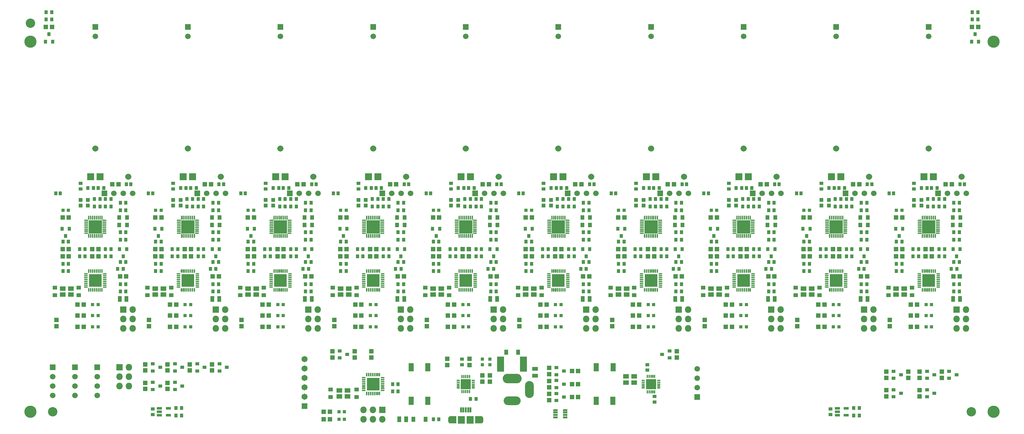
<source format=gbr>
%TF.GenerationSoftware,KiCad,Pcbnew,(5.1.5-0-10_14)*%
%TF.CreationDate,2021-01-27T10:41:07-07:00*%
%TF.ProjectId,NFCPower10,4e464350-6f77-4657-9231-302e6b696361,2*%
%TF.SameCoordinates,Original*%
%TF.FileFunction,Soldermask,Top*%
%TF.FilePolarity,Negative*%
%FSLAX46Y46*%
G04 Gerber Fmt 4.6, Leading zero omitted, Abs format (unit mm)*
G04 Created by KiCad (PCBNEW (5.1.5-0-10_14)) date 2021-01-27 10:41:07*
%MOMM*%
%LPD*%
G04 APERTURE LIST*
%ADD10R,1.500000X1.250000*%
%ADD11R,1.500000X1.300000*%
%ADD12R,0.900000X1.000000*%
%ADD13R,1.000000X0.900000*%
%ADD14R,1.480000X2.200000*%
%ADD15C,1.500000*%
%ADD16R,1.500000X1.500000*%
%ADD17R,3.400001X3.400001*%
%ADD18C,0.100000*%
%ADD19R,1.400000X0.800001*%
%ADD20R,1.109637X0.339283*%
%ADD21R,3.600000X3.600000*%
%ADD22R,2.800000X2.800000*%
%ADD23C,1.670000*%
%ADD24R,1.924000X1.924000*%
%ADD25R,1.162132X1.185043*%
%ADD26R,1.185043X1.162132*%
%ADD27R,1.800000X1.800000*%
%ADD28O,1.800000X1.800000*%
%ADD29R,0.900001X0.900001*%
%ADD30R,0.900000X0.900000*%
%ADD31R,0.850000X1.000000*%
%ADD32R,1.306201X1.056201*%
%ADD33R,1.056201X1.306201*%
%ADD34R,1.050000X1.500000*%
%ADD35C,2.540000*%
%ADD36C,3.300000*%
%ADD37R,1.200000X0.550000*%
%ADD38R,1.900000X4.100000*%
%ADD39C,1.649999*%
%ADD40R,1.649999X1.649999*%
%ADD41O,2.350000X4.600000*%
%ADD42O,4.600000X2.350000*%
%ADD43O,5.100000X2.600000*%
%ADD44R,1.070000X1.000000*%
%ADD45R,2.700000X2.700000*%
%ADD46R,0.900000X0.350000*%
%ADD47R,1.900000X2.000000*%
%ADD48R,0.500000X1.450000*%
%ADD49R,1.010001X1.320000*%
%ADD50R,1.500000X1.050000*%
G04 APERTURE END LIST*
D10*
%TO.C,Y32*%
X292200000Y-166700000D03*
X294400000Y-166700000D03*
X294400000Y-168300000D03*
X292200000Y-168300000D03*
%TD*%
D11*
%TO.C,Y2*%
X244300000Y-190450000D03*
X246500000Y-190450000D03*
X246500000Y-192150000D03*
X244300000Y-192150000D03*
%TD*%
D12*
%TO.C,C40*%
X332050000Y-161400000D03*
X333550000Y-161400000D03*
%TD*%
D13*
%TO.C,C39*%
X200000000Y-187250000D03*
X200000000Y-185750000D03*
%TD*%
D14*
%TO.C,SW2*%
X236260000Y-197050000D03*
X236260000Y-187950000D03*
X240740000Y-197050000D03*
X240750000Y-187950000D03*
%TD*%
D12*
%TO.C,C70*%
X301750000Y-139500000D03*
X303250000Y-139500000D03*
%TD*%
%TO.C,C51*%
X303750000Y-142500000D03*
X305250000Y-142500000D03*
%TD*%
%TO.C,C54*%
X302250000Y-142500000D03*
X300750000Y-142500000D03*
%TD*%
D15*
%TO.C,J11*%
X308580000Y-141000000D03*
X306040000Y-141000000D03*
D16*
X303500000Y-141000000D03*
D15*
X311120000Y-141000000D03*
%TD*%
D17*
%TO.C,U22*%
X101000001Y-164500001D03*
D18*
G36*
X99267155Y-161450843D02*
G01*
X99284143Y-161453363D01*
X99300802Y-161457535D01*
X99316971Y-161463321D01*
X99332496Y-161470664D01*
X99347226Y-161479493D01*
X99361020Y-161489723D01*
X99373745Y-161501256D01*
X99385278Y-161513981D01*
X99395508Y-161527775D01*
X99404337Y-161542505D01*
X99411680Y-161558030D01*
X99417466Y-161574199D01*
X99421638Y-161590858D01*
X99424158Y-161607846D01*
X99425001Y-161624999D01*
X99425001Y-162275001D01*
X99424158Y-162292154D01*
X99421638Y-162309142D01*
X99417466Y-162325801D01*
X99411680Y-162341970D01*
X99404337Y-162357495D01*
X99395508Y-162372225D01*
X99385278Y-162386019D01*
X99373745Y-162398744D01*
X99361020Y-162410277D01*
X99347226Y-162420507D01*
X99332496Y-162429336D01*
X99316971Y-162436679D01*
X99300802Y-162442465D01*
X99284143Y-162446637D01*
X99267155Y-162449157D01*
X99250002Y-162450000D01*
X99250000Y-162450000D01*
X99232847Y-162449157D01*
X99215859Y-162446637D01*
X99199200Y-162442465D01*
X99183031Y-162436679D01*
X99167506Y-162429336D01*
X99152776Y-162420507D01*
X99138982Y-162410277D01*
X99126257Y-162398744D01*
X99114724Y-162386019D01*
X99104494Y-162372225D01*
X99095665Y-162357495D01*
X99088322Y-162341970D01*
X99082536Y-162325801D01*
X99078364Y-162309142D01*
X99075844Y-162292154D01*
X99075001Y-162275001D01*
X99075001Y-161624999D01*
X99075844Y-161607846D01*
X99078364Y-161590858D01*
X99082536Y-161574199D01*
X99088322Y-161558030D01*
X99095665Y-161542505D01*
X99104494Y-161527775D01*
X99114724Y-161513981D01*
X99126257Y-161501256D01*
X99138982Y-161489723D01*
X99152776Y-161479493D01*
X99167506Y-161470664D01*
X99183031Y-161463321D01*
X99199200Y-161457535D01*
X99215859Y-161453363D01*
X99232847Y-161450843D01*
X99250000Y-161450000D01*
X99250002Y-161450000D01*
X99267155Y-161450843D01*
G37*
G36*
X99767154Y-161450843D02*
G01*
X99784142Y-161453363D01*
X99800801Y-161457535D01*
X99816970Y-161463321D01*
X99832495Y-161470664D01*
X99847225Y-161479493D01*
X99861019Y-161489723D01*
X99873744Y-161501256D01*
X99885277Y-161513981D01*
X99895507Y-161527775D01*
X99904336Y-161542505D01*
X99911679Y-161558030D01*
X99917465Y-161574199D01*
X99921637Y-161590858D01*
X99924157Y-161607846D01*
X99925000Y-161624999D01*
X99925000Y-162275001D01*
X99924157Y-162292154D01*
X99921637Y-162309142D01*
X99917465Y-162325801D01*
X99911679Y-162341970D01*
X99904336Y-162357495D01*
X99895507Y-162372225D01*
X99885277Y-162386019D01*
X99873744Y-162398744D01*
X99861019Y-162410277D01*
X99847225Y-162420507D01*
X99832495Y-162429336D01*
X99816970Y-162436679D01*
X99800801Y-162442465D01*
X99784142Y-162446637D01*
X99767154Y-162449157D01*
X99750001Y-162450000D01*
X99749999Y-162450000D01*
X99732846Y-162449157D01*
X99715858Y-162446637D01*
X99699199Y-162442465D01*
X99683030Y-162436679D01*
X99667505Y-162429336D01*
X99652775Y-162420507D01*
X99638981Y-162410277D01*
X99626256Y-162398744D01*
X99614723Y-162386019D01*
X99604493Y-162372225D01*
X99595664Y-162357495D01*
X99588321Y-162341970D01*
X99582535Y-162325801D01*
X99578363Y-162309142D01*
X99575843Y-162292154D01*
X99575000Y-162275001D01*
X99575000Y-161624999D01*
X99575843Y-161607846D01*
X99578363Y-161590858D01*
X99582535Y-161574199D01*
X99588321Y-161558030D01*
X99595664Y-161542505D01*
X99604493Y-161527775D01*
X99614723Y-161513981D01*
X99626256Y-161501256D01*
X99638981Y-161489723D01*
X99652775Y-161479493D01*
X99667505Y-161470664D01*
X99683030Y-161463321D01*
X99699199Y-161457535D01*
X99715858Y-161453363D01*
X99732846Y-161450843D01*
X99749999Y-161450000D01*
X99750001Y-161450000D01*
X99767154Y-161450843D01*
G37*
G36*
X100267153Y-161450843D02*
G01*
X100284141Y-161453363D01*
X100300800Y-161457535D01*
X100316969Y-161463321D01*
X100332494Y-161470664D01*
X100347224Y-161479493D01*
X100361018Y-161489723D01*
X100373743Y-161501256D01*
X100385276Y-161513981D01*
X100395506Y-161527775D01*
X100404335Y-161542505D01*
X100411678Y-161558030D01*
X100417464Y-161574199D01*
X100421636Y-161590858D01*
X100424156Y-161607846D01*
X100424999Y-161624999D01*
X100424999Y-162275001D01*
X100424156Y-162292154D01*
X100421636Y-162309142D01*
X100417464Y-162325801D01*
X100411678Y-162341970D01*
X100404335Y-162357495D01*
X100395506Y-162372225D01*
X100385276Y-162386019D01*
X100373743Y-162398744D01*
X100361018Y-162410277D01*
X100347224Y-162420507D01*
X100332494Y-162429336D01*
X100316969Y-162436679D01*
X100300800Y-162442465D01*
X100284141Y-162446637D01*
X100267153Y-162449157D01*
X100250000Y-162450000D01*
X100249998Y-162450000D01*
X100232845Y-162449157D01*
X100215857Y-162446637D01*
X100199198Y-162442465D01*
X100183029Y-162436679D01*
X100167504Y-162429336D01*
X100152774Y-162420507D01*
X100138980Y-162410277D01*
X100126255Y-162398744D01*
X100114722Y-162386019D01*
X100104492Y-162372225D01*
X100095663Y-162357495D01*
X100088320Y-162341970D01*
X100082534Y-162325801D01*
X100078362Y-162309142D01*
X100075842Y-162292154D01*
X100074999Y-162275001D01*
X100074999Y-161624999D01*
X100075842Y-161607846D01*
X100078362Y-161590858D01*
X100082534Y-161574199D01*
X100088320Y-161558030D01*
X100095663Y-161542505D01*
X100104492Y-161527775D01*
X100114722Y-161513981D01*
X100126255Y-161501256D01*
X100138980Y-161489723D01*
X100152774Y-161479493D01*
X100167504Y-161470664D01*
X100183029Y-161463321D01*
X100199198Y-161457535D01*
X100215857Y-161453363D01*
X100232845Y-161450843D01*
X100249998Y-161450000D01*
X100250000Y-161450000D01*
X100267153Y-161450843D01*
G37*
G36*
X100767155Y-161450843D02*
G01*
X100784143Y-161453363D01*
X100800802Y-161457535D01*
X100816971Y-161463321D01*
X100832496Y-161470664D01*
X100847226Y-161479493D01*
X100861020Y-161489723D01*
X100873745Y-161501256D01*
X100885278Y-161513981D01*
X100895508Y-161527775D01*
X100904337Y-161542505D01*
X100911680Y-161558030D01*
X100917466Y-161574199D01*
X100921638Y-161590858D01*
X100924158Y-161607846D01*
X100925001Y-161624999D01*
X100925001Y-162275001D01*
X100924158Y-162292154D01*
X100921638Y-162309142D01*
X100917466Y-162325801D01*
X100911680Y-162341970D01*
X100904337Y-162357495D01*
X100895508Y-162372225D01*
X100885278Y-162386019D01*
X100873745Y-162398744D01*
X100861020Y-162410277D01*
X100847226Y-162420507D01*
X100832496Y-162429336D01*
X100816971Y-162436679D01*
X100800802Y-162442465D01*
X100784143Y-162446637D01*
X100767155Y-162449157D01*
X100750002Y-162450000D01*
X100750000Y-162450000D01*
X100732847Y-162449157D01*
X100715859Y-162446637D01*
X100699200Y-162442465D01*
X100683031Y-162436679D01*
X100667506Y-162429336D01*
X100652776Y-162420507D01*
X100638982Y-162410277D01*
X100626257Y-162398744D01*
X100614724Y-162386019D01*
X100604494Y-162372225D01*
X100595665Y-162357495D01*
X100588322Y-162341970D01*
X100582536Y-162325801D01*
X100578364Y-162309142D01*
X100575844Y-162292154D01*
X100575001Y-162275001D01*
X100575001Y-161624999D01*
X100575844Y-161607846D01*
X100578364Y-161590858D01*
X100582536Y-161574199D01*
X100588322Y-161558030D01*
X100595665Y-161542505D01*
X100604494Y-161527775D01*
X100614724Y-161513981D01*
X100626257Y-161501256D01*
X100638982Y-161489723D01*
X100652776Y-161479493D01*
X100667506Y-161470664D01*
X100683031Y-161463321D01*
X100699200Y-161457535D01*
X100715859Y-161453363D01*
X100732847Y-161450843D01*
X100750000Y-161450000D01*
X100750002Y-161450000D01*
X100767155Y-161450843D01*
G37*
G36*
X101267153Y-161450843D02*
G01*
X101284141Y-161453363D01*
X101300800Y-161457535D01*
X101316969Y-161463321D01*
X101332494Y-161470664D01*
X101347224Y-161479493D01*
X101361018Y-161489723D01*
X101373743Y-161501256D01*
X101385276Y-161513981D01*
X101395506Y-161527775D01*
X101404335Y-161542505D01*
X101411678Y-161558030D01*
X101417464Y-161574199D01*
X101421636Y-161590858D01*
X101424156Y-161607846D01*
X101424999Y-161624999D01*
X101424999Y-162275001D01*
X101424156Y-162292154D01*
X101421636Y-162309142D01*
X101417464Y-162325801D01*
X101411678Y-162341970D01*
X101404335Y-162357495D01*
X101395506Y-162372225D01*
X101385276Y-162386019D01*
X101373743Y-162398744D01*
X101361018Y-162410277D01*
X101347224Y-162420507D01*
X101332494Y-162429336D01*
X101316969Y-162436679D01*
X101300800Y-162442465D01*
X101284141Y-162446637D01*
X101267153Y-162449157D01*
X101250000Y-162450000D01*
X101249998Y-162450000D01*
X101232845Y-162449157D01*
X101215857Y-162446637D01*
X101199198Y-162442465D01*
X101183029Y-162436679D01*
X101167504Y-162429336D01*
X101152774Y-162420507D01*
X101138980Y-162410277D01*
X101126255Y-162398744D01*
X101114722Y-162386019D01*
X101104492Y-162372225D01*
X101095663Y-162357495D01*
X101088320Y-162341970D01*
X101082534Y-162325801D01*
X101078362Y-162309142D01*
X101075842Y-162292154D01*
X101074999Y-162275001D01*
X101074999Y-161624999D01*
X101075842Y-161607846D01*
X101078362Y-161590858D01*
X101082534Y-161574199D01*
X101088320Y-161558030D01*
X101095663Y-161542505D01*
X101104492Y-161527775D01*
X101114722Y-161513981D01*
X101126255Y-161501256D01*
X101138980Y-161489723D01*
X101152774Y-161479493D01*
X101167504Y-161470664D01*
X101183029Y-161463321D01*
X101199198Y-161457535D01*
X101215857Y-161453363D01*
X101232845Y-161450843D01*
X101249998Y-161450000D01*
X101250000Y-161450000D01*
X101267153Y-161450843D01*
G37*
G36*
X101767155Y-161450843D02*
G01*
X101784143Y-161453363D01*
X101800802Y-161457535D01*
X101816971Y-161463321D01*
X101832496Y-161470664D01*
X101847226Y-161479493D01*
X101861020Y-161489723D01*
X101873745Y-161501256D01*
X101885278Y-161513981D01*
X101895508Y-161527775D01*
X101904337Y-161542505D01*
X101911680Y-161558030D01*
X101917466Y-161574199D01*
X101921638Y-161590858D01*
X101924158Y-161607846D01*
X101925001Y-161624999D01*
X101925001Y-162275001D01*
X101924158Y-162292154D01*
X101921638Y-162309142D01*
X101917466Y-162325801D01*
X101911680Y-162341970D01*
X101904337Y-162357495D01*
X101895508Y-162372225D01*
X101885278Y-162386019D01*
X101873745Y-162398744D01*
X101861020Y-162410277D01*
X101847226Y-162420507D01*
X101832496Y-162429336D01*
X101816971Y-162436679D01*
X101800802Y-162442465D01*
X101784143Y-162446637D01*
X101767155Y-162449157D01*
X101750002Y-162450000D01*
X101750000Y-162450000D01*
X101732847Y-162449157D01*
X101715859Y-162446637D01*
X101699200Y-162442465D01*
X101683031Y-162436679D01*
X101667506Y-162429336D01*
X101652776Y-162420507D01*
X101638982Y-162410277D01*
X101626257Y-162398744D01*
X101614724Y-162386019D01*
X101604494Y-162372225D01*
X101595665Y-162357495D01*
X101588322Y-162341970D01*
X101582536Y-162325801D01*
X101578364Y-162309142D01*
X101575844Y-162292154D01*
X101575001Y-162275001D01*
X101575001Y-161624999D01*
X101575844Y-161607846D01*
X101578364Y-161590858D01*
X101582536Y-161574199D01*
X101588322Y-161558030D01*
X101595665Y-161542505D01*
X101604494Y-161527775D01*
X101614724Y-161513981D01*
X101626257Y-161501256D01*
X101638982Y-161489723D01*
X101652776Y-161479493D01*
X101667506Y-161470664D01*
X101683031Y-161463321D01*
X101699200Y-161457535D01*
X101715859Y-161453363D01*
X101732847Y-161450843D01*
X101750000Y-161450000D01*
X101750002Y-161450000D01*
X101767155Y-161450843D01*
G37*
G36*
X102267154Y-161450843D02*
G01*
X102284142Y-161453363D01*
X102300801Y-161457535D01*
X102316970Y-161463321D01*
X102332495Y-161470664D01*
X102347225Y-161479493D01*
X102361019Y-161489723D01*
X102373744Y-161501256D01*
X102385277Y-161513981D01*
X102395507Y-161527775D01*
X102404336Y-161542505D01*
X102411679Y-161558030D01*
X102417465Y-161574199D01*
X102421637Y-161590858D01*
X102424157Y-161607846D01*
X102425000Y-161624999D01*
X102425000Y-162275001D01*
X102424157Y-162292154D01*
X102421637Y-162309142D01*
X102417465Y-162325801D01*
X102411679Y-162341970D01*
X102404336Y-162357495D01*
X102395507Y-162372225D01*
X102385277Y-162386019D01*
X102373744Y-162398744D01*
X102361019Y-162410277D01*
X102347225Y-162420507D01*
X102332495Y-162429336D01*
X102316970Y-162436679D01*
X102300801Y-162442465D01*
X102284142Y-162446637D01*
X102267154Y-162449157D01*
X102250001Y-162450000D01*
X102249999Y-162450000D01*
X102232846Y-162449157D01*
X102215858Y-162446637D01*
X102199199Y-162442465D01*
X102183030Y-162436679D01*
X102167505Y-162429336D01*
X102152775Y-162420507D01*
X102138981Y-162410277D01*
X102126256Y-162398744D01*
X102114723Y-162386019D01*
X102104493Y-162372225D01*
X102095664Y-162357495D01*
X102088321Y-162341970D01*
X102082535Y-162325801D01*
X102078363Y-162309142D01*
X102075843Y-162292154D01*
X102075000Y-162275001D01*
X102075000Y-161624999D01*
X102075843Y-161607846D01*
X102078363Y-161590858D01*
X102082535Y-161574199D01*
X102088321Y-161558030D01*
X102095664Y-161542505D01*
X102104493Y-161527775D01*
X102114723Y-161513981D01*
X102126256Y-161501256D01*
X102138981Y-161489723D01*
X102152775Y-161479493D01*
X102167505Y-161470664D01*
X102183030Y-161463321D01*
X102199199Y-161457535D01*
X102215858Y-161453363D01*
X102232846Y-161450843D01*
X102249999Y-161450000D01*
X102250001Y-161450000D01*
X102267154Y-161450843D01*
G37*
G36*
X102767153Y-161450843D02*
G01*
X102784141Y-161453363D01*
X102800800Y-161457535D01*
X102816969Y-161463321D01*
X102832494Y-161470664D01*
X102847224Y-161479493D01*
X102861018Y-161489723D01*
X102873743Y-161501256D01*
X102885276Y-161513981D01*
X102895506Y-161527775D01*
X102904335Y-161542505D01*
X102911678Y-161558030D01*
X102917464Y-161574199D01*
X102921636Y-161590858D01*
X102924156Y-161607846D01*
X102924999Y-161624999D01*
X102924999Y-162275001D01*
X102924156Y-162292154D01*
X102921636Y-162309142D01*
X102917464Y-162325801D01*
X102911678Y-162341970D01*
X102904335Y-162357495D01*
X102895506Y-162372225D01*
X102885276Y-162386019D01*
X102873743Y-162398744D01*
X102861018Y-162410277D01*
X102847224Y-162420507D01*
X102832494Y-162429336D01*
X102816969Y-162436679D01*
X102800800Y-162442465D01*
X102784141Y-162446637D01*
X102767153Y-162449157D01*
X102750000Y-162450000D01*
X102749998Y-162450000D01*
X102732845Y-162449157D01*
X102715857Y-162446637D01*
X102699198Y-162442465D01*
X102683029Y-162436679D01*
X102667504Y-162429336D01*
X102652774Y-162420507D01*
X102638980Y-162410277D01*
X102626255Y-162398744D01*
X102614722Y-162386019D01*
X102604492Y-162372225D01*
X102595663Y-162357495D01*
X102588320Y-162341970D01*
X102582534Y-162325801D01*
X102578362Y-162309142D01*
X102575842Y-162292154D01*
X102574999Y-162275001D01*
X102574999Y-161624999D01*
X102575842Y-161607846D01*
X102578362Y-161590858D01*
X102582534Y-161574199D01*
X102588320Y-161558030D01*
X102595663Y-161542505D01*
X102604492Y-161527775D01*
X102614722Y-161513981D01*
X102626255Y-161501256D01*
X102638980Y-161489723D01*
X102652774Y-161479493D01*
X102667504Y-161470664D01*
X102683029Y-161463321D01*
X102699198Y-161457535D01*
X102715857Y-161453363D01*
X102732845Y-161450843D01*
X102749998Y-161450000D01*
X102750000Y-161450000D01*
X102767153Y-161450843D01*
G37*
G36*
X103892154Y-162575844D02*
G01*
X103909142Y-162578364D01*
X103925801Y-162582536D01*
X103941970Y-162588322D01*
X103957495Y-162595665D01*
X103972225Y-162604494D01*
X103986019Y-162614724D01*
X103998744Y-162626257D01*
X104010277Y-162638982D01*
X104020507Y-162652776D01*
X104029336Y-162667506D01*
X104036679Y-162683031D01*
X104042465Y-162699200D01*
X104046637Y-162715859D01*
X104049157Y-162732847D01*
X104050000Y-162750000D01*
X104050000Y-162750002D01*
X104049157Y-162767155D01*
X104046637Y-162784143D01*
X104042465Y-162800802D01*
X104036679Y-162816971D01*
X104029336Y-162832496D01*
X104020507Y-162847226D01*
X104010277Y-162861020D01*
X103998744Y-162873745D01*
X103986019Y-162885278D01*
X103972225Y-162895508D01*
X103957495Y-162904337D01*
X103941970Y-162911680D01*
X103925801Y-162917466D01*
X103909142Y-162921638D01*
X103892154Y-162924158D01*
X103875001Y-162925001D01*
X103224999Y-162925001D01*
X103207846Y-162924158D01*
X103190858Y-162921638D01*
X103174199Y-162917466D01*
X103158030Y-162911680D01*
X103142505Y-162904337D01*
X103127775Y-162895508D01*
X103113981Y-162885278D01*
X103101256Y-162873745D01*
X103089723Y-162861020D01*
X103079493Y-162847226D01*
X103070664Y-162832496D01*
X103063321Y-162816971D01*
X103057535Y-162800802D01*
X103053363Y-162784143D01*
X103050843Y-162767155D01*
X103050000Y-162750002D01*
X103050000Y-162750000D01*
X103050843Y-162732847D01*
X103053363Y-162715859D01*
X103057535Y-162699200D01*
X103063321Y-162683031D01*
X103070664Y-162667506D01*
X103079493Y-162652776D01*
X103089723Y-162638982D01*
X103101256Y-162626257D01*
X103113981Y-162614724D01*
X103127775Y-162604494D01*
X103142505Y-162595665D01*
X103158030Y-162588322D01*
X103174199Y-162582536D01*
X103190858Y-162578364D01*
X103207846Y-162575844D01*
X103224999Y-162575001D01*
X103875001Y-162575001D01*
X103892154Y-162575844D01*
G37*
G36*
X103892154Y-163075843D02*
G01*
X103909142Y-163078363D01*
X103925801Y-163082535D01*
X103941970Y-163088321D01*
X103957495Y-163095664D01*
X103972225Y-163104493D01*
X103986019Y-163114723D01*
X103998744Y-163126256D01*
X104010277Y-163138981D01*
X104020507Y-163152775D01*
X104029336Y-163167505D01*
X104036679Y-163183030D01*
X104042465Y-163199199D01*
X104046637Y-163215858D01*
X104049157Y-163232846D01*
X104050000Y-163249999D01*
X104050000Y-163250001D01*
X104049157Y-163267154D01*
X104046637Y-163284142D01*
X104042465Y-163300801D01*
X104036679Y-163316970D01*
X104029336Y-163332495D01*
X104020507Y-163347225D01*
X104010277Y-163361019D01*
X103998744Y-163373744D01*
X103986019Y-163385277D01*
X103972225Y-163395507D01*
X103957495Y-163404336D01*
X103941970Y-163411679D01*
X103925801Y-163417465D01*
X103909142Y-163421637D01*
X103892154Y-163424157D01*
X103875001Y-163425000D01*
X103224999Y-163425000D01*
X103207846Y-163424157D01*
X103190858Y-163421637D01*
X103174199Y-163417465D01*
X103158030Y-163411679D01*
X103142505Y-163404336D01*
X103127775Y-163395507D01*
X103113981Y-163385277D01*
X103101256Y-163373744D01*
X103089723Y-163361019D01*
X103079493Y-163347225D01*
X103070664Y-163332495D01*
X103063321Y-163316970D01*
X103057535Y-163300801D01*
X103053363Y-163284142D01*
X103050843Y-163267154D01*
X103050000Y-163250001D01*
X103050000Y-163249999D01*
X103050843Y-163232846D01*
X103053363Y-163215858D01*
X103057535Y-163199199D01*
X103063321Y-163183030D01*
X103070664Y-163167505D01*
X103079493Y-163152775D01*
X103089723Y-163138981D01*
X103101256Y-163126256D01*
X103113981Y-163114723D01*
X103127775Y-163104493D01*
X103142505Y-163095664D01*
X103158030Y-163088321D01*
X103174199Y-163082535D01*
X103190858Y-163078363D01*
X103207846Y-163075843D01*
X103224999Y-163075000D01*
X103875001Y-163075000D01*
X103892154Y-163075843D01*
G37*
G36*
X103892154Y-163575842D02*
G01*
X103909142Y-163578362D01*
X103925801Y-163582534D01*
X103941970Y-163588320D01*
X103957495Y-163595663D01*
X103972225Y-163604492D01*
X103986019Y-163614722D01*
X103998744Y-163626255D01*
X104010277Y-163638980D01*
X104020507Y-163652774D01*
X104029336Y-163667504D01*
X104036679Y-163683029D01*
X104042465Y-163699198D01*
X104046637Y-163715857D01*
X104049157Y-163732845D01*
X104050000Y-163749998D01*
X104050000Y-163750000D01*
X104049157Y-163767153D01*
X104046637Y-163784141D01*
X104042465Y-163800800D01*
X104036679Y-163816969D01*
X104029336Y-163832494D01*
X104020507Y-163847224D01*
X104010277Y-163861018D01*
X103998744Y-163873743D01*
X103986019Y-163885276D01*
X103972225Y-163895506D01*
X103957495Y-163904335D01*
X103941970Y-163911678D01*
X103925801Y-163917464D01*
X103909142Y-163921636D01*
X103892154Y-163924156D01*
X103875001Y-163924999D01*
X103224999Y-163924999D01*
X103207846Y-163924156D01*
X103190858Y-163921636D01*
X103174199Y-163917464D01*
X103158030Y-163911678D01*
X103142505Y-163904335D01*
X103127775Y-163895506D01*
X103113981Y-163885276D01*
X103101256Y-163873743D01*
X103089723Y-163861018D01*
X103079493Y-163847224D01*
X103070664Y-163832494D01*
X103063321Y-163816969D01*
X103057535Y-163800800D01*
X103053363Y-163784141D01*
X103050843Y-163767153D01*
X103050000Y-163750000D01*
X103050000Y-163749998D01*
X103050843Y-163732845D01*
X103053363Y-163715857D01*
X103057535Y-163699198D01*
X103063321Y-163683029D01*
X103070664Y-163667504D01*
X103079493Y-163652774D01*
X103089723Y-163638980D01*
X103101256Y-163626255D01*
X103113981Y-163614722D01*
X103127775Y-163604492D01*
X103142505Y-163595663D01*
X103158030Y-163588320D01*
X103174199Y-163582534D01*
X103190858Y-163578362D01*
X103207846Y-163575842D01*
X103224999Y-163574999D01*
X103875001Y-163574999D01*
X103892154Y-163575842D01*
G37*
G36*
X103892154Y-164075844D02*
G01*
X103909142Y-164078364D01*
X103925801Y-164082536D01*
X103941970Y-164088322D01*
X103957495Y-164095665D01*
X103972225Y-164104494D01*
X103986019Y-164114724D01*
X103998744Y-164126257D01*
X104010277Y-164138982D01*
X104020507Y-164152776D01*
X104029336Y-164167506D01*
X104036679Y-164183031D01*
X104042465Y-164199200D01*
X104046637Y-164215859D01*
X104049157Y-164232847D01*
X104050000Y-164250000D01*
X104050000Y-164250002D01*
X104049157Y-164267155D01*
X104046637Y-164284143D01*
X104042465Y-164300802D01*
X104036679Y-164316971D01*
X104029336Y-164332496D01*
X104020507Y-164347226D01*
X104010277Y-164361020D01*
X103998744Y-164373745D01*
X103986019Y-164385278D01*
X103972225Y-164395508D01*
X103957495Y-164404337D01*
X103941970Y-164411680D01*
X103925801Y-164417466D01*
X103909142Y-164421638D01*
X103892154Y-164424158D01*
X103875001Y-164425001D01*
X103224999Y-164425001D01*
X103207846Y-164424158D01*
X103190858Y-164421638D01*
X103174199Y-164417466D01*
X103158030Y-164411680D01*
X103142505Y-164404337D01*
X103127775Y-164395508D01*
X103113981Y-164385278D01*
X103101256Y-164373745D01*
X103089723Y-164361020D01*
X103079493Y-164347226D01*
X103070664Y-164332496D01*
X103063321Y-164316971D01*
X103057535Y-164300802D01*
X103053363Y-164284143D01*
X103050843Y-164267155D01*
X103050000Y-164250002D01*
X103050000Y-164250000D01*
X103050843Y-164232847D01*
X103053363Y-164215859D01*
X103057535Y-164199200D01*
X103063321Y-164183031D01*
X103070664Y-164167506D01*
X103079493Y-164152776D01*
X103089723Y-164138982D01*
X103101256Y-164126257D01*
X103113981Y-164114724D01*
X103127775Y-164104494D01*
X103142505Y-164095665D01*
X103158030Y-164088322D01*
X103174199Y-164082536D01*
X103190858Y-164078364D01*
X103207846Y-164075844D01*
X103224999Y-164075001D01*
X103875001Y-164075001D01*
X103892154Y-164075844D01*
G37*
G36*
X103892154Y-164575842D02*
G01*
X103909142Y-164578362D01*
X103925801Y-164582534D01*
X103941970Y-164588320D01*
X103957495Y-164595663D01*
X103972225Y-164604492D01*
X103986019Y-164614722D01*
X103998744Y-164626255D01*
X104010277Y-164638980D01*
X104020507Y-164652774D01*
X104029336Y-164667504D01*
X104036679Y-164683029D01*
X104042465Y-164699198D01*
X104046637Y-164715857D01*
X104049157Y-164732845D01*
X104050000Y-164749998D01*
X104050000Y-164750000D01*
X104049157Y-164767153D01*
X104046637Y-164784141D01*
X104042465Y-164800800D01*
X104036679Y-164816969D01*
X104029336Y-164832494D01*
X104020507Y-164847224D01*
X104010277Y-164861018D01*
X103998744Y-164873743D01*
X103986019Y-164885276D01*
X103972225Y-164895506D01*
X103957495Y-164904335D01*
X103941970Y-164911678D01*
X103925801Y-164917464D01*
X103909142Y-164921636D01*
X103892154Y-164924156D01*
X103875001Y-164924999D01*
X103224999Y-164924999D01*
X103207846Y-164924156D01*
X103190858Y-164921636D01*
X103174199Y-164917464D01*
X103158030Y-164911678D01*
X103142505Y-164904335D01*
X103127775Y-164895506D01*
X103113981Y-164885276D01*
X103101256Y-164873743D01*
X103089723Y-164861018D01*
X103079493Y-164847224D01*
X103070664Y-164832494D01*
X103063321Y-164816969D01*
X103057535Y-164800800D01*
X103053363Y-164784141D01*
X103050843Y-164767153D01*
X103050000Y-164750000D01*
X103050000Y-164749998D01*
X103050843Y-164732845D01*
X103053363Y-164715857D01*
X103057535Y-164699198D01*
X103063321Y-164683029D01*
X103070664Y-164667504D01*
X103079493Y-164652774D01*
X103089723Y-164638980D01*
X103101256Y-164626255D01*
X103113981Y-164614722D01*
X103127775Y-164604492D01*
X103142505Y-164595663D01*
X103158030Y-164588320D01*
X103174199Y-164582534D01*
X103190858Y-164578362D01*
X103207846Y-164575842D01*
X103224999Y-164574999D01*
X103875001Y-164574999D01*
X103892154Y-164575842D01*
G37*
G36*
X103892154Y-165075844D02*
G01*
X103909142Y-165078364D01*
X103925801Y-165082536D01*
X103941970Y-165088322D01*
X103957495Y-165095665D01*
X103972225Y-165104494D01*
X103986019Y-165114724D01*
X103998744Y-165126257D01*
X104010277Y-165138982D01*
X104020507Y-165152776D01*
X104029336Y-165167506D01*
X104036679Y-165183031D01*
X104042465Y-165199200D01*
X104046637Y-165215859D01*
X104049157Y-165232847D01*
X104050000Y-165250000D01*
X104050000Y-165250002D01*
X104049157Y-165267155D01*
X104046637Y-165284143D01*
X104042465Y-165300802D01*
X104036679Y-165316971D01*
X104029336Y-165332496D01*
X104020507Y-165347226D01*
X104010277Y-165361020D01*
X103998744Y-165373745D01*
X103986019Y-165385278D01*
X103972225Y-165395508D01*
X103957495Y-165404337D01*
X103941970Y-165411680D01*
X103925801Y-165417466D01*
X103909142Y-165421638D01*
X103892154Y-165424158D01*
X103875001Y-165425001D01*
X103224999Y-165425001D01*
X103207846Y-165424158D01*
X103190858Y-165421638D01*
X103174199Y-165417466D01*
X103158030Y-165411680D01*
X103142505Y-165404337D01*
X103127775Y-165395508D01*
X103113981Y-165385278D01*
X103101256Y-165373745D01*
X103089723Y-165361020D01*
X103079493Y-165347226D01*
X103070664Y-165332496D01*
X103063321Y-165316971D01*
X103057535Y-165300802D01*
X103053363Y-165284143D01*
X103050843Y-165267155D01*
X103050000Y-165250002D01*
X103050000Y-165250000D01*
X103050843Y-165232847D01*
X103053363Y-165215859D01*
X103057535Y-165199200D01*
X103063321Y-165183031D01*
X103070664Y-165167506D01*
X103079493Y-165152776D01*
X103089723Y-165138982D01*
X103101256Y-165126257D01*
X103113981Y-165114724D01*
X103127775Y-165104494D01*
X103142505Y-165095665D01*
X103158030Y-165088322D01*
X103174199Y-165082536D01*
X103190858Y-165078364D01*
X103207846Y-165075844D01*
X103224999Y-165075001D01*
X103875001Y-165075001D01*
X103892154Y-165075844D01*
G37*
G36*
X103892154Y-165575843D02*
G01*
X103909142Y-165578363D01*
X103925801Y-165582535D01*
X103941970Y-165588321D01*
X103957495Y-165595664D01*
X103972225Y-165604493D01*
X103986019Y-165614723D01*
X103998744Y-165626256D01*
X104010277Y-165638981D01*
X104020507Y-165652775D01*
X104029336Y-165667505D01*
X104036679Y-165683030D01*
X104042465Y-165699199D01*
X104046637Y-165715858D01*
X104049157Y-165732846D01*
X104050000Y-165749999D01*
X104050000Y-165750001D01*
X104049157Y-165767154D01*
X104046637Y-165784142D01*
X104042465Y-165800801D01*
X104036679Y-165816970D01*
X104029336Y-165832495D01*
X104020507Y-165847225D01*
X104010277Y-165861019D01*
X103998744Y-165873744D01*
X103986019Y-165885277D01*
X103972225Y-165895507D01*
X103957495Y-165904336D01*
X103941970Y-165911679D01*
X103925801Y-165917465D01*
X103909142Y-165921637D01*
X103892154Y-165924157D01*
X103875001Y-165925000D01*
X103224999Y-165925000D01*
X103207846Y-165924157D01*
X103190858Y-165921637D01*
X103174199Y-165917465D01*
X103158030Y-165911679D01*
X103142505Y-165904336D01*
X103127775Y-165895507D01*
X103113981Y-165885277D01*
X103101256Y-165873744D01*
X103089723Y-165861019D01*
X103079493Y-165847225D01*
X103070664Y-165832495D01*
X103063321Y-165816970D01*
X103057535Y-165800801D01*
X103053363Y-165784142D01*
X103050843Y-165767154D01*
X103050000Y-165750001D01*
X103050000Y-165749999D01*
X103050843Y-165732846D01*
X103053363Y-165715858D01*
X103057535Y-165699199D01*
X103063321Y-165683030D01*
X103070664Y-165667505D01*
X103079493Y-165652775D01*
X103089723Y-165638981D01*
X103101256Y-165626256D01*
X103113981Y-165614723D01*
X103127775Y-165604493D01*
X103142505Y-165595664D01*
X103158030Y-165588321D01*
X103174199Y-165582535D01*
X103190858Y-165578363D01*
X103207846Y-165575843D01*
X103224999Y-165575000D01*
X103875001Y-165575000D01*
X103892154Y-165575843D01*
G37*
G36*
X103892154Y-166075842D02*
G01*
X103909142Y-166078362D01*
X103925801Y-166082534D01*
X103941970Y-166088320D01*
X103957495Y-166095663D01*
X103972225Y-166104492D01*
X103986019Y-166114722D01*
X103998744Y-166126255D01*
X104010277Y-166138980D01*
X104020507Y-166152774D01*
X104029336Y-166167504D01*
X104036679Y-166183029D01*
X104042465Y-166199198D01*
X104046637Y-166215857D01*
X104049157Y-166232845D01*
X104050000Y-166249998D01*
X104050000Y-166250000D01*
X104049157Y-166267153D01*
X104046637Y-166284141D01*
X104042465Y-166300800D01*
X104036679Y-166316969D01*
X104029336Y-166332494D01*
X104020507Y-166347224D01*
X104010277Y-166361018D01*
X103998744Y-166373743D01*
X103986019Y-166385276D01*
X103972225Y-166395506D01*
X103957495Y-166404335D01*
X103941970Y-166411678D01*
X103925801Y-166417464D01*
X103909142Y-166421636D01*
X103892154Y-166424156D01*
X103875001Y-166424999D01*
X103224999Y-166424999D01*
X103207846Y-166424156D01*
X103190858Y-166421636D01*
X103174199Y-166417464D01*
X103158030Y-166411678D01*
X103142505Y-166404335D01*
X103127775Y-166395506D01*
X103113981Y-166385276D01*
X103101256Y-166373743D01*
X103089723Y-166361018D01*
X103079493Y-166347224D01*
X103070664Y-166332494D01*
X103063321Y-166316969D01*
X103057535Y-166300800D01*
X103053363Y-166284141D01*
X103050843Y-166267153D01*
X103050000Y-166250000D01*
X103050000Y-166249998D01*
X103050843Y-166232845D01*
X103053363Y-166215857D01*
X103057535Y-166199198D01*
X103063321Y-166183029D01*
X103070664Y-166167504D01*
X103079493Y-166152774D01*
X103089723Y-166138980D01*
X103101256Y-166126255D01*
X103113981Y-166114722D01*
X103127775Y-166104492D01*
X103142505Y-166095663D01*
X103158030Y-166088320D01*
X103174199Y-166082534D01*
X103190858Y-166078362D01*
X103207846Y-166075842D01*
X103224999Y-166074999D01*
X103875001Y-166074999D01*
X103892154Y-166075842D01*
G37*
G36*
X102767153Y-166550843D02*
G01*
X102784141Y-166553363D01*
X102800800Y-166557535D01*
X102816969Y-166563321D01*
X102832494Y-166570664D01*
X102847224Y-166579493D01*
X102861018Y-166589723D01*
X102873743Y-166601256D01*
X102885276Y-166613981D01*
X102895506Y-166627775D01*
X102904335Y-166642505D01*
X102911678Y-166658030D01*
X102917464Y-166674199D01*
X102921636Y-166690858D01*
X102924156Y-166707846D01*
X102924999Y-166724999D01*
X102924999Y-167375001D01*
X102924156Y-167392154D01*
X102921636Y-167409142D01*
X102917464Y-167425801D01*
X102911678Y-167441970D01*
X102904335Y-167457495D01*
X102895506Y-167472225D01*
X102885276Y-167486019D01*
X102873743Y-167498744D01*
X102861018Y-167510277D01*
X102847224Y-167520507D01*
X102832494Y-167529336D01*
X102816969Y-167536679D01*
X102800800Y-167542465D01*
X102784141Y-167546637D01*
X102767153Y-167549157D01*
X102750000Y-167550000D01*
X102749998Y-167550000D01*
X102732845Y-167549157D01*
X102715857Y-167546637D01*
X102699198Y-167542465D01*
X102683029Y-167536679D01*
X102667504Y-167529336D01*
X102652774Y-167520507D01*
X102638980Y-167510277D01*
X102626255Y-167498744D01*
X102614722Y-167486019D01*
X102604492Y-167472225D01*
X102595663Y-167457495D01*
X102588320Y-167441970D01*
X102582534Y-167425801D01*
X102578362Y-167409142D01*
X102575842Y-167392154D01*
X102574999Y-167375001D01*
X102574999Y-166724999D01*
X102575842Y-166707846D01*
X102578362Y-166690858D01*
X102582534Y-166674199D01*
X102588320Y-166658030D01*
X102595663Y-166642505D01*
X102604492Y-166627775D01*
X102614722Y-166613981D01*
X102626255Y-166601256D01*
X102638980Y-166589723D01*
X102652774Y-166579493D01*
X102667504Y-166570664D01*
X102683029Y-166563321D01*
X102699198Y-166557535D01*
X102715857Y-166553363D01*
X102732845Y-166550843D01*
X102749998Y-166550000D01*
X102750000Y-166550000D01*
X102767153Y-166550843D01*
G37*
G36*
X102267154Y-166550843D02*
G01*
X102284142Y-166553363D01*
X102300801Y-166557535D01*
X102316970Y-166563321D01*
X102332495Y-166570664D01*
X102347225Y-166579493D01*
X102361019Y-166589723D01*
X102373744Y-166601256D01*
X102385277Y-166613981D01*
X102395507Y-166627775D01*
X102404336Y-166642505D01*
X102411679Y-166658030D01*
X102417465Y-166674199D01*
X102421637Y-166690858D01*
X102424157Y-166707846D01*
X102425000Y-166724999D01*
X102425000Y-167375001D01*
X102424157Y-167392154D01*
X102421637Y-167409142D01*
X102417465Y-167425801D01*
X102411679Y-167441970D01*
X102404336Y-167457495D01*
X102395507Y-167472225D01*
X102385277Y-167486019D01*
X102373744Y-167498744D01*
X102361019Y-167510277D01*
X102347225Y-167520507D01*
X102332495Y-167529336D01*
X102316970Y-167536679D01*
X102300801Y-167542465D01*
X102284142Y-167546637D01*
X102267154Y-167549157D01*
X102250001Y-167550000D01*
X102249999Y-167550000D01*
X102232846Y-167549157D01*
X102215858Y-167546637D01*
X102199199Y-167542465D01*
X102183030Y-167536679D01*
X102167505Y-167529336D01*
X102152775Y-167520507D01*
X102138981Y-167510277D01*
X102126256Y-167498744D01*
X102114723Y-167486019D01*
X102104493Y-167472225D01*
X102095664Y-167457495D01*
X102088321Y-167441970D01*
X102082535Y-167425801D01*
X102078363Y-167409142D01*
X102075843Y-167392154D01*
X102075000Y-167375001D01*
X102075000Y-166724999D01*
X102075843Y-166707846D01*
X102078363Y-166690858D01*
X102082535Y-166674199D01*
X102088321Y-166658030D01*
X102095664Y-166642505D01*
X102104493Y-166627775D01*
X102114723Y-166613981D01*
X102126256Y-166601256D01*
X102138981Y-166589723D01*
X102152775Y-166579493D01*
X102167505Y-166570664D01*
X102183030Y-166563321D01*
X102199199Y-166557535D01*
X102215858Y-166553363D01*
X102232846Y-166550843D01*
X102249999Y-166550000D01*
X102250001Y-166550000D01*
X102267154Y-166550843D01*
G37*
G36*
X101767155Y-166550843D02*
G01*
X101784143Y-166553363D01*
X101800802Y-166557535D01*
X101816971Y-166563321D01*
X101832496Y-166570664D01*
X101847226Y-166579493D01*
X101861020Y-166589723D01*
X101873745Y-166601256D01*
X101885278Y-166613981D01*
X101895508Y-166627775D01*
X101904337Y-166642505D01*
X101911680Y-166658030D01*
X101917466Y-166674199D01*
X101921638Y-166690858D01*
X101924158Y-166707846D01*
X101925001Y-166724999D01*
X101925001Y-167375001D01*
X101924158Y-167392154D01*
X101921638Y-167409142D01*
X101917466Y-167425801D01*
X101911680Y-167441970D01*
X101904337Y-167457495D01*
X101895508Y-167472225D01*
X101885278Y-167486019D01*
X101873745Y-167498744D01*
X101861020Y-167510277D01*
X101847226Y-167520507D01*
X101832496Y-167529336D01*
X101816971Y-167536679D01*
X101800802Y-167542465D01*
X101784143Y-167546637D01*
X101767155Y-167549157D01*
X101750002Y-167550000D01*
X101750000Y-167550000D01*
X101732847Y-167549157D01*
X101715859Y-167546637D01*
X101699200Y-167542465D01*
X101683031Y-167536679D01*
X101667506Y-167529336D01*
X101652776Y-167520507D01*
X101638982Y-167510277D01*
X101626257Y-167498744D01*
X101614724Y-167486019D01*
X101604494Y-167472225D01*
X101595665Y-167457495D01*
X101588322Y-167441970D01*
X101582536Y-167425801D01*
X101578364Y-167409142D01*
X101575844Y-167392154D01*
X101575001Y-167375001D01*
X101575001Y-166724999D01*
X101575844Y-166707846D01*
X101578364Y-166690858D01*
X101582536Y-166674199D01*
X101588322Y-166658030D01*
X101595665Y-166642505D01*
X101604494Y-166627775D01*
X101614724Y-166613981D01*
X101626257Y-166601256D01*
X101638982Y-166589723D01*
X101652776Y-166579493D01*
X101667506Y-166570664D01*
X101683031Y-166563321D01*
X101699200Y-166557535D01*
X101715859Y-166553363D01*
X101732847Y-166550843D01*
X101750000Y-166550000D01*
X101750002Y-166550000D01*
X101767155Y-166550843D01*
G37*
G36*
X101267153Y-166550843D02*
G01*
X101284141Y-166553363D01*
X101300800Y-166557535D01*
X101316969Y-166563321D01*
X101332494Y-166570664D01*
X101347224Y-166579493D01*
X101361018Y-166589723D01*
X101373743Y-166601256D01*
X101385276Y-166613981D01*
X101395506Y-166627775D01*
X101404335Y-166642505D01*
X101411678Y-166658030D01*
X101417464Y-166674199D01*
X101421636Y-166690858D01*
X101424156Y-166707846D01*
X101424999Y-166724999D01*
X101424999Y-167375001D01*
X101424156Y-167392154D01*
X101421636Y-167409142D01*
X101417464Y-167425801D01*
X101411678Y-167441970D01*
X101404335Y-167457495D01*
X101395506Y-167472225D01*
X101385276Y-167486019D01*
X101373743Y-167498744D01*
X101361018Y-167510277D01*
X101347224Y-167520507D01*
X101332494Y-167529336D01*
X101316969Y-167536679D01*
X101300800Y-167542465D01*
X101284141Y-167546637D01*
X101267153Y-167549157D01*
X101250000Y-167550000D01*
X101249998Y-167550000D01*
X101232845Y-167549157D01*
X101215857Y-167546637D01*
X101199198Y-167542465D01*
X101183029Y-167536679D01*
X101167504Y-167529336D01*
X101152774Y-167520507D01*
X101138980Y-167510277D01*
X101126255Y-167498744D01*
X101114722Y-167486019D01*
X101104492Y-167472225D01*
X101095663Y-167457495D01*
X101088320Y-167441970D01*
X101082534Y-167425801D01*
X101078362Y-167409142D01*
X101075842Y-167392154D01*
X101074999Y-167375001D01*
X101074999Y-166724999D01*
X101075842Y-166707846D01*
X101078362Y-166690858D01*
X101082534Y-166674199D01*
X101088320Y-166658030D01*
X101095663Y-166642505D01*
X101104492Y-166627775D01*
X101114722Y-166613981D01*
X101126255Y-166601256D01*
X101138980Y-166589723D01*
X101152774Y-166579493D01*
X101167504Y-166570664D01*
X101183029Y-166563321D01*
X101199198Y-166557535D01*
X101215857Y-166553363D01*
X101232845Y-166550843D01*
X101249998Y-166550000D01*
X101250000Y-166550000D01*
X101267153Y-166550843D01*
G37*
G36*
X100767155Y-166550843D02*
G01*
X100784143Y-166553363D01*
X100800802Y-166557535D01*
X100816971Y-166563321D01*
X100832496Y-166570664D01*
X100847226Y-166579493D01*
X100861020Y-166589723D01*
X100873745Y-166601256D01*
X100885278Y-166613981D01*
X100895508Y-166627775D01*
X100904337Y-166642505D01*
X100911680Y-166658030D01*
X100917466Y-166674199D01*
X100921638Y-166690858D01*
X100924158Y-166707846D01*
X100925001Y-166724999D01*
X100925001Y-167375001D01*
X100924158Y-167392154D01*
X100921638Y-167409142D01*
X100917466Y-167425801D01*
X100911680Y-167441970D01*
X100904337Y-167457495D01*
X100895508Y-167472225D01*
X100885278Y-167486019D01*
X100873745Y-167498744D01*
X100861020Y-167510277D01*
X100847226Y-167520507D01*
X100832496Y-167529336D01*
X100816971Y-167536679D01*
X100800802Y-167542465D01*
X100784143Y-167546637D01*
X100767155Y-167549157D01*
X100750002Y-167550000D01*
X100750000Y-167550000D01*
X100732847Y-167549157D01*
X100715859Y-167546637D01*
X100699200Y-167542465D01*
X100683031Y-167536679D01*
X100667506Y-167529336D01*
X100652776Y-167520507D01*
X100638982Y-167510277D01*
X100626257Y-167498744D01*
X100614724Y-167486019D01*
X100604494Y-167472225D01*
X100595665Y-167457495D01*
X100588322Y-167441970D01*
X100582536Y-167425801D01*
X100578364Y-167409142D01*
X100575844Y-167392154D01*
X100575001Y-167375001D01*
X100575001Y-166724999D01*
X100575844Y-166707846D01*
X100578364Y-166690858D01*
X100582536Y-166674199D01*
X100588322Y-166658030D01*
X100595665Y-166642505D01*
X100604494Y-166627775D01*
X100614724Y-166613981D01*
X100626257Y-166601256D01*
X100638982Y-166589723D01*
X100652776Y-166579493D01*
X100667506Y-166570664D01*
X100683031Y-166563321D01*
X100699200Y-166557535D01*
X100715859Y-166553363D01*
X100732847Y-166550843D01*
X100750000Y-166550000D01*
X100750002Y-166550000D01*
X100767155Y-166550843D01*
G37*
G36*
X100267153Y-166550843D02*
G01*
X100284141Y-166553363D01*
X100300800Y-166557535D01*
X100316969Y-166563321D01*
X100332494Y-166570664D01*
X100347224Y-166579493D01*
X100361018Y-166589723D01*
X100373743Y-166601256D01*
X100385276Y-166613981D01*
X100395506Y-166627775D01*
X100404335Y-166642505D01*
X100411678Y-166658030D01*
X100417464Y-166674199D01*
X100421636Y-166690858D01*
X100424156Y-166707846D01*
X100424999Y-166724999D01*
X100424999Y-167375001D01*
X100424156Y-167392154D01*
X100421636Y-167409142D01*
X100417464Y-167425801D01*
X100411678Y-167441970D01*
X100404335Y-167457495D01*
X100395506Y-167472225D01*
X100385276Y-167486019D01*
X100373743Y-167498744D01*
X100361018Y-167510277D01*
X100347224Y-167520507D01*
X100332494Y-167529336D01*
X100316969Y-167536679D01*
X100300800Y-167542465D01*
X100284141Y-167546637D01*
X100267153Y-167549157D01*
X100250000Y-167550000D01*
X100249998Y-167550000D01*
X100232845Y-167549157D01*
X100215857Y-167546637D01*
X100199198Y-167542465D01*
X100183029Y-167536679D01*
X100167504Y-167529336D01*
X100152774Y-167520507D01*
X100138980Y-167510277D01*
X100126255Y-167498744D01*
X100114722Y-167486019D01*
X100104492Y-167472225D01*
X100095663Y-167457495D01*
X100088320Y-167441970D01*
X100082534Y-167425801D01*
X100078362Y-167409142D01*
X100075842Y-167392154D01*
X100074999Y-167375001D01*
X100074999Y-166724999D01*
X100075842Y-166707846D01*
X100078362Y-166690858D01*
X100082534Y-166674199D01*
X100088320Y-166658030D01*
X100095663Y-166642505D01*
X100104492Y-166627775D01*
X100114722Y-166613981D01*
X100126255Y-166601256D01*
X100138980Y-166589723D01*
X100152774Y-166579493D01*
X100167504Y-166570664D01*
X100183029Y-166563321D01*
X100199198Y-166557535D01*
X100215857Y-166553363D01*
X100232845Y-166550843D01*
X100249998Y-166550000D01*
X100250000Y-166550000D01*
X100267153Y-166550843D01*
G37*
G36*
X99767154Y-166550843D02*
G01*
X99784142Y-166553363D01*
X99800801Y-166557535D01*
X99816970Y-166563321D01*
X99832495Y-166570664D01*
X99847225Y-166579493D01*
X99861019Y-166589723D01*
X99873744Y-166601256D01*
X99885277Y-166613981D01*
X99895507Y-166627775D01*
X99904336Y-166642505D01*
X99911679Y-166658030D01*
X99917465Y-166674199D01*
X99921637Y-166690858D01*
X99924157Y-166707846D01*
X99925000Y-166724999D01*
X99925000Y-167375001D01*
X99924157Y-167392154D01*
X99921637Y-167409142D01*
X99917465Y-167425801D01*
X99911679Y-167441970D01*
X99904336Y-167457495D01*
X99895507Y-167472225D01*
X99885277Y-167486019D01*
X99873744Y-167498744D01*
X99861019Y-167510277D01*
X99847225Y-167520507D01*
X99832495Y-167529336D01*
X99816970Y-167536679D01*
X99800801Y-167542465D01*
X99784142Y-167546637D01*
X99767154Y-167549157D01*
X99750001Y-167550000D01*
X99749999Y-167550000D01*
X99732846Y-167549157D01*
X99715858Y-167546637D01*
X99699199Y-167542465D01*
X99683030Y-167536679D01*
X99667505Y-167529336D01*
X99652775Y-167520507D01*
X99638981Y-167510277D01*
X99626256Y-167498744D01*
X99614723Y-167486019D01*
X99604493Y-167472225D01*
X99595664Y-167457495D01*
X99588321Y-167441970D01*
X99582535Y-167425801D01*
X99578363Y-167409142D01*
X99575843Y-167392154D01*
X99575000Y-167375001D01*
X99575000Y-166724999D01*
X99575843Y-166707846D01*
X99578363Y-166690858D01*
X99582535Y-166674199D01*
X99588321Y-166658030D01*
X99595664Y-166642505D01*
X99604493Y-166627775D01*
X99614723Y-166613981D01*
X99626256Y-166601256D01*
X99638981Y-166589723D01*
X99652775Y-166579493D01*
X99667505Y-166570664D01*
X99683030Y-166563321D01*
X99699199Y-166557535D01*
X99715858Y-166553363D01*
X99732846Y-166550843D01*
X99749999Y-166550000D01*
X99750001Y-166550000D01*
X99767154Y-166550843D01*
G37*
G36*
X99267155Y-166550843D02*
G01*
X99284143Y-166553363D01*
X99300802Y-166557535D01*
X99316971Y-166563321D01*
X99332496Y-166570664D01*
X99347226Y-166579493D01*
X99361020Y-166589723D01*
X99373745Y-166601256D01*
X99385278Y-166613981D01*
X99395508Y-166627775D01*
X99404337Y-166642505D01*
X99411680Y-166658030D01*
X99417466Y-166674199D01*
X99421638Y-166690858D01*
X99424158Y-166707846D01*
X99425001Y-166724999D01*
X99425001Y-167375001D01*
X99424158Y-167392154D01*
X99421638Y-167409142D01*
X99417466Y-167425801D01*
X99411680Y-167441970D01*
X99404337Y-167457495D01*
X99395508Y-167472225D01*
X99385278Y-167486019D01*
X99373745Y-167498744D01*
X99361020Y-167510277D01*
X99347226Y-167520507D01*
X99332496Y-167529336D01*
X99316971Y-167536679D01*
X99300802Y-167542465D01*
X99284143Y-167546637D01*
X99267155Y-167549157D01*
X99250002Y-167550000D01*
X99250000Y-167550000D01*
X99232847Y-167549157D01*
X99215859Y-167546637D01*
X99199200Y-167542465D01*
X99183031Y-167536679D01*
X99167506Y-167529336D01*
X99152776Y-167520507D01*
X99138982Y-167510277D01*
X99126257Y-167498744D01*
X99114724Y-167486019D01*
X99104494Y-167472225D01*
X99095665Y-167457495D01*
X99088322Y-167441970D01*
X99082536Y-167425801D01*
X99078364Y-167409142D01*
X99075844Y-167392154D01*
X99075001Y-167375001D01*
X99075001Y-166724999D01*
X99075844Y-166707846D01*
X99078364Y-166690858D01*
X99082536Y-166674199D01*
X99088322Y-166658030D01*
X99095665Y-166642505D01*
X99104494Y-166627775D01*
X99114724Y-166613981D01*
X99126257Y-166601256D01*
X99138982Y-166589723D01*
X99152776Y-166579493D01*
X99167506Y-166570664D01*
X99183031Y-166563321D01*
X99199200Y-166557535D01*
X99215859Y-166553363D01*
X99232847Y-166550843D01*
X99250000Y-166550000D01*
X99250002Y-166550000D01*
X99267155Y-166550843D01*
G37*
G36*
X98792154Y-166075842D02*
G01*
X98809142Y-166078362D01*
X98825801Y-166082534D01*
X98841970Y-166088320D01*
X98857495Y-166095663D01*
X98872225Y-166104492D01*
X98886019Y-166114722D01*
X98898744Y-166126255D01*
X98910277Y-166138980D01*
X98920507Y-166152774D01*
X98929336Y-166167504D01*
X98936679Y-166183029D01*
X98942465Y-166199198D01*
X98946637Y-166215857D01*
X98949157Y-166232845D01*
X98950000Y-166249998D01*
X98950000Y-166250000D01*
X98949157Y-166267153D01*
X98946637Y-166284141D01*
X98942465Y-166300800D01*
X98936679Y-166316969D01*
X98929336Y-166332494D01*
X98920507Y-166347224D01*
X98910277Y-166361018D01*
X98898744Y-166373743D01*
X98886019Y-166385276D01*
X98872225Y-166395506D01*
X98857495Y-166404335D01*
X98841970Y-166411678D01*
X98825801Y-166417464D01*
X98809142Y-166421636D01*
X98792154Y-166424156D01*
X98775001Y-166424999D01*
X98124999Y-166424999D01*
X98107846Y-166424156D01*
X98090858Y-166421636D01*
X98074199Y-166417464D01*
X98058030Y-166411678D01*
X98042505Y-166404335D01*
X98027775Y-166395506D01*
X98013981Y-166385276D01*
X98001256Y-166373743D01*
X97989723Y-166361018D01*
X97979493Y-166347224D01*
X97970664Y-166332494D01*
X97963321Y-166316969D01*
X97957535Y-166300800D01*
X97953363Y-166284141D01*
X97950843Y-166267153D01*
X97950000Y-166250000D01*
X97950000Y-166249998D01*
X97950843Y-166232845D01*
X97953363Y-166215857D01*
X97957535Y-166199198D01*
X97963321Y-166183029D01*
X97970664Y-166167504D01*
X97979493Y-166152774D01*
X97989723Y-166138980D01*
X98001256Y-166126255D01*
X98013981Y-166114722D01*
X98027775Y-166104492D01*
X98042505Y-166095663D01*
X98058030Y-166088320D01*
X98074199Y-166082534D01*
X98090858Y-166078362D01*
X98107846Y-166075842D01*
X98124999Y-166074999D01*
X98775001Y-166074999D01*
X98792154Y-166075842D01*
G37*
G36*
X98792154Y-165575843D02*
G01*
X98809142Y-165578363D01*
X98825801Y-165582535D01*
X98841970Y-165588321D01*
X98857495Y-165595664D01*
X98872225Y-165604493D01*
X98886019Y-165614723D01*
X98898744Y-165626256D01*
X98910277Y-165638981D01*
X98920507Y-165652775D01*
X98929336Y-165667505D01*
X98936679Y-165683030D01*
X98942465Y-165699199D01*
X98946637Y-165715858D01*
X98949157Y-165732846D01*
X98950000Y-165749999D01*
X98950000Y-165750001D01*
X98949157Y-165767154D01*
X98946637Y-165784142D01*
X98942465Y-165800801D01*
X98936679Y-165816970D01*
X98929336Y-165832495D01*
X98920507Y-165847225D01*
X98910277Y-165861019D01*
X98898744Y-165873744D01*
X98886019Y-165885277D01*
X98872225Y-165895507D01*
X98857495Y-165904336D01*
X98841970Y-165911679D01*
X98825801Y-165917465D01*
X98809142Y-165921637D01*
X98792154Y-165924157D01*
X98775001Y-165925000D01*
X98124999Y-165925000D01*
X98107846Y-165924157D01*
X98090858Y-165921637D01*
X98074199Y-165917465D01*
X98058030Y-165911679D01*
X98042505Y-165904336D01*
X98027775Y-165895507D01*
X98013981Y-165885277D01*
X98001256Y-165873744D01*
X97989723Y-165861019D01*
X97979493Y-165847225D01*
X97970664Y-165832495D01*
X97963321Y-165816970D01*
X97957535Y-165800801D01*
X97953363Y-165784142D01*
X97950843Y-165767154D01*
X97950000Y-165750001D01*
X97950000Y-165749999D01*
X97950843Y-165732846D01*
X97953363Y-165715858D01*
X97957535Y-165699199D01*
X97963321Y-165683030D01*
X97970664Y-165667505D01*
X97979493Y-165652775D01*
X97989723Y-165638981D01*
X98001256Y-165626256D01*
X98013981Y-165614723D01*
X98027775Y-165604493D01*
X98042505Y-165595664D01*
X98058030Y-165588321D01*
X98074199Y-165582535D01*
X98090858Y-165578363D01*
X98107846Y-165575843D01*
X98124999Y-165575000D01*
X98775001Y-165575000D01*
X98792154Y-165575843D01*
G37*
G36*
X98792154Y-165075844D02*
G01*
X98809142Y-165078364D01*
X98825801Y-165082536D01*
X98841970Y-165088322D01*
X98857495Y-165095665D01*
X98872225Y-165104494D01*
X98886019Y-165114724D01*
X98898744Y-165126257D01*
X98910277Y-165138982D01*
X98920507Y-165152776D01*
X98929336Y-165167506D01*
X98936679Y-165183031D01*
X98942465Y-165199200D01*
X98946637Y-165215859D01*
X98949157Y-165232847D01*
X98950000Y-165250000D01*
X98950000Y-165250002D01*
X98949157Y-165267155D01*
X98946637Y-165284143D01*
X98942465Y-165300802D01*
X98936679Y-165316971D01*
X98929336Y-165332496D01*
X98920507Y-165347226D01*
X98910277Y-165361020D01*
X98898744Y-165373745D01*
X98886019Y-165385278D01*
X98872225Y-165395508D01*
X98857495Y-165404337D01*
X98841970Y-165411680D01*
X98825801Y-165417466D01*
X98809142Y-165421638D01*
X98792154Y-165424158D01*
X98775001Y-165425001D01*
X98124999Y-165425001D01*
X98107846Y-165424158D01*
X98090858Y-165421638D01*
X98074199Y-165417466D01*
X98058030Y-165411680D01*
X98042505Y-165404337D01*
X98027775Y-165395508D01*
X98013981Y-165385278D01*
X98001256Y-165373745D01*
X97989723Y-165361020D01*
X97979493Y-165347226D01*
X97970664Y-165332496D01*
X97963321Y-165316971D01*
X97957535Y-165300802D01*
X97953363Y-165284143D01*
X97950843Y-165267155D01*
X97950000Y-165250002D01*
X97950000Y-165250000D01*
X97950843Y-165232847D01*
X97953363Y-165215859D01*
X97957535Y-165199200D01*
X97963321Y-165183031D01*
X97970664Y-165167506D01*
X97979493Y-165152776D01*
X97989723Y-165138982D01*
X98001256Y-165126257D01*
X98013981Y-165114724D01*
X98027775Y-165104494D01*
X98042505Y-165095665D01*
X98058030Y-165088322D01*
X98074199Y-165082536D01*
X98090858Y-165078364D01*
X98107846Y-165075844D01*
X98124999Y-165075001D01*
X98775001Y-165075001D01*
X98792154Y-165075844D01*
G37*
G36*
X98792154Y-164575842D02*
G01*
X98809142Y-164578362D01*
X98825801Y-164582534D01*
X98841970Y-164588320D01*
X98857495Y-164595663D01*
X98872225Y-164604492D01*
X98886019Y-164614722D01*
X98898744Y-164626255D01*
X98910277Y-164638980D01*
X98920507Y-164652774D01*
X98929336Y-164667504D01*
X98936679Y-164683029D01*
X98942465Y-164699198D01*
X98946637Y-164715857D01*
X98949157Y-164732845D01*
X98950000Y-164749998D01*
X98950000Y-164750000D01*
X98949157Y-164767153D01*
X98946637Y-164784141D01*
X98942465Y-164800800D01*
X98936679Y-164816969D01*
X98929336Y-164832494D01*
X98920507Y-164847224D01*
X98910277Y-164861018D01*
X98898744Y-164873743D01*
X98886019Y-164885276D01*
X98872225Y-164895506D01*
X98857495Y-164904335D01*
X98841970Y-164911678D01*
X98825801Y-164917464D01*
X98809142Y-164921636D01*
X98792154Y-164924156D01*
X98775001Y-164924999D01*
X98124999Y-164924999D01*
X98107846Y-164924156D01*
X98090858Y-164921636D01*
X98074199Y-164917464D01*
X98058030Y-164911678D01*
X98042505Y-164904335D01*
X98027775Y-164895506D01*
X98013981Y-164885276D01*
X98001256Y-164873743D01*
X97989723Y-164861018D01*
X97979493Y-164847224D01*
X97970664Y-164832494D01*
X97963321Y-164816969D01*
X97957535Y-164800800D01*
X97953363Y-164784141D01*
X97950843Y-164767153D01*
X97950000Y-164750000D01*
X97950000Y-164749998D01*
X97950843Y-164732845D01*
X97953363Y-164715857D01*
X97957535Y-164699198D01*
X97963321Y-164683029D01*
X97970664Y-164667504D01*
X97979493Y-164652774D01*
X97989723Y-164638980D01*
X98001256Y-164626255D01*
X98013981Y-164614722D01*
X98027775Y-164604492D01*
X98042505Y-164595663D01*
X98058030Y-164588320D01*
X98074199Y-164582534D01*
X98090858Y-164578362D01*
X98107846Y-164575842D01*
X98124999Y-164574999D01*
X98775001Y-164574999D01*
X98792154Y-164575842D01*
G37*
G36*
X98792154Y-164075844D02*
G01*
X98809142Y-164078364D01*
X98825801Y-164082536D01*
X98841970Y-164088322D01*
X98857495Y-164095665D01*
X98872225Y-164104494D01*
X98886019Y-164114724D01*
X98898744Y-164126257D01*
X98910277Y-164138982D01*
X98920507Y-164152776D01*
X98929336Y-164167506D01*
X98936679Y-164183031D01*
X98942465Y-164199200D01*
X98946637Y-164215859D01*
X98949157Y-164232847D01*
X98950000Y-164250000D01*
X98950000Y-164250002D01*
X98949157Y-164267155D01*
X98946637Y-164284143D01*
X98942465Y-164300802D01*
X98936679Y-164316971D01*
X98929336Y-164332496D01*
X98920507Y-164347226D01*
X98910277Y-164361020D01*
X98898744Y-164373745D01*
X98886019Y-164385278D01*
X98872225Y-164395508D01*
X98857495Y-164404337D01*
X98841970Y-164411680D01*
X98825801Y-164417466D01*
X98809142Y-164421638D01*
X98792154Y-164424158D01*
X98775001Y-164425001D01*
X98124999Y-164425001D01*
X98107846Y-164424158D01*
X98090858Y-164421638D01*
X98074199Y-164417466D01*
X98058030Y-164411680D01*
X98042505Y-164404337D01*
X98027775Y-164395508D01*
X98013981Y-164385278D01*
X98001256Y-164373745D01*
X97989723Y-164361020D01*
X97979493Y-164347226D01*
X97970664Y-164332496D01*
X97963321Y-164316971D01*
X97957535Y-164300802D01*
X97953363Y-164284143D01*
X97950843Y-164267155D01*
X97950000Y-164250002D01*
X97950000Y-164250000D01*
X97950843Y-164232847D01*
X97953363Y-164215859D01*
X97957535Y-164199200D01*
X97963321Y-164183031D01*
X97970664Y-164167506D01*
X97979493Y-164152776D01*
X97989723Y-164138982D01*
X98001256Y-164126257D01*
X98013981Y-164114724D01*
X98027775Y-164104494D01*
X98042505Y-164095665D01*
X98058030Y-164088322D01*
X98074199Y-164082536D01*
X98090858Y-164078364D01*
X98107846Y-164075844D01*
X98124999Y-164075001D01*
X98775001Y-164075001D01*
X98792154Y-164075844D01*
G37*
G36*
X98792154Y-163575842D02*
G01*
X98809142Y-163578362D01*
X98825801Y-163582534D01*
X98841970Y-163588320D01*
X98857495Y-163595663D01*
X98872225Y-163604492D01*
X98886019Y-163614722D01*
X98898744Y-163626255D01*
X98910277Y-163638980D01*
X98920507Y-163652774D01*
X98929336Y-163667504D01*
X98936679Y-163683029D01*
X98942465Y-163699198D01*
X98946637Y-163715857D01*
X98949157Y-163732845D01*
X98950000Y-163749998D01*
X98950000Y-163750000D01*
X98949157Y-163767153D01*
X98946637Y-163784141D01*
X98942465Y-163800800D01*
X98936679Y-163816969D01*
X98929336Y-163832494D01*
X98920507Y-163847224D01*
X98910277Y-163861018D01*
X98898744Y-163873743D01*
X98886019Y-163885276D01*
X98872225Y-163895506D01*
X98857495Y-163904335D01*
X98841970Y-163911678D01*
X98825801Y-163917464D01*
X98809142Y-163921636D01*
X98792154Y-163924156D01*
X98775001Y-163924999D01*
X98124999Y-163924999D01*
X98107846Y-163924156D01*
X98090858Y-163921636D01*
X98074199Y-163917464D01*
X98058030Y-163911678D01*
X98042505Y-163904335D01*
X98027775Y-163895506D01*
X98013981Y-163885276D01*
X98001256Y-163873743D01*
X97989723Y-163861018D01*
X97979493Y-163847224D01*
X97970664Y-163832494D01*
X97963321Y-163816969D01*
X97957535Y-163800800D01*
X97953363Y-163784141D01*
X97950843Y-163767153D01*
X97950000Y-163750000D01*
X97950000Y-163749998D01*
X97950843Y-163732845D01*
X97953363Y-163715857D01*
X97957535Y-163699198D01*
X97963321Y-163683029D01*
X97970664Y-163667504D01*
X97979493Y-163652774D01*
X97989723Y-163638980D01*
X98001256Y-163626255D01*
X98013981Y-163614722D01*
X98027775Y-163604492D01*
X98042505Y-163595663D01*
X98058030Y-163588320D01*
X98074199Y-163582534D01*
X98090858Y-163578362D01*
X98107846Y-163575842D01*
X98124999Y-163574999D01*
X98775001Y-163574999D01*
X98792154Y-163575842D01*
G37*
G36*
X98792154Y-163075843D02*
G01*
X98809142Y-163078363D01*
X98825801Y-163082535D01*
X98841970Y-163088321D01*
X98857495Y-163095664D01*
X98872225Y-163104493D01*
X98886019Y-163114723D01*
X98898744Y-163126256D01*
X98910277Y-163138981D01*
X98920507Y-163152775D01*
X98929336Y-163167505D01*
X98936679Y-163183030D01*
X98942465Y-163199199D01*
X98946637Y-163215858D01*
X98949157Y-163232846D01*
X98950000Y-163249999D01*
X98950000Y-163250001D01*
X98949157Y-163267154D01*
X98946637Y-163284142D01*
X98942465Y-163300801D01*
X98936679Y-163316970D01*
X98929336Y-163332495D01*
X98920507Y-163347225D01*
X98910277Y-163361019D01*
X98898744Y-163373744D01*
X98886019Y-163385277D01*
X98872225Y-163395507D01*
X98857495Y-163404336D01*
X98841970Y-163411679D01*
X98825801Y-163417465D01*
X98809142Y-163421637D01*
X98792154Y-163424157D01*
X98775001Y-163425000D01*
X98124999Y-163425000D01*
X98107846Y-163424157D01*
X98090858Y-163421637D01*
X98074199Y-163417465D01*
X98058030Y-163411679D01*
X98042505Y-163404336D01*
X98027775Y-163395507D01*
X98013981Y-163385277D01*
X98001256Y-163373744D01*
X97989723Y-163361019D01*
X97979493Y-163347225D01*
X97970664Y-163332495D01*
X97963321Y-163316970D01*
X97957535Y-163300801D01*
X97953363Y-163284142D01*
X97950843Y-163267154D01*
X97950000Y-163250001D01*
X97950000Y-163249999D01*
X97950843Y-163232846D01*
X97953363Y-163215858D01*
X97957535Y-163199199D01*
X97963321Y-163183030D01*
X97970664Y-163167505D01*
X97979493Y-163152775D01*
X97989723Y-163138981D01*
X98001256Y-163126256D01*
X98013981Y-163114723D01*
X98027775Y-163104493D01*
X98042505Y-163095664D01*
X98058030Y-163088321D01*
X98074199Y-163082535D01*
X98090858Y-163078363D01*
X98107846Y-163075843D01*
X98124999Y-163075000D01*
X98775001Y-163075000D01*
X98792154Y-163075843D01*
G37*
G36*
X98792154Y-162575844D02*
G01*
X98809142Y-162578364D01*
X98825801Y-162582536D01*
X98841970Y-162588322D01*
X98857495Y-162595665D01*
X98872225Y-162604494D01*
X98886019Y-162614724D01*
X98898744Y-162626257D01*
X98910277Y-162638982D01*
X98920507Y-162652776D01*
X98929336Y-162667506D01*
X98936679Y-162683031D01*
X98942465Y-162699200D01*
X98946637Y-162715859D01*
X98949157Y-162732847D01*
X98950000Y-162750000D01*
X98950000Y-162750002D01*
X98949157Y-162767155D01*
X98946637Y-162784143D01*
X98942465Y-162800802D01*
X98936679Y-162816971D01*
X98929336Y-162832496D01*
X98920507Y-162847226D01*
X98910277Y-162861020D01*
X98898744Y-162873745D01*
X98886019Y-162885278D01*
X98872225Y-162895508D01*
X98857495Y-162904337D01*
X98841970Y-162911680D01*
X98825801Y-162917466D01*
X98809142Y-162921638D01*
X98792154Y-162924158D01*
X98775001Y-162925001D01*
X98124999Y-162925001D01*
X98107846Y-162924158D01*
X98090858Y-162921638D01*
X98074199Y-162917466D01*
X98058030Y-162911680D01*
X98042505Y-162904337D01*
X98027775Y-162895508D01*
X98013981Y-162885278D01*
X98001256Y-162873745D01*
X97989723Y-162861020D01*
X97979493Y-162847226D01*
X97970664Y-162832496D01*
X97963321Y-162816971D01*
X97957535Y-162800802D01*
X97953363Y-162784143D01*
X97950843Y-162767155D01*
X97950000Y-162750002D01*
X97950000Y-162750000D01*
X97950843Y-162732847D01*
X97953363Y-162715859D01*
X97957535Y-162699200D01*
X97963321Y-162683031D01*
X97970664Y-162667506D01*
X97979493Y-162652776D01*
X97989723Y-162638982D01*
X98001256Y-162626257D01*
X98013981Y-162614724D01*
X98027775Y-162604494D01*
X98042505Y-162595665D01*
X98058030Y-162588322D01*
X98074199Y-162582536D01*
X98090858Y-162578364D01*
X98107846Y-162575844D01*
X98124999Y-162575001D01*
X98775001Y-162575001D01*
X98792154Y-162575844D01*
G37*
%TD*%
D17*
%TO.C,U20*%
X126000001Y-164500001D03*
D18*
G36*
X124267155Y-161450843D02*
G01*
X124284143Y-161453363D01*
X124300802Y-161457535D01*
X124316971Y-161463321D01*
X124332496Y-161470664D01*
X124347226Y-161479493D01*
X124361020Y-161489723D01*
X124373745Y-161501256D01*
X124385278Y-161513981D01*
X124395508Y-161527775D01*
X124404337Y-161542505D01*
X124411680Y-161558030D01*
X124417466Y-161574199D01*
X124421638Y-161590858D01*
X124424158Y-161607846D01*
X124425001Y-161624999D01*
X124425001Y-162275001D01*
X124424158Y-162292154D01*
X124421638Y-162309142D01*
X124417466Y-162325801D01*
X124411680Y-162341970D01*
X124404337Y-162357495D01*
X124395508Y-162372225D01*
X124385278Y-162386019D01*
X124373745Y-162398744D01*
X124361020Y-162410277D01*
X124347226Y-162420507D01*
X124332496Y-162429336D01*
X124316971Y-162436679D01*
X124300802Y-162442465D01*
X124284143Y-162446637D01*
X124267155Y-162449157D01*
X124250002Y-162450000D01*
X124250000Y-162450000D01*
X124232847Y-162449157D01*
X124215859Y-162446637D01*
X124199200Y-162442465D01*
X124183031Y-162436679D01*
X124167506Y-162429336D01*
X124152776Y-162420507D01*
X124138982Y-162410277D01*
X124126257Y-162398744D01*
X124114724Y-162386019D01*
X124104494Y-162372225D01*
X124095665Y-162357495D01*
X124088322Y-162341970D01*
X124082536Y-162325801D01*
X124078364Y-162309142D01*
X124075844Y-162292154D01*
X124075001Y-162275001D01*
X124075001Y-161624999D01*
X124075844Y-161607846D01*
X124078364Y-161590858D01*
X124082536Y-161574199D01*
X124088322Y-161558030D01*
X124095665Y-161542505D01*
X124104494Y-161527775D01*
X124114724Y-161513981D01*
X124126257Y-161501256D01*
X124138982Y-161489723D01*
X124152776Y-161479493D01*
X124167506Y-161470664D01*
X124183031Y-161463321D01*
X124199200Y-161457535D01*
X124215859Y-161453363D01*
X124232847Y-161450843D01*
X124250000Y-161450000D01*
X124250002Y-161450000D01*
X124267155Y-161450843D01*
G37*
G36*
X124767154Y-161450843D02*
G01*
X124784142Y-161453363D01*
X124800801Y-161457535D01*
X124816970Y-161463321D01*
X124832495Y-161470664D01*
X124847225Y-161479493D01*
X124861019Y-161489723D01*
X124873744Y-161501256D01*
X124885277Y-161513981D01*
X124895507Y-161527775D01*
X124904336Y-161542505D01*
X124911679Y-161558030D01*
X124917465Y-161574199D01*
X124921637Y-161590858D01*
X124924157Y-161607846D01*
X124925000Y-161624999D01*
X124925000Y-162275001D01*
X124924157Y-162292154D01*
X124921637Y-162309142D01*
X124917465Y-162325801D01*
X124911679Y-162341970D01*
X124904336Y-162357495D01*
X124895507Y-162372225D01*
X124885277Y-162386019D01*
X124873744Y-162398744D01*
X124861019Y-162410277D01*
X124847225Y-162420507D01*
X124832495Y-162429336D01*
X124816970Y-162436679D01*
X124800801Y-162442465D01*
X124784142Y-162446637D01*
X124767154Y-162449157D01*
X124750001Y-162450000D01*
X124749999Y-162450000D01*
X124732846Y-162449157D01*
X124715858Y-162446637D01*
X124699199Y-162442465D01*
X124683030Y-162436679D01*
X124667505Y-162429336D01*
X124652775Y-162420507D01*
X124638981Y-162410277D01*
X124626256Y-162398744D01*
X124614723Y-162386019D01*
X124604493Y-162372225D01*
X124595664Y-162357495D01*
X124588321Y-162341970D01*
X124582535Y-162325801D01*
X124578363Y-162309142D01*
X124575843Y-162292154D01*
X124575000Y-162275001D01*
X124575000Y-161624999D01*
X124575843Y-161607846D01*
X124578363Y-161590858D01*
X124582535Y-161574199D01*
X124588321Y-161558030D01*
X124595664Y-161542505D01*
X124604493Y-161527775D01*
X124614723Y-161513981D01*
X124626256Y-161501256D01*
X124638981Y-161489723D01*
X124652775Y-161479493D01*
X124667505Y-161470664D01*
X124683030Y-161463321D01*
X124699199Y-161457535D01*
X124715858Y-161453363D01*
X124732846Y-161450843D01*
X124749999Y-161450000D01*
X124750001Y-161450000D01*
X124767154Y-161450843D01*
G37*
G36*
X125267153Y-161450843D02*
G01*
X125284141Y-161453363D01*
X125300800Y-161457535D01*
X125316969Y-161463321D01*
X125332494Y-161470664D01*
X125347224Y-161479493D01*
X125361018Y-161489723D01*
X125373743Y-161501256D01*
X125385276Y-161513981D01*
X125395506Y-161527775D01*
X125404335Y-161542505D01*
X125411678Y-161558030D01*
X125417464Y-161574199D01*
X125421636Y-161590858D01*
X125424156Y-161607846D01*
X125424999Y-161624999D01*
X125424999Y-162275001D01*
X125424156Y-162292154D01*
X125421636Y-162309142D01*
X125417464Y-162325801D01*
X125411678Y-162341970D01*
X125404335Y-162357495D01*
X125395506Y-162372225D01*
X125385276Y-162386019D01*
X125373743Y-162398744D01*
X125361018Y-162410277D01*
X125347224Y-162420507D01*
X125332494Y-162429336D01*
X125316969Y-162436679D01*
X125300800Y-162442465D01*
X125284141Y-162446637D01*
X125267153Y-162449157D01*
X125250000Y-162450000D01*
X125249998Y-162450000D01*
X125232845Y-162449157D01*
X125215857Y-162446637D01*
X125199198Y-162442465D01*
X125183029Y-162436679D01*
X125167504Y-162429336D01*
X125152774Y-162420507D01*
X125138980Y-162410277D01*
X125126255Y-162398744D01*
X125114722Y-162386019D01*
X125104492Y-162372225D01*
X125095663Y-162357495D01*
X125088320Y-162341970D01*
X125082534Y-162325801D01*
X125078362Y-162309142D01*
X125075842Y-162292154D01*
X125074999Y-162275001D01*
X125074999Y-161624999D01*
X125075842Y-161607846D01*
X125078362Y-161590858D01*
X125082534Y-161574199D01*
X125088320Y-161558030D01*
X125095663Y-161542505D01*
X125104492Y-161527775D01*
X125114722Y-161513981D01*
X125126255Y-161501256D01*
X125138980Y-161489723D01*
X125152774Y-161479493D01*
X125167504Y-161470664D01*
X125183029Y-161463321D01*
X125199198Y-161457535D01*
X125215857Y-161453363D01*
X125232845Y-161450843D01*
X125249998Y-161450000D01*
X125250000Y-161450000D01*
X125267153Y-161450843D01*
G37*
G36*
X125767155Y-161450843D02*
G01*
X125784143Y-161453363D01*
X125800802Y-161457535D01*
X125816971Y-161463321D01*
X125832496Y-161470664D01*
X125847226Y-161479493D01*
X125861020Y-161489723D01*
X125873745Y-161501256D01*
X125885278Y-161513981D01*
X125895508Y-161527775D01*
X125904337Y-161542505D01*
X125911680Y-161558030D01*
X125917466Y-161574199D01*
X125921638Y-161590858D01*
X125924158Y-161607846D01*
X125925001Y-161624999D01*
X125925001Y-162275001D01*
X125924158Y-162292154D01*
X125921638Y-162309142D01*
X125917466Y-162325801D01*
X125911680Y-162341970D01*
X125904337Y-162357495D01*
X125895508Y-162372225D01*
X125885278Y-162386019D01*
X125873745Y-162398744D01*
X125861020Y-162410277D01*
X125847226Y-162420507D01*
X125832496Y-162429336D01*
X125816971Y-162436679D01*
X125800802Y-162442465D01*
X125784143Y-162446637D01*
X125767155Y-162449157D01*
X125750002Y-162450000D01*
X125750000Y-162450000D01*
X125732847Y-162449157D01*
X125715859Y-162446637D01*
X125699200Y-162442465D01*
X125683031Y-162436679D01*
X125667506Y-162429336D01*
X125652776Y-162420507D01*
X125638982Y-162410277D01*
X125626257Y-162398744D01*
X125614724Y-162386019D01*
X125604494Y-162372225D01*
X125595665Y-162357495D01*
X125588322Y-162341970D01*
X125582536Y-162325801D01*
X125578364Y-162309142D01*
X125575844Y-162292154D01*
X125575001Y-162275001D01*
X125575001Y-161624999D01*
X125575844Y-161607846D01*
X125578364Y-161590858D01*
X125582536Y-161574199D01*
X125588322Y-161558030D01*
X125595665Y-161542505D01*
X125604494Y-161527775D01*
X125614724Y-161513981D01*
X125626257Y-161501256D01*
X125638982Y-161489723D01*
X125652776Y-161479493D01*
X125667506Y-161470664D01*
X125683031Y-161463321D01*
X125699200Y-161457535D01*
X125715859Y-161453363D01*
X125732847Y-161450843D01*
X125750000Y-161450000D01*
X125750002Y-161450000D01*
X125767155Y-161450843D01*
G37*
G36*
X126267153Y-161450843D02*
G01*
X126284141Y-161453363D01*
X126300800Y-161457535D01*
X126316969Y-161463321D01*
X126332494Y-161470664D01*
X126347224Y-161479493D01*
X126361018Y-161489723D01*
X126373743Y-161501256D01*
X126385276Y-161513981D01*
X126395506Y-161527775D01*
X126404335Y-161542505D01*
X126411678Y-161558030D01*
X126417464Y-161574199D01*
X126421636Y-161590858D01*
X126424156Y-161607846D01*
X126424999Y-161624999D01*
X126424999Y-162275001D01*
X126424156Y-162292154D01*
X126421636Y-162309142D01*
X126417464Y-162325801D01*
X126411678Y-162341970D01*
X126404335Y-162357495D01*
X126395506Y-162372225D01*
X126385276Y-162386019D01*
X126373743Y-162398744D01*
X126361018Y-162410277D01*
X126347224Y-162420507D01*
X126332494Y-162429336D01*
X126316969Y-162436679D01*
X126300800Y-162442465D01*
X126284141Y-162446637D01*
X126267153Y-162449157D01*
X126250000Y-162450000D01*
X126249998Y-162450000D01*
X126232845Y-162449157D01*
X126215857Y-162446637D01*
X126199198Y-162442465D01*
X126183029Y-162436679D01*
X126167504Y-162429336D01*
X126152774Y-162420507D01*
X126138980Y-162410277D01*
X126126255Y-162398744D01*
X126114722Y-162386019D01*
X126104492Y-162372225D01*
X126095663Y-162357495D01*
X126088320Y-162341970D01*
X126082534Y-162325801D01*
X126078362Y-162309142D01*
X126075842Y-162292154D01*
X126074999Y-162275001D01*
X126074999Y-161624999D01*
X126075842Y-161607846D01*
X126078362Y-161590858D01*
X126082534Y-161574199D01*
X126088320Y-161558030D01*
X126095663Y-161542505D01*
X126104492Y-161527775D01*
X126114722Y-161513981D01*
X126126255Y-161501256D01*
X126138980Y-161489723D01*
X126152774Y-161479493D01*
X126167504Y-161470664D01*
X126183029Y-161463321D01*
X126199198Y-161457535D01*
X126215857Y-161453363D01*
X126232845Y-161450843D01*
X126249998Y-161450000D01*
X126250000Y-161450000D01*
X126267153Y-161450843D01*
G37*
G36*
X126767155Y-161450843D02*
G01*
X126784143Y-161453363D01*
X126800802Y-161457535D01*
X126816971Y-161463321D01*
X126832496Y-161470664D01*
X126847226Y-161479493D01*
X126861020Y-161489723D01*
X126873745Y-161501256D01*
X126885278Y-161513981D01*
X126895508Y-161527775D01*
X126904337Y-161542505D01*
X126911680Y-161558030D01*
X126917466Y-161574199D01*
X126921638Y-161590858D01*
X126924158Y-161607846D01*
X126925001Y-161624999D01*
X126925001Y-162275001D01*
X126924158Y-162292154D01*
X126921638Y-162309142D01*
X126917466Y-162325801D01*
X126911680Y-162341970D01*
X126904337Y-162357495D01*
X126895508Y-162372225D01*
X126885278Y-162386019D01*
X126873745Y-162398744D01*
X126861020Y-162410277D01*
X126847226Y-162420507D01*
X126832496Y-162429336D01*
X126816971Y-162436679D01*
X126800802Y-162442465D01*
X126784143Y-162446637D01*
X126767155Y-162449157D01*
X126750002Y-162450000D01*
X126750000Y-162450000D01*
X126732847Y-162449157D01*
X126715859Y-162446637D01*
X126699200Y-162442465D01*
X126683031Y-162436679D01*
X126667506Y-162429336D01*
X126652776Y-162420507D01*
X126638982Y-162410277D01*
X126626257Y-162398744D01*
X126614724Y-162386019D01*
X126604494Y-162372225D01*
X126595665Y-162357495D01*
X126588322Y-162341970D01*
X126582536Y-162325801D01*
X126578364Y-162309142D01*
X126575844Y-162292154D01*
X126575001Y-162275001D01*
X126575001Y-161624999D01*
X126575844Y-161607846D01*
X126578364Y-161590858D01*
X126582536Y-161574199D01*
X126588322Y-161558030D01*
X126595665Y-161542505D01*
X126604494Y-161527775D01*
X126614724Y-161513981D01*
X126626257Y-161501256D01*
X126638982Y-161489723D01*
X126652776Y-161479493D01*
X126667506Y-161470664D01*
X126683031Y-161463321D01*
X126699200Y-161457535D01*
X126715859Y-161453363D01*
X126732847Y-161450843D01*
X126750000Y-161450000D01*
X126750002Y-161450000D01*
X126767155Y-161450843D01*
G37*
G36*
X127267154Y-161450843D02*
G01*
X127284142Y-161453363D01*
X127300801Y-161457535D01*
X127316970Y-161463321D01*
X127332495Y-161470664D01*
X127347225Y-161479493D01*
X127361019Y-161489723D01*
X127373744Y-161501256D01*
X127385277Y-161513981D01*
X127395507Y-161527775D01*
X127404336Y-161542505D01*
X127411679Y-161558030D01*
X127417465Y-161574199D01*
X127421637Y-161590858D01*
X127424157Y-161607846D01*
X127425000Y-161624999D01*
X127425000Y-162275001D01*
X127424157Y-162292154D01*
X127421637Y-162309142D01*
X127417465Y-162325801D01*
X127411679Y-162341970D01*
X127404336Y-162357495D01*
X127395507Y-162372225D01*
X127385277Y-162386019D01*
X127373744Y-162398744D01*
X127361019Y-162410277D01*
X127347225Y-162420507D01*
X127332495Y-162429336D01*
X127316970Y-162436679D01*
X127300801Y-162442465D01*
X127284142Y-162446637D01*
X127267154Y-162449157D01*
X127250001Y-162450000D01*
X127249999Y-162450000D01*
X127232846Y-162449157D01*
X127215858Y-162446637D01*
X127199199Y-162442465D01*
X127183030Y-162436679D01*
X127167505Y-162429336D01*
X127152775Y-162420507D01*
X127138981Y-162410277D01*
X127126256Y-162398744D01*
X127114723Y-162386019D01*
X127104493Y-162372225D01*
X127095664Y-162357495D01*
X127088321Y-162341970D01*
X127082535Y-162325801D01*
X127078363Y-162309142D01*
X127075843Y-162292154D01*
X127075000Y-162275001D01*
X127075000Y-161624999D01*
X127075843Y-161607846D01*
X127078363Y-161590858D01*
X127082535Y-161574199D01*
X127088321Y-161558030D01*
X127095664Y-161542505D01*
X127104493Y-161527775D01*
X127114723Y-161513981D01*
X127126256Y-161501256D01*
X127138981Y-161489723D01*
X127152775Y-161479493D01*
X127167505Y-161470664D01*
X127183030Y-161463321D01*
X127199199Y-161457535D01*
X127215858Y-161453363D01*
X127232846Y-161450843D01*
X127249999Y-161450000D01*
X127250001Y-161450000D01*
X127267154Y-161450843D01*
G37*
G36*
X127767153Y-161450843D02*
G01*
X127784141Y-161453363D01*
X127800800Y-161457535D01*
X127816969Y-161463321D01*
X127832494Y-161470664D01*
X127847224Y-161479493D01*
X127861018Y-161489723D01*
X127873743Y-161501256D01*
X127885276Y-161513981D01*
X127895506Y-161527775D01*
X127904335Y-161542505D01*
X127911678Y-161558030D01*
X127917464Y-161574199D01*
X127921636Y-161590858D01*
X127924156Y-161607846D01*
X127924999Y-161624999D01*
X127924999Y-162275001D01*
X127924156Y-162292154D01*
X127921636Y-162309142D01*
X127917464Y-162325801D01*
X127911678Y-162341970D01*
X127904335Y-162357495D01*
X127895506Y-162372225D01*
X127885276Y-162386019D01*
X127873743Y-162398744D01*
X127861018Y-162410277D01*
X127847224Y-162420507D01*
X127832494Y-162429336D01*
X127816969Y-162436679D01*
X127800800Y-162442465D01*
X127784141Y-162446637D01*
X127767153Y-162449157D01*
X127750000Y-162450000D01*
X127749998Y-162450000D01*
X127732845Y-162449157D01*
X127715857Y-162446637D01*
X127699198Y-162442465D01*
X127683029Y-162436679D01*
X127667504Y-162429336D01*
X127652774Y-162420507D01*
X127638980Y-162410277D01*
X127626255Y-162398744D01*
X127614722Y-162386019D01*
X127604492Y-162372225D01*
X127595663Y-162357495D01*
X127588320Y-162341970D01*
X127582534Y-162325801D01*
X127578362Y-162309142D01*
X127575842Y-162292154D01*
X127574999Y-162275001D01*
X127574999Y-161624999D01*
X127575842Y-161607846D01*
X127578362Y-161590858D01*
X127582534Y-161574199D01*
X127588320Y-161558030D01*
X127595663Y-161542505D01*
X127604492Y-161527775D01*
X127614722Y-161513981D01*
X127626255Y-161501256D01*
X127638980Y-161489723D01*
X127652774Y-161479493D01*
X127667504Y-161470664D01*
X127683029Y-161463321D01*
X127699198Y-161457535D01*
X127715857Y-161453363D01*
X127732845Y-161450843D01*
X127749998Y-161450000D01*
X127750000Y-161450000D01*
X127767153Y-161450843D01*
G37*
G36*
X128892154Y-162575844D02*
G01*
X128909142Y-162578364D01*
X128925801Y-162582536D01*
X128941970Y-162588322D01*
X128957495Y-162595665D01*
X128972225Y-162604494D01*
X128986019Y-162614724D01*
X128998744Y-162626257D01*
X129010277Y-162638982D01*
X129020507Y-162652776D01*
X129029336Y-162667506D01*
X129036679Y-162683031D01*
X129042465Y-162699200D01*
X129046637Y-162715859D01*
X129049157Y-162732847D01*
X129050000Y-162750000D01*
X129050000Y-162750002D01*
X129049157Y-162767155D01*
X129046637Y-162784143D01*
X129042465Y-162800802D01*
X129036679Y-162816971D01*
X129029336Y-162832496D01*
X129020507Y-162847226D01*
X129010277Y-162861020D01*
X128998744Y-162873745D01*
X128986019Y-162885278D01*
X128972225Y-162895508D01*
X128957495Y-162904337D01*
X128941970Y-162911680D01*
X128925801Y-162917466D01*
X128909142Y-162921638D01*
X128892154Y-162924158D01*
X128875001Y-162925001D01*
X128224999Y-162925001D01*
X128207846Y-162924158D01*
X128190858Y-162921638D01*
X128174199Y-162917466D01*
X128158030Y-162911680D01*
X128142505Y-162904337D01*
X128127775Y-162895508D01*
X128113981Y-162885278D01*
X128101256Y-162873745D01*
X128089723Y-162861020D01*
X128079493Y-162847226D01*
X128070664Y-162832496D01*
X128063321Y-162816971D01*
X128057535Y-162800802D01*
X128053363Y-162784143D01*
X128050843Y-162767155D01*
X128050000Y-162750002D01*
X128050000Y-162750000D01*
X128050843Y-162732847D01*
X128053363Y-162715859D01*
X128057535Y-162699200D01*
X128063321Y-162683031D01*
X128070664Y-162667506D01*
X128079493Y-162652776D01*
X128089723Y-162638982D01*
X128101256Y-162626257D01*
X128113981Y-162614724D01*
X128127775Y-162604494D01*
X128142505Y-162595665D01*
X128158030Y-162588322D01*
X128174199Y-162582536D01*
X128190858Y-162578364D01*
X128207846Y-162575844D01*
X128224999Y-162575001D01*
X128875001Y-162575001D01*
X128892154Y-162575844D01*
G37*
G36*
X128892154Y-163075843D02*
G01*
X128909142Y-163078363D01*
X128925801Y-163082535D01*
X128941970Y-163088321D01*
X128957495Y-163095664D01*
X128972225Y-163104493D01*
X128986019Y-163114723D01*
X128998744Y-163126256D01*
X129010277Y-163138981D01*
X129020507Y-163152775D01*
X129029336Y-163167505D01*
X129036679Y-163183030D01*
X129042465Y-163199199D01*
X129046637Y-163215858D01*
X129049157Y-163232846D01*
X129050000Y-163249999D01*
X129050000Y-163250001D01*
X129049157Y-163267154D01*
X129046637Y-163284142D01*
X129042465Y-163300801D01*
X129036679Y-163316970D01*
X129029336Y-163332495D01*
X129020507Y-163347225D01*
X129010277Y-163361019D01*
X128998744Y-163373744D01*
X128986019Y-163385277D01*
X128972225Y-163395507D01*
X128957495Y-163404336D01*
X128941970Y-163411679D01*
X128925801Y-163417465D01*
X128909142Y-163421637D01*
X128892154Y-163424157D01*
X128875001Y-163425000D01*
X128224999Y-163425000D01*
X128207846Y-163424157D01*
X128190858Y-163421637D01*
X128174199Y-163417465D01*
X128158030Y-163411679D01*
X128142505Y-163404336D01*
X128127775Y-163395507D01*
X128113981Y-163385277D01*
X128101256Y-163373744D01*
X128089723Y-163361019D01*
X128079493Y-163347225D01*
X128070664Y-163332495D01*
X128063321Y-163316970D01*
X128057535Y-163300801D01*
X128053363Y-163284142D01*
X128050843Y-163267154D01*
X128050000Y-163250001D01*
X128050000Y-163249999D01*
X128050843Y-163232846D01*
X128053363Y-163215858D01*
X128057535Y-163199199D01*
X128063321Y-163183030D01*
X128070664Y-163167505D01*
X128079493Y-163152775D01*
X128089723Y-163138981D01*
X128101256Y-163126256D01*
X128113981Y-163114723D01*
X128127775Y-163104493D01*
X128142505Y-163095664D01*
X128158030Y-163088321D01*
X128174199Y-163082535D01*
X128190858Y-163078363D01*
X128207846Y-163075843D01*
X128224999Y-163075000D01*
X128875001Y-163075000D01*
X128892154Y-163075843D01*
G37*
G36*
X128892154Y-163575842D02*
G01*
X128909142Y-163578362D01*
X128925801Y-163582534D01*
X128941970Y-163588320D01*
X128957495Y-163595663D01*
X128972225Y-163604492D01*
X128986019Y-163614722D01*
X128998744Y-163626255D01*
X129010277Y-163638980D01*
X129020507Y-163652774D01*
X129029336Y-163667504D01*
X129036679Y-163683029D01*
X129042465Y-163699198D01*
X129046637Y-163715857D01*
X129049157Y-163732845D01*
X129050000Y-163749998D01*
X129050000Y-163750000D01*
X129049157Y-163767153D01*
X129046637Y-163784141D01*
X129042465Y-163800800D01*
X129036679Y-163816969D01*
X129029336Y-163832494D01*
X129020507Y-163847224D01*
X129010277Y-163861018D01*
X128998744Y-163873743D01*
X128986019Y-163885276D01*
X128972225Y-163895506D01*
X128957495Y-163904335D01*
X128941970Y-163911678D01*
X128925801Y-163917464D01*
X128909142Y-163921636D01*
X128892154Y-163924156D01*
X128875001Y-163924999D01*
X128224999Y-163924999D01*
X128207846Y-163924156D01*
X128190858Y-163921636D01*
X128174199Y-163917464D01*
X128158030Y-163911678D01*
X128142505Y-163904335D01*
X128127775Y-163895506D01*
X128113981Y-163885276D01*
X128101256Y-163873743D01*
X128089723Y-163861018D01*
X128079493Y-163847224D01*
X128070664Y-163832494D01*
X128063321Y-163816969D01*
X128057535Y-163800800D01*
X128053363Y-163784141D01*
X128050843Y-163767153D01*
X128050000Y-163750000D01*
X128050000Y-163749998D01*
X128050843Y-163732845D01*
X128053363Y-163715857D01*
X128057535Y-163699198D01*
X128063321Y-163683029D01*
X128070664Y-163667504D01*
X128079493Y-163652774D01*
X128089723Y-163638980D01*
X128101256Y-163626255D01*
X128113981Y-163614722D01*
X128127775Y-163604492D01*
X128142505Y-163595663D01*
X128158030Y-163588320D01*
X128174199Y-163582534D01*
X128190858Y-163578362D01*
X128207846Y-163575842D01*
X128224999Y-163574999D01*
X128875001Y-163574999D01*
X128892154Y-163575842D01*
G37*
G36*
X128892154Y-164075844D02*
G01*
X128909142Y-164078364D01*
X128925801Y-164082536D01*
X128941970Y-164088322D01*
X128957495Y-164095665D01*
X128972225Y-164104494D01*
X128986019Y-164114724D01*
X128998744Y-164126257D01*
X129010277Y-164138982D01*
X129020507Y-164152776D01*
X129029336Y-164167506D01*
X129036679Y-164183031D01*
X129042465Y-164199200D01*
X129046637Y-164215859D01*
X129049157Y-164232847D01*
X129050000Y-164250000D01*
X129050000Y-164250002D01*
X129049157Y-164267155D01*
X129046637Y-164284143D01*
X129042465Y-164300802D01*
X129036679Y-164316971D01*
X129029336Y-164332496D01*
X129020507Y-164347226D01*
X129010277Y-164361020D01*
X128998744Y-164373745D01*
X128986019Y-164385278D01*
X128972225Y-164395508D01*
X128957495Y-164404337D01*
X128941970Y-164411680D01*
X128925801Y-164417466D01*
X128909142Y-164421638D01*
X128892154Y-164424158D01*
X128875001Y-164425001D01*
X128224999Y-164425001D01*
X128207846Y-164424158D01*
X128190858Y-164421638D01*
X128174199Y-164417466D01*
X128158030Y-164411680D01*
X128142505Y-164404337D01*
X128127775Y-164395508D01*
X128113981Y-164385278D01*
X128101256Y-164373745D01*
X128089723Y-164361020D01*
X128079493Y-164347226D01*
X128070664Y-164332496D01*
X128063321Y-164316971D01*
X128057535Y-164300802D01*
X128053363Y-164284143D01*
X128050843Y-164267155D01*
X128050000Y-164250002D01*
X128050000Y-164250000D01*
X128050843Y-164232847D01*
X128053363Y-164215859D01*
X128057535Y-164199200D01*
X128063321Y-164183031D01*
X128070664Y-164167506D01*
X128079493Y-164152776D01*
X128089723Y-164138982D01*
X128101256Y-164126257D01*
X128113981Y-164114724D01*
X128127775Y-164104494D01*
X128142505Y-164095665D01*
X128158030Y-164088322D01*
X128174199Y-164082536D01*
X128190858Y-164078364D01*
X128207846Y-164075844D01*
X128224999Y-164075001D01*
X128875001Y-164075001D01*
X128892154Y-164075844D01*
G37*
G36*
X128892154Y-164575842D02*
G01*
X128909142Y-164578362D01*
X128925801Y-164582534D01*
X128941970Y-164588320D01*
X128957495Y-164595663D01*
X128972225Y-164604492D01*
X128986019Y-164614722D01*
X128998744Y-164626255D01*
X129010277Y-164638980D01*
X129020507Y-164652774D01*
X129029336Y-164667504D01*
X129036679Y-164683029D01*
X129042465Y-164699198D01*
X129046637Y-164715857D01*
X129049157Y-164732845D01*
X129050000Y-164749998D01*
X129050000Y-164750000D01*
X129049157Y-164767153D01*
X129046637Y-164784141D01*
X129042465Y-164800800D01*
X129036679Y-164816969D01*
X129029336Y-164832494D01*
X129020507Y-164847224D01*
X129010277Y-164861018D01*
X128998744Y-164873743D01*
X128986019Y-164885276D01*
X128972225Y-164895506D01*
X128957495Y-164904335D01*
X128941970Y-164911678D01*
X128925801Y-164917464D01*
X128909142Y-164921636D01*
X128892154Y-164924156D01*
X128875001Y-164924999D01*
X128224999Y-164924999D01*
X128207846Y-164924156D01*
X128190858Y-164921636D01*
X128174199Y-164917464D01*
X128158030Y-164911678D01*
X128142505Y-164904335D01*
X128127775Y-164895506D01*
X128113981Y-164885276D01*
X128101256Y-164873743D01*
X128089723Y-164861018D01*
X128079493Y-164847224D01*
X128070664Y-164832494D01*
X128063321Y-164816969D01*
X128057535Y-164800800D01*
X128053363Y-164784141D01*
X128050843Y-164767153D01*
X128050000Y-164750000D01*
X128050000Y-164749998D01*
X128050843Y-164732845D01*
X128053363Y-164715857D01*
X128057535Y-164699198D01*
X128063321Y-164683029D01*
X128070664Y-164667504D01*
X128079493Y-164652774D01*
X128089723Y-164638980D01*
X128101256Y-164626255D01*
X128113981Y-164614722D01*
X128127775Y-164604492D01*
X128142505Y-164595663D01*
X128158030Y-164588320D01*
X128174199Y-164582534D01*
X128190858Y-164578362D01*
X128207846Y-164575842D01*
X128224999Y-164574999D01*
X128875001Y-164574999D01*
X128892154Y-164575842D01*
G37*
G36*
X128892154Y-165075844D02*
G01*
X128909142Y-165078364D01*
X128925801Y-165082536D01*
X128941970Y-165088322D01*
X128957495Y-165095665D01*
X128972225Y-165104494D01*
X128986019Y-165114724D01*
X128998744Y-165126257D01*
X129010277Y-165138982D01*
X129020507Y-165152776D01*
X129029336Y-165167506D01*
X129036679Y-165183031D01*
X129042465Y-165199200D01*
X129046637Y-165215859D01*
X129049157Y-165232847D01*
X129050000Y-165250000D01*
X129050000Y-165250002D01*
X129049157Y-165267155D01*
X129046637Y-165284143D01*
X129042465Y-165300802D01*
X129036679Y-165316971D01*
X129029336Y-165332496D01*
X129020507Y-165347226D01*
X129010277Y-165361020D01*
X128998744Y-165373745D01*
X128986019Y-165385278D01*
X128972225Y-165395508D01*
X128957495Y-165404337D01*
X128941970Y-165411680D01*
X128925801Y-165417466D01*
X128909142Y-165421638D01*
X128892154Y-165424158D01*
X128875001Y-165425001D01*
X128224999Y-165425001D01*
X128207846Y-165424158D01*
X128190858Y-165421638D01*
X128174199Y-165417466D01*
X128158030Y-165411680D01*
X128142505Y-165404337D01*
X128127775Y-165395508D01*
X128113981Y-165385278D01*
X128101256Y-165373745D01*
X128089723Y-165361020D01*
X128079493Y-165347226D01*
X128070664Y-165332496D01*
X128063321Y-165316971D01*
X128057535Y-165300802D01*
X128053363Y-165284143D01*
X128050843Y-165267155D01*
X128050000Y-165250002D01*
X128050000Y-165250000D01*
X128050843Y-165232847D01*
X128053363Y-165215859D01*
X128057535Y-165199200D01*
X128063321Y-165183031D01*
X128070664Y-165167506D01*
X128079493Y-165152776D01*
X128089723Y-165138982D01*
X128101256Y-165126257D01*
X128113981Y-165114724D01*
X128127775Y-165104494D01*
X128142505Y-165095665D01*
X128158030Y-165088322D01*
X128174199Y-165082536D01*
X128190858Y-165078364D01*
X128207846Y-165075844D01*
X128224999Y-165075001D01*
X128875001Y-165075001D01*
X128892154Y-165075844D01*
G37*
G36*
X128892154Y-165575843D02*
G01*
X128909142Y-165578363D01*
X128925801Y-165582535D01*
X128941970Y-165588321D01*
X128957495Y-165595664D01*
X128972225Y-165604493D01*
X128986019Y-165614723D01*
X128998744Y-165626256D01*
X129010277Y-165638981D01*
X129020507Y-165652775D01*
X129029336Y-165667505D01*
X129036679Y-165683030D01*
X129042465Y-165699199D01*
X129046637Y-165715858D01*
X129049157Y-165732846D01*
X129050000Y-165749999D01*
X129050000Y-165750001D01*
X129049157Y-165767154D01*
X129046637Y-165784142D01*
X129042465Y-165800801D01*
X129036679Y-165816970D01*
X129029336Y-165832495D01*
X129020507Y-165847225D01*
X129010277Y-165861019D01*
X128998744Y-165873744D01*
X128986019Y-165885277D01*
X128972225Y-165895507D01*
X128957495Y-165904336D01*
X128941970Y-165911679D01*
X128925801Y-165917465D01*
X128909142Y-165921637D01*
X128892154Y-165924157D01*
X128875001Y-165925000D01*
X128224999Y-165925000D01*
X128207846Y-165924157D01*
X128190858Y-165921637D01*
X128174199Y-165917465D01*
X128158030Y-165911679D01*
X128142505Y-165904336D01*
X128127775Y-165895507D01*
X128113981Y-165885277D01*
X128101256Y-165873744D01*
X128089723Y-165861019D01*
X128079493Y-165847225D01*
X128070664Y-165832495D01*
X128063321Y-165816970D01*
X128057535Y-165800801D01*
X128053363Y-165784142D01*
X128050843Y-165767154D01*
X128050000Y-165750001D01*
X128050000Y-165749999D01*
X128050843Y-165732846D01*
X128053363Y-165715858D01*
X128057535Y-165699199D01*
X128063321Y-165683030D01*
X128070664Y-165667505D01*
X128079493Y-165652775D01*
X128089723Y-165638981D01*
X128101256Y-165626256D01*
X128113981Y-165614723D01*
X128127775Y-165604493D01*
X128142505Y-165595664D01*
X128158030Y-165588321D01*
X128174199Y-165582535D01*
X128190858Y-165578363D01*
X128207846Y-165575843D01*
X128224999Y-165575000D01*
X128875001Y-165575000D01*
X128892154Y-165575843D01*
G37*
G36*
X128892154Y-166075842D02*
G01*
X128909142Y-166078362D01*
X128925801Y-166082534D01*
X128941970Y-166088320D01*
X128957495Y-166095663D01*
X128972225Y-166104492D01*
X128986019Y-166114722D01*
X128998744Y-166126255D01*
X129010277Y-166138980D01*
X129020507Y-166152774D01*
X129029336Y-166167504D01*
X129036679Y-166183029D01*
X129042465Y-166199198D01*
X129046637Y-166215857D01*
X129049157Y-166232845D01*
X129050000Y-166249998D01*
X129050000Y-166250000D01*
X129049157Y-166267153D01*
X129046637Y-166284141D01*
X129042465Y-166300800D01*
X129036679Y-166316969D01*
X129029336Y-166332494D01*
X129020507Y-166347224D01*
X129010277Y-166361018D01*
X128998744Y-166373743D01*
X128986019Y-166385276D01*
X128972225Y-166395506D01*
X128957495Y-166404335D01*
X128941970Y-166411678D01*
X128925801Y-166417464D01*
X128909142Y-166421636D01*
X128892154Y-166424156D01*
X128875001Y-166424999D01*
X128224999Y-166424999D01*
X128207846Y-166424156D01*
X128190858Y-166421636D01*
X128174199Y-166417464D01*
X128158030Y-166411678D01*
X128142505Y-166404335D01*
X128127775Y-166395506D01*
X128113981Y-166385276D01*
X128101256Y-166373743D01*
X128089723Y-166361018D01*
X128079493Y-166347224D01*
X128070664Y-166332494D01*
X128063321Y-166316969D01*
X128057535Y-166300800D01*
X128053363Y-166284141D01*
X128050843Y-166267153D01*
X128050000Y-166250000D01*
X128050000Y-166249998D01*
X128050843Y-166232845D01*
X128053363Y-166215857D01*
X128057535Y-166199198D01*
X128063321Y-166183029D01*
X128070664Y-166167504D01*
X128079493Y-166152774D01*
X128089723Y-166138980D01*
X128101256Y-166126255D01*
X128113981Y-166114722D01*
X128127775Y-166104492D01*
X128142505Y-166095663D01*
X128158030Y-166088320D01*
X128174199Y-166082534D01*
X128190858Y-166078362D01*
X128207846Y-166075842D01*
X128224999Y-166074999D01*
X128875001Y-166074999D01*
X128892154Y-166075842D01*
G37*
G36*
X127767153Y-166550843D02*
G01*
X127784141Y-166553363D01*
X127800800Y-166557535D01*
X127816969Y-166563321D01*
X127832494Y-166570664D01*
X127847224Y-166579493D01*
X127861018Y-166589723D01*
X127873743Y-166601256D01*
X127885276Y-166613981D01*
X127895506Y-166627775D01*
X127904335Y-166642505D01*
X127911678Y-166658030D01*
X127917464Y-166674199D01*
X127921636Y-166690858D01*
X127924156Y-166707846D01*
X127924999Y-166724999D01*
X127924999Y-167375001D01*
X127924156Y-167392154D01*
X127921636Y-167409142D01*
X127917464Y-167425801D01*
X127911678Y-167441970D01*
X127904335Y-167457495D01*
X127895506Y-167472225D01*
X127885276Y-167486019D01*
X127873743Y-167498744D01*
X127861018Y-167510277D01*
X127847224Y-167520507D01*
X127832494Y-167529336D01*
X127816969Y-167536679D01*
X127800800Y-167542465D01*
X127784141Y-167546637D01*
X127767153Y-167549157D01*
X127750000Y-167550000D01*
X127749998Y-167550000D01*
X127732845Y-167549157D01*
X127715857Y-167546637D01*
X127699198Y-167542465D01*
X127683029Y-167536679D01*
X127667504Y-167529336D01*
X127652774Y-167520507D01*
X127638980Y-167510277D01*
X127626255Y-167498744D01*
X127614722Y-167486019D01*
X127604492Y-167472225D01*
X127595663Y-167457495D01*
X127588320Y-167441970D01*
X127582534Y-167425801D01*
X127578362Y-167409142D01*
X127575842Y-167392154D01*
X127574999Y-167375001D01*
X127574999Y-166724999D01*
X127575842Y-166707846D01*
X127578362Y-166690858D01*
X127582534Y-166674199D01*
X127588320Y-166658030D01*
X127595663Y-166642505D01*
X127604492Y-166627775D01*
X127614722Y-166613981D01*
X127626255Y-166601256D01*
X127638980Y-166589723D01*
X127652774Y-166579493D01*
X127667504Y-166570664D01*
X127683029Y-166563321D01*
X127699198Y-166557535D01*
X127715857Y-166553363D01*
X127732845Y-166550843D01*
X127749998Y-166550000D01*
X127750000Y-166550000D01*
X127767153Y-166550843D01*
G37*
G36*
X127267154Y-166550843D02*
G01*
X127284142Y-166553363D01*
X127300801Y-166557535D01*
X127316970Y-166563321D01*
X127332495Y-166570664D01*
X127347225Y-166579493D01*
X127361019Y-166589723D01*
X127373744Y-166601256D01*
X127385277Y-166613981D01*
X127395507Y-166627775D01*
X127404336Y-166642505D01*
X127411679Y-166658030D01*
X127417465Y-166674199D01*
X127421637Y-166690858D01*
X127424157Y-166707846D01*
X127425000Y-166724999D01*
X127425000Y-167375001D01*
X127424157Y-167392154D01*
X127421637Y-167409142D01*
X127417465Y-167425801D01*
X127411679Y-167441970D01*
X127404336Y-167457495D01*
X127395507Y-167472225D01*
X127385277Y-167486019D01*
X127373744Y-167498744D01*
X127361019Y-167510277D01*
X127347225Y-167520507D01*
X127332495Y-167529336D01*
X127316970Y-167536679D01*
X127300801Y-167542465D01*
X127284142Y-167546637D01*
X127267154Y-167549157D01*
X127250001Y-167550000D01*
X127249999Y-167550000D01*
X127232846Y-167549157D01*
X127215858Y-167546637D01*
X127199199Y-167542465D01*
X127183030Y-167536679D01*
X127167505Y-167529336D01*
X127152775Y-167520507D01*
X127138981Y-167510277D01*
X127126256Y-167498744D01*
X127114723Y-167486019D01*
X127104493Y-167472225D01*
X127095664Y-167457495D01*
X127088321Y-167441970D01*
X127082535Y-167425801D01*
X127078363Y-167409142D01*
X127075843Y-167392154D01*
X127075000Y-167375001D01*
X127075000Y-166724999D01*
X127075843Y-166707846D01*
X127078363Y-166690858D01*
X127082535Y-166674199D01*
X127088321Y-166658030D01*
X127095664Y-166642505D01*
X127104493Y-166627775D01*
X127114723Y-166613981D01*
X127126256Y-166601256D01*
X127138981Y-166589723D01*
X127152775Y-166579493D01*
X127167505Y-166570664D01*
X127183030Y-166563321D01*
X127199199Y-166557535D01*
X127215858Y-166553363D01*
X127232846Y-166550843D01*
X127249999Y-166550000D01*
X127250001Y-166550000D01*
X127267154Y-166550843D01*
G37*
G36*
X126767155Y-166550843D02*
G01*
X126784143Y-166553363D01*
X126800802Y-166557535D01*
X126816971Y-166563321D01*
X126832496Y-166570664D01*
X126847226Y-166579493D01*
X126861020Y-166589723D01*
X126873745Y-166601256D01*
X126885278Y-166613981D01*
X126895508Y-166627775D01*
X126904337Y-166642505D01*
X126911680Y-166658030D01*
X126917466Y-166674199D01*
X126921638Y-166690858D01*
X126924158Y-166707846D01*
X126925001Y-166724999D01*
X126925001Y-167375001D01*
X126924158Y-167392154D01*
X126921638Y-167409142D01*
X126917466Y-167425801D01*
X126911680Y-167441970D01*
X126904337Y-167457495D01*
X126895508Y-167472225D01*
X126885278Y-167486019D01*
X126873745Y-167498744D01*
X126861020Y-167510277D01*
X126847226Y-167520507D01*
X126832496Y-167529336D01*
X126816971Y-167536679D01*
X126800802Y-167542465D01*
X126784143Y-167546637D01*
X126767155Y-167549157D01*
X126750002Y-167550000D01*
X126750000Y-167550000D01*
X126732847Y-167549157D01*
X126715859Y-167546637D01*
X126699200Y-167542465D01*
X126683031Y-167536679D01*
X126667506Y-167529336D01*
X126652776Y-167520507D01*
X126638982Y-167510277D01*
X126626257Y-167498744D01*
X126614724Y-167486019D01*
X126604494Y-167472225D01*
X126595665Y-167457495D01*
X126588322Y-167441970D01*
X126582536Y-167425801D01*
X126578364Y-167409142D01*
X126575844Y-167392154D01*
X126575001Y-167375001D01*
X126575001Y-166724999D01*
X126575844Y-166707846D01*
X126578364Y-166690858D01*
X126582536Y-166674199D01*
X126588322Y-166658030D01*
X126595665Y-166642505D01*
X126604494Y-166627775D01*
X126614724Y-166613981D01*
X126626257Y-166601256D01*
X126638982Y-166589723D01*
X126652776Y-166579493D01*
X126667506Y-166570664D01*
X126683031Y-166563321D01*
X126699200Y-166557535D01*
X126715859Y-166553363D01*
X126732847Y-166550843D01*
X126750000Y-166550000D01*
X126750002Y-166550000D01*
X126767155Y-166550843D01*
G37*
G36*
X126267153Y-166550843D02*
G01*
X126284141Y-166553363D01*
X126300800Y-166557535D01*
X126316969Y-166563321D01*
X126332494Y-166570664D01*
X126347224Y-166579493D01*
X126361018Y-166589723D01*
X126373743Y-166601256D01*
X126385276Y-166613981D01*
X126395506Y-166627775D01*
X126404335Y-166642505D01*
X126411678Y-166658030D01*
X126417464Y-166674199D01*
X126421636Y-166690858D01*
X126424156Y-166707846D01*
X126424999Y-166724999D01*
X126424999Y-167375001D01*
X126424156Y-167392154D01*
X126421636Y-167409142D01*
X126417464Y-167425801D01*
X126411678Y-167441970D01*
X126404335Y-167457495D01*
X126395506Y-167472225D01*
X126385276Y-167486019D01*
X126373743Y-167498744D01*
X126361018Y-167510277D01*
X126347224Y-167520507D01*
X126332494Y-167529336D01*
X126316969Y-167536679D01*
X126300800Y-167542465D01*
X126284141Y-167546637D01*
X126267153Y-167549157D01*
X126250000Y-167550000D01*
X126249998Y-167550000D01*
X126232845Y-167549157D01*
X126215857Y-167546637D01*
X126199198Y-167542465D01*
X126183029Y-167536679D01*
X126167504Y-167529336D01*
X126152774Y-167520507D01*
X126138980Y-167510277D01*
X126126255Y-167498744D01*
X126114722Y-167486019D01*
X126104492Y-167472225D01*
X126095663Y-167457495D01*
X126088320Y-167441970D01*
X126082534Y-167425801D01*
X126078362Y-167409142D01*
X126075842Y-167392154D01*
X126074999Y-167375001D01*
X126074999Y-166724999D01*
X126075842Y-166707846D01*
X126078362Y-166690858D01*
X126082534Y-166674199D01*
X126088320Y-166658030D01*
X126095663Y-166642505D01*
X126104492Y-166627775D01*
X126114722Y-166613981D01*
X126126255Y-166601256D01*
X126138980Y-166589723D01*
X126152774Y-166579493D01*
X126167504Y-166570664D01*
X126183029Y-166563321D01*
X126199198Y-166557535D01*
X126215857Y-166553363D01*
X126232845Y-166550843D01*
X126249998Y-166550000D01*
X126250000Y-166550000D01*
X126267153Y-166550843D01*
G37*
G36*
X125767155Y-166550843D02*
G01*
X125784143Y-166553363D01*
X125800802Y-166557535D01*
X125816971Y-166563321D01*
X125832496Y-166570664D01*
X125847226Y-166579493D01*
X125861020Y-166589723D01*
X125873745Y-166601256D01*
X125885278Y-166613981D01*
X125895508Y-166627775D01*
X125904337Y-166642505D01*
X125911680Y-166658030D01*
X125917466Y-166674199D01*
X125921638Y-166690858D01*
X125924158Y-166707846D01*
X125925001Y-166724999D01*
X125925001Y-167375001D01*
X125924158Y-167392154D01*
X125921638Y-167409142D01*
X125917466Y-167425801D01*
X125911680Y-167441970D01*
X125904337Y-167457495D01*
X125895508Y-167472225D01*
X125885278Y-167486019D01*
X125873745Y-167498744D01*
X125861020Y-167510277D01*
X125847226Y-167520507D01*
X125832496Y-167529336D01*
X125816971Y-167536679D01*
X125800802Y-167542465D01*
X125784143Y-167546637D01*
X125767155Y-167549157D01*
X125750002Y-167550000D01*
X125750000Y-167550000D01*
X125732847Y-167549157D01*
X125715859Y-167546637D01*
X125699200Y-167542465D01*
X125683031Y-167536679D01*
X125667506Y-167529336D01*
X125652776Y-167520507D01*
X125638982Y-167510277D01*
X125626257Y-167498744D01*
X125614724Y-167486019D01*
X125604494Y-167472225D01*
X125595665Y-167457495D01*
X125588322Y-167441970D01*
X125582536Y-167425801D01*
X125578364Y-167409142D01*
X125575844Y-167392154D01*
X125575001Y-167375001D01*
X125575001Y-166724999D01*
X125575844Y-166707846D01*
X125578364Y-166690858D01*
X125582536Y-166674199D01*
X125588322Y-166658030D01*
X125595665Y-166642505D01*
X125604494Y-166627775D01*
X125614724Y-166613981D01*
X125626257Y-166601256D01*
X125638982Y-166589723D01*
X125652776Y-166579493D01*
X125667506Y-166570664D01*
X125683031Y-166563321D01*
X125699200Y-166557535D01*
X125715859Y-166553363D01*
X125732847Y-166550843D01*
X125750000Y-166550000D01*
X125750002Y-166550000D01*
X125767155Y-166550843D01*
G37*
G36*
X125267153Y-166550843D02*
G01*
X125284141Y-166553363D01*
X125300800Y-166557535D01*
X125316969Y-166563321D01*
X125332494Y-166570664D01*
X125347224Y-166579493D01*
X125361018Y-166589723D01*
X125373743Y-166601256D01*
X125385276Y-166613981D01*
X125395506Y-166627775D01*
X125404335Y-166642505D01*
X125411678Y-166658030D01*
X125417464Y-166674199D01*
X125421636Y-166690858D01*
X125424156Y-166707846D01*
X125424999Y-166724999D01*
X125424999Y-167375001D01*
X125424156Y-167392154D01*
X125421636Y-167409142D01*
X125417464Y-167425801D01*
X125411678Y-167441970D01*
X125404335Y-167457495D01*
X125395506Y-167472225D01*
X125385276Y-167486019D01*
X125373743Y-167498744D01*
X125361018Y-167510277D01*
X125347224Y-167520507D01*
X125332494Y-167529336D01*
X125316969Y-167536679D01*
X125300800Y-167542465D01*
X125284141Y-167546637D01*
X125267153Y-167549157D01*
X125250000Y-167550000D01*
X125249998Y-167550000D01*
X125232845Y-167549157D01*
X125215857Y-167546637D01*
X125199198Y-167542465D01*
X125183029Y-167536679D01*
X125167504Y-167529336D01*
X125152774Y-167520507D01*
X125138980Y-167510277D01*
X125126255Y-167498744D01*
X125114722Y-167486019D01*
X125104492Y-167472225D01*
X125095663Y-167457495D01*
X125088320Y-167441970D01*
X125082534Y-167425801D01*
X125078362Y-167409142D01*
X125075842Y-167392154D01*
X125074999Y-167375001D01*
X125074999Y-166724999D01*
X125075842Y-166707846D01*
X125078362Y-166690858D01*
X125082534Y-166674199D01*
X125088320Y-166658030D01*
X125095663Y-166642505D01*
X125104492Y-166627775D01*
X125114722Y-166613981D01*
X125126255Y-166601256D01*
X125138980Y-166589723D01*
X125152774Y-166579493D01*
X125167504Y-166570664D01*
X125183029Y-166563321D01*
X125199198Y-166557535D01*
X125215857Y-166553363D01*
X125232845Y-166550843D01*
X125249998Y-166550000D01*
X125250000Y-166550000D01*
X125267153Y-166550843D01*
G37*
G36*
X124767154Y-166550843D02*
G01*
X124784142Y-166553363D01*
X124800801Y-166557535D01*
X124816970Y-166563321D01*
X124832495Y-166570664D01*
X124847225Y-166579493D01*
X124861019Y-166589723D01*
X124873744Y-166601256D01*
X124885277Y-166613981D01*
X124895507Y-166627775D01*
X124904336Y-166642505D01*
X124911679Y-166658030D01*
X124917465Y-166674199D01*
X124921637Y-166690858D01*
X124924157Y-166707846D01*
X124925000Y-166724999D01*
X124925000Y-167375001D01*
X124924157Y-167392154D01*
X124921637Y-167409142D01*
X124917465Y-167425801D01*
X124911679Y-167441970D01*
X124904336Y-167457495D01*
X124895507Y-167472225D01*
X124885277Y-167486019D01*
X124873744Y-167498744D01*
X124861019Y-167510277D01*
X124847225Y-167520507D01*
X124832495Y-167529336D01*
X124816970Y-167536679D01*
X124800801Y-167542465D01*
X124784142Y-167546637D01*
X124767154Y-167549157D01*
X124750001Y-167550000D01*
X124749999Y-167550000D01*
X124732846Y-167549157D01*
X124715858Y-167546637D01*
X124699199Y-167542465D01*
X124683030Y-167536679D01*
X124667505Y-167529336D01*
X124652775Y-167520507D01*
X124638981Y-167510277D01*
X124626256Y-167498744D01*
X124614723Y-167486019D01*
X124604493Y-167472225D01*
X124595664Y-167457495D01*
X124588321Y-167441970D01*
X124582535Y-167425801D01*
X124578363Y-167409142D01*
X124575843Y-167392154D01*
X124575000Y-167375001D01*
X124575000Y-166724999D01*
X124575843Y-166707846D01*
X124578363Y-166690858D01*
X124582535Y-166674199D01*
X124588321Y-166658030D01*
X124595664Y-166642505D01*
X124604493Y-166627775D01*
X124614723Y-166613981D01*
X124626256Y-166601256D01*
X124638981Y-166589723D01*
X124652775Y-166579493D01*
X124667505Y-166570664D01*
X124683030Y-166563321D01*
X124699199Y-166557535D01*
X124715858Y-166553363D01*
X124732846Y-166550843D01*
X124749999Y-166550000D01*
X124750001Y-166550000D01*
X124767154Y-166550843D01*
G37*
G36*
X124267155Y-166550843D02*
G01*
X124284143Y-166553363D01*
X124300802Y-166557535D01*
X124316971Y-166563321D01*
X124332496Y-166570664D01*
X124347226Y-166579493D01*
X124361020Y-166589723D01*
X124373745Y-166601256D01*
X124385278Y-166613981D01*
X124395508Y-166627775D01*
X124404337Y-166642505D01*
X124411680Y-166658030D01*
X124417466Y-166674199D01*
X124421638Y-166690858D01*
X124424158Y-166707846D01*
X124425001Y-166724999D01*
X124425001Y-167375001D01*
X124424158Y-167392154D01*
X124421638Y-167409142D01*
X124417466Y-167425801D01*
X124411680Y-167441970D01*
X124404337Y-167457495D01*
X124395508Y-167472225D01*
X124385278Y-167486019D01*
X124373745Y-167498744D01*
X124361020Y-167510277D01*
X124347226Y-167520507D01*
X124332496Y-167529336D01*
X124316971Y-167536679D01*
X124300802Y-167542465D01*
X124284143Y-167546637D01*
X124267155Y-167549157D01*
X124250002Y-167550000D01*
X124250000Y-167550000D01*
X124232847Y-167549157D01*
X124215859Y-167546637D01*
X124199200Y-167542465D01*
X124183031Y-167536679D01*
X124167506Y-167529336D01*
X124152776Y-167520507D01*
X124138982Y-167510277D01*
X124126257Y-167498744D01*
X124114724Y-167486019D01*
X124104494Y-167472225D01*
X124095665Y-167457495D01*
X124088322Y-167441970D01*
X124082536Y-167425801D01*
X124078364Y-167409142D01*
X124075844Y-167392154D01*
X124075001Y-167375001D01*
X124075001Y-166724999D01*
X124075844Y-166707846D01*
X124078364Y-166690858D01*
X124082536Y-166674199D01*
X124088322Y-166658030D01*
X124095665Y-166642505D01*
X124104494Y-166627775D01*
X124114724Y-166613981D01*
X124126257Y-166601256D01*
X124138982Y-166589723D01*
X124152776Y-166579493D01*
X124167506Y-166570664D01*
X124183031Y-166563321D01*
X124199200Y-166557535D01*
X124215859Y-166553363D01*
X124232847Y-166550843D01*
X124250000Y-166550000D01*
X124250002Y-166550000D01*
X124267155Y-166550843D01*
G37*
G36*
X123792154Y-166075842D02*
G01*
X123809142Y-166078362D01*
X123825801Y-166082534D01*
X123841970Y-166088320D01*
X123857495Y-166095663D01*
X123872225Y-166104492D01*
X123886019Y-166114722D01*
X123898744Y-166126255D01*
X123910277Y-166138980D01*
X123920507Y-166152774D01*
X123929336Y-166167504D01*
X123936679Y-166183029D01*
X123942465Y-166199198D01*
X123946637Y-166215857D01*
X123949157Y-166232845D01*
X123950000Y-166249998D01*
X123950000Y-166250000D01*
X123949157Y-166267153D01*
X123946637Y-166284141D01*
X123942465Y-166300800D01*
X123936679Y-166316969D01*
X123929336Y-166332494D01*
X123920507Y-166347224D01*
X123910277Y-166361018D01*
X123898744Y-166373743D01*
X123886019Y-166385276D01*
X123872225Y-166395506D01*
X123857495Y-166404335D01*
X123841970Y-166411678D01*
X123825801Y-166417464D01*
X123809142Y-166421636D01*
X123792154Y-166424156D01*
X123775001Y-166424999D01*
X123124999Y-166424999D01*
X123107846Y-166424156D01*
X123090858Y-166421636D01*
X123074199Y-166417464D01*
X123058030Y-166411678D01*
X123042505Y-166404335D01*
X123027775Y-166395506D01*
X123013981Y-166385276D01*
X123001256Y-166373743D01*
X122989723Y-166361018D01*
X122979493Y-166347224D01*
X122970664Y-166332494D01*
X122963321Y-166316969D01*
X122957535Y-166300800D01*
X122953363Y-166284141D01*
X122950843Y-166267153D01*
X122950000Y-166250000D01*
X122950000Y-166249998D01*
X122950843Y-166232845D01*
X122953363Y-166215857D01*
X122957535Y-166199198D01*
X122963321Y-166183029D01*
X122970664Y-166167504D01*
X122979493Y-166152774D01*
X122989723Y-166138980D01*
X123001256Y-166126255D01*
X123013981Y-166114722D01*
X123027775Y-166104492D01*
X123042505Y-166095663D01*
X123058030Y-166088320D01*
X123074199Y-166082534D01*
X123090858Y-166078362D01*
X123107846Y-166075842D01*
X123124999Y-166074999D01*
X123775001Y-166074999D01*
X123792154Y-166075842D01*
G37*
G36*
X123792154Y-165575843D02*
G01*
X123809142Y-165578363D01*
X123825801Y-165582535D01*
X123841970Y-165588321D01*
X123857495Y-165595664D01*
X123872225Y-165604493D01*
X123886019Y-165614723D01*
X123898744Y-165626256D01*
X123910277Y-165638981D01*
X123920507Y-165652775D01*
X123929336Y-165667505D01*
X123936679Y-165683030D01*
X123942465Y-165699199D01*
X123946637Y-165715858D01*
X123949157Y-165732846D01*
X123950000Y-165749999D01*
X123950000Y-165750001D01*
X123949157Y-165767154D01*
X123946637Y-165784142D01*
X123942465Y-165800801D01*
X123936679Y-165816970D01*
X123929336Y-165832495D01*
X123920507Y-165847225D01*
X123910277Y-165861019D01*
X123898744Y-165873744D01*
X123886019Y-165885277D01*
X123872225Y-165895507D01*
X123857495Y-165904336D01*
X123841970Y-165911679D01*
X123825801Y-165917465D01*
X123809142Y-165921637D01*
X123792154Y-165924157D01*
X123775001Y-165925000D01*
X123124999Y-165925000D01*
X123107846Y-165924157D01*
X123090858Y-165921637D01*
X123074199Y-165917465D01*
X123058030Y-165911679D01*
X123042505Y-165904336D01*
X123027775Y-165895507D01*
X123013981Y-165885277D01*
X123001256Y-165873744D01*
X122989723Y-165861019D01*
X122979493Y-165847225D01*
X122970664Y-165832495D01*
X122963321Y-165816970D01*
X122957535Y-165800801D01*
X122953363Y-165784142D01*
X122950843Y-165767154D01*
X122950000Y-165750001D01*
X122950000Y-165749999D01*
X122950843Y-165732846D01*
X122953363Y-165715858D01*
X122957535Y-165699199D01*
X122963321Y-165683030D01*
X122970664Y-165667505D01*
X122979493Y-165652775D01*
X122989723Y-165638981D01*
X123001256Y-165626256D01*
X123013981Y-165614723D01*
X123027775Y-165604493D01*
X123042505Y-165595664D01*
X123058030Y-165588321D01*
X123074199Y-165582535D01*
X123090858Y-165578363D01*
X123107846Y-165575843D01*
X123124999Y-165575000D01*
X123775001Y-165575000D01*
X123792154Y-165575843D01*
G37*
G36*
X123792154Y-165075844D02*
G01*
X123809142Y-165078364D01*
X123825801Y-165082536D01*
X123841970Y-165088322D01*
X123857495Y-165095665D01*
X123872225Y-165104494D01*
X123886019Y-165114724D01*
X123898744Y-165126257D01*
X123910277Y-165138982D01*
X123920507Y-165152776D01*
X123929336Y-165167506D01*
X123936679Y-165183031D01*
X123942465Y-165199200D01*
X123946637Y-165215859D01*
X123949157Y-165232847D01*
X123950000Y-165250000D01*
X123950000Y-165250002D01*
X123949157Y-165267155D01*
X123946637Y-165284143D01*
X123942465Y-165300802D01*
X123936679Y-165316971D01*
X123929336Y-165332496D01*
X123920507Y-165347226D01*
X123910277Y-165361020D01*
X123898744Y-165373745D01*
X123886019Y-165385278D01*
X123872225Y-165395508D01*
X123857495Y-165404337D01*
X123841970Y-165411680D01*
X123825801Y-165417466D01*
X123809142Y-165421638D01*
X123792154Y-165424158D01*
X123775001Y-165425001D01*
X123124999Y-165425001D01*
X123107846Y-165424158D01*
X123090858Y-165421638D01*
X123074199Y-165417466D01*
X123058030Y-165411680D01*
X123042505Y-165404337D01*
X123027775Y-165395508D01*
X123013981Y-165385278D01*
X123001256Y-165373745D01*
X122989723Y-165361020D01*
X122979493Y-165347226D01*
X122970664Y-165332496D01*
X122963321Y-165316971D01*
X122957535Y-165300802D01*
X122953363Y-165284143D01*
X122950843Y-165267155D01*
X122950000Y-165250002D01*
X122950000Y-165250000D01*
X122950843Y-165232847D01*
X122953363Y-165215859D01*
X122957535Y-165199200D01*
X122963321Y-165183031D01*
X122970664Y-165167506D01*
X122979493Y-165152776D01*
X122989723Y-165138982D01*
X123001256Y-165126257D01*
X123013981Y-165114724D01*
X123027775Y-165104494D01*
X123042505Y-165095665D01*
X123058030Y-165088322D01*
X123074199Y-165082536D01*
X123090858Y-165078364D01*
X123107846Y-165075844D01*
X123124999Y-165075001D01*
X123775001Y-165075001D01*
X123792154Y-165075844D01*
G37*
G36*
X123792154Y-164575842D02*
G01*
X123809142Y-164578362D01*
X123825801Y-164582534D01*
X123841970Y-164588320D01*
X123857495Y-164595663D01*
X123872225Y-164604492D01*
X123886019Y-164614722D01*
X123898744Y-164626255D01*
X123910277Y-164638980D01*
X123920507Y-164652774D01*
X123929336Y-164667504D01*
X123936679Y-164683029D01*
X123942465Y-164699198D01*
X123946637Y-164715857D01*
X123949157Y-164732845D01*
X123950000Y-164749998D01*
X123950000Y-164750000D01*
X123949157Y-164767153D01*
X123946637Y-164784141D01*
X123942465Y-164800800D01*
X123936679Y-164816969D01*
X123929336Y-164832494D01*
X123920507Y-164847224D01*
X123910277Y-164861018D01*
X123898744Y-164873743D01*
X123886019Y-164885276D01*
X123872225Y-164895506D01*
X123857495Y-164904335D01*
X123841970Y-164911678D01*
X123825801Y-164917464D01*
X123809142Y-164921636D01*
X123792154Y-164924156D01*
X123775001Y-164924999D01*
X123124999Y-164924999D01*
X123107846Y-164924156D01*
X123090858Y-164921636D01*
X123074199Y-164917464D01*
X123058030Y-164911678D01*
X123042505Y-164904335D01*
X123027775Y-164895506D01*
X123013981Y-164885276D01*
X123001256Y-164873743D01*
X122989723Y-164861018D01*
X122979493Y-164847224D01*
X122970664Y-164832494D01*
X122963321Y-164816969D01*
X122957535Y-164800800D01*
X122953363Y-164784141D01*
X122950843Y-164767153D01*
X122950000Y-164750000D01*
X122950000Y-164749998D01*
X122950843Y-164732845D01*
X122953363Y-164715857D01*
X122957535Y-164699198D01*
X122963321Y-164683029D01*
X122970664Y-164667504D01*
X122979493Y-164652774D01*
X122989723Y-164638980D01*
X123001256Y-164626255D01*
X123013981Y-164614722D01*
X123027775Y-164604492D01*
X123042505Y-164595663D01*
X123058030Y-164588320D01*
X123074199Y-164582534D01*
X123090858Y-164578362D01*
X123107846Y-164575842D01*
X123124999Y-164574999D01*
X123775001Y-164574999D01*
X123792154Y-164575842D01*
G37*
G36*
X123792154Y-164075844D02*
G01*
X123809142Y-164078364D01*
X123825801Y-164082536D01*
X123841970Y-164088322D01*
X123857495Y-164095665D01*
X123872225Y-164104494D01*
X123886019Y-164114724D01*
X123898744Y-164126257D01*
X123910277Y-164138982D01*
X123920507Y-164152776D01*
X123929336Y-164167506D01*
X123936679Y-164183031D01*
X123942465Y-164199200D01*
X123946637Y-164215859D01*
X123949157Y-164232847D01*
X123950000Y-164250000D01*
X123950000Y-164250002D01*
X123949157Y-164267155D01*
X123946637Y-164284143D01*
X123942465Y-164300802D01*
X123936679Y-164316971D01*
X123929336Y-164332496D01*
X123920507Y-164347226D01*
X123910277Y-164361020D01*
X123898744Y-164373745D01*
X123886019Y-164385278D01*
X123872225Y-164395508D01*
X123857495Y-164404337D01*
X123841970Y-164411680D01*
X123825801Y-164417466D01*
X123809142Y-164421638D01*
X123792154Y-164424158D01*
X123775001Y-164425001D01*
X123124999Y-164425001D01*
X123107846Y-164424158D01*
X123090858Y-164421638D01*
X123074199Y-164417466D01*
X123058030Y-164411680D01*
X123042505Y-164404337D01*
X123027775Y-164395508D01*
X123013981Y-164385278D01*
X123001256Y-164373745D01*
X122989723Y-164361020D01*
X122979493Y-164347226D01*
X122970664Y-164332496D01*
X122963321Y-164316971D01*
X122957535Y-164300802D01*
X122953363Y-164284143D01*
X122950843Y-164267155D01*
X122950000Y-164250002D01*
X122950000Y-164250000D01*
X122950843Y-164232847D01*
X122953363Y-164215859D01*
X122957535Y-164199200D01*
X122963321Y-164183031D01*
X122970664Y-164167506D01*
X122979493Y-164152776D01*
X122989723Y-164138982D01*
X123001256Y-164126257D01*
X123013981Y-164114724D01*
X123027775Y-164104494D01*
X123042505Y-164095665D01*
X123058030Y-164088322D01*
X123074199Y-164082536D01*
X123090858Y-164078364D01*
X123107846Y-164075844D01*
X123124999Y-164075001D01*
X123775001Y-164075001D01*
X123792154Y-164075844D01*
G37*
G36*
X123792154Y-163575842D02*
G01*
X123809142Y-163578362D01*
X123825801Y-163582534D01*
X123841970Y-163588320D01*
X123857495Y-163595663D01*
X123872225Y-163604492D01*
X123886019Y-163614722D01*
X123898744Y-163626255D01*
X123910277Y-163638980D01*
X123920507Y-163652774D01*
X123929336Y-163667504D01*
X123936679Y-163683029D01*
X123942465Y-163699198D01*
X123946637Y-163715857D01*
X123949157Y-163732845D01*
X123950000Y-163749998D01*
X123950000Y-163750000D01*
X123949157Y-163767153D01*
X123946637Y-163784141D01*
X123942465Y-163800800D01*
X123936679Y-163816969D01*
X123929336Y-163832494D01*
X123920507Y-163847224D01*
X123910277Y-163861018D01*
X123898744Y-163873743D01*
X123886019Y-163885276D01*
X123872225Y-163895506D01*
X123857495Y-163904335D01*
X123841970Y-163911678D01*
X123825801Y-163917464D01*
X123809142Y-163921636D01*
X123792154Y-163924156D01*
X123775001Y-163924999D01*
X123124999Y-163924999D01*
X123107846Y-163924156D01*
X123090858Y-163921636D01*
X123074199Y-163917464D01*
X123058030Y-163911678D01*
X123042505Y-163904335D01*
X123027775Y-163895506D01*
X123013981Y-163885276D01*
X123001256Y-163873743D01*
X122989723Y-163861018D01*
X122979493Y-163847224D01*
X122970664Y-163832494D01*
X122963321Y-163816969D01*
X122957535Y-163800800D01*
X122953363Y-163784141D01*
X122950843Y-163767153D01*
X122950000Y-163750000D01*
X122950000Y-163749998D01*
X122950843Y-163732845D01*
X122953363Y-163715857D01*
X122957535Y-163699198D01*
X122963321Y-163683029D01*
X122970664Y-163667504D01*
X122979493Y-163652774D01*
X122989723Y-163638980D01*
X123001256Y-163626255D01*
X123013981Y-163614722D01*
X123027775Y-163604492D01*
X123042505Y-163595663D01*
X123058030Y-163588320D01*
X123074199Y-163582534D01*
X123090858Y-163578362D01*
X123107846Y-163575842D01*
X123124999Y-163574999D01*
X123775001Y-163574999D01*
X123792154Y-163575842D01*
G37*
G36*
X123792154Y-163075843D02*
G01*
X123809142Y-163078363D01*
X123825801Y-163082535D01*
X123841970Y-163088321D01*
X123857495Y-163095664D01*
X123872225Y-163104493D01*
X123886019Y-163114723D01*
X123898744Y-163126256D01*
X123910277Y-163138981D01*
X123920507Y-163152775D01*
X123929336Y-163167505D01*
X123936679Y-163183030D01*
X123942465Y-163199199D01*
X123946637Y-163215858D01*
X123949157Y-163232846D01*
X123950000Y-163249999D01*
X123950000Y-163250001D01*
X123949157Y-163267154D01*
X123946637Y-163284142D01*
X123942465Y-163300801D01*
X123936679Y-163316970D01*
X123929336Y-163332495D01*
X123920507Y-163347225D01*
X123910277Y-163361019D01*
X123898744Y-163373744D01*
X123886019Y-163385277D01*
X123872225Y-163395507D01*
X123857495Y-163404336D01*
X123841970Y-163411679D01*
X123825801Y-163417465D01*
X123809142Y-163421637D01*
X123792154Y-163424157D01*
X123775001Y-163425000D01*
X123124999Y-163425000D01*
X123107846Y-163424157D01*
X123090858Y-163421637D01*
X123074199Y-163417465D01*
X123058030Y-163411679D01*
X123042505Y-163404336D01*
X123027775Y-163395507D01*
X123013981Y-163385277D01*
X123001256Y-163373744D01*
X122989723Y-163361019D01*
X122979493Y-163347225D01*
X122970664Y-163332495D01*
X122963321Y-163316970D01*
X122957535Y-163300801D01*
X122953363Y-163284142D01*
X122950843Y-163267154D01*
X122950000Y-163250001D01*
X122950000Y-163249999D01*
X122950843Y-163232846D01*
X122953363Y-163215858D01*
X122957535Y-163199199D01*
X122963321Y-163183030D01*
X122970664Y-163167505D01*
X122979493Y-163152775D01*
X122989723Y-163138981D01*
X123001256Y-163126256D01*
X123013981Y-163114723D01*
X123027775Y-163104493D01*
X123042505Y-163095664D01*
X123058030Y-163088321D01*
X123074199Y-163082535D01*
X123090858Y-163078363D01*
X123107846Y-163075843D01*
X123124999Y-163075000D01*
X123775001Y-163075000D01*
X123792154Y-163075843D01*
G37*
G36*
X123792154Y-162575844D02*
G01*
X123809142Y-162578364D01*
X123825801Y-162582536D01*
X123841970Y-162588322D01*
X123857495Y-162595665D01*
X123872225Y-162604494D01*
X123886019Y-162614724D01*
X123898744Y-162626257D01*
X123910277Y-162638982D01*
X123920507Y-162652776D01*
X123929336Y-162667506D01*
X123936679Y-162683031D01*
X123942465Y-162699200D01*
X123946637Y-162715859D01*
X123949157Y-162732847D01*
X123950000Y-162750000D01*
X123950000Y-162750002D01*
X123949157Y-162767155D01*
X123946637Y-162784143D01*
X123942465Y-162800802D01*
X123936679Y-162816971D01*
X123929336Y-162832496D01*
X123920507Y-162847226D01*
X123910277Y-162861020D01*
X123898744Y-162873745D01*
X123886019Y-162885278D01*
X123872225Y-162895508D01*
X123857495Y-162904337D01*
X123841970Y-162911680D01*
X123825801Y-162917466D01*
X123809142Y-162921638D01*
X123792154Y-162924158D01*
X123775001Y-162925001D01*
X123124999Y-162925001D01*
X123107846Y-162924158D01*
X123090858Y-162921638D01*
X123074199Y-162917466D01*
X123058030Y-162911680D01*
X123042505Y-162904337D01*
X123027775Y-162895508D01*
X123013981Y-162885278D01*
X123001256Y-162873745D01*
X122989723Y-162861020D01*
X122979493Y-162847226D01*
X122970664Y-162832496D01*
X122963321Y-162816971D01*
X122957535Y-162800802D01*
X122953363Y-162784143D01*
X122950843Y-162767155D01*
X122950000Y-162750002D01*
X122950000Y-162750000D01*
X122950843Y-162732847D01*
X122953363Y-162715859D01*
X122957535Y-162699200D01*
X122963321Y-162683031D01*
X122970664Y-162667506D01*
X122979493Y-162652776D01*
X122989723Y-162638982D01*
X123001256Y-162626257D01*
X123013981Y-162614724D01*
X123027775Y-162604494D01*
X123042505Y-162595665D01*
X123058030Y-162588322D01*
X123074199Y-162582536D01*
X123090858Y-162578364D01*
X123107846Y-162575844D01*
X123124999Y-162575001D01*
X123775001Y-162575001D01*
X123792154Y-162575844D01*
G37*
%TD*%
D17*
%TO.C,U18*%
X151000001Y-164500001D03*
D18*
G36*
X149267155Y-161450843D02*
G01*
X149284143Y-161453363D01*
X149300802Y-161457535D01*
X149316971Y-161463321D01*
X149332496Y-161470664D01*
X149347226Y-161479493D01*
X149361020Y-161489723D01*
X149373745Y-161501256D01*
X149385278Y-161513981D01*
X149395508Y-161527775D01*
X149404337Y-161542505D01*
X149411680Y-161558030D01*
X149417466Y-161574199D01*
X149421638Y-161590858D01*
X149424158Y-161607846D01*
X149425001Y-161624999D01*
X149425001Y-162275001D01*
X149424158Y-162292154D01*
X149421638Y-162309142D01*
X149417466Y-162325801D01*
X149411680Y-162341970D01*
X149404337Y-162357495D01*
X149395508Y-162372225D01*
X149385278Y-162386019D01*
X149373745Y-162398744D01*
X149361020Y-162410277D01*
X149347226Y-162420507D01*
X149332496Y-162429336D01*
X149316971Y-162436679D01*
X149300802Y-162442465D01*
X149284143Y-162446637D01*
X149267155Y-162449157D01*
X149250002Y-162450000D01*
X149250000Y-162450000D01*
X149232847Y-162449157D01*
X149215859Y-162446637D01*
X149199200Y-162442465D01*
X149183031Y-162436679D01*
X149167506Y-162429336D01*
X149152776Y-162420507D01*
X149138982Y-162410277D01*
X149126257Y-162398744D01*
X149114724Y-162386019D01*
X149104494Y-162372225D01*
X149095665Y-162357495D01*
X149088322Y-162341970D01*
X149082536Y-162325801D01*
X149078364Y-162309142D01*
X149075844Y-162292154D01*
X149075001Y-162275001D01*
X149075001Y-161624999D01*
X149075844Y-161607846D01*
X149078364Y-161590858D01*
X149082536Y-161574199D01*
X149088322Y-161558030D01*
X149095665Y-161542505D01*
X149104494Y-161527775D01*
X149114724Y-161513981D01*
X149126257Y-161501256D01*
X149138982Y-161489723D01*
X149152776Y-161479493D01*
X149167506Y-161470664D01*
X149183031Y-161463321D01*
X149199200Y-161457535D01*
X149215859Y-161453363D01*
X149232847Y-161450843D01*
X149250000Y-161450000D01*
X149250002Y-161450000D01*
X149267155Y-161450843D01*
G37*
G36*
X149767154Y-161450843D02*
G01*
X149784142Y-161453363D01*
X149800801Y-161457535D01*
X149816970Y-161463321D01*
X149832495Y-161470664D01*
X149847225Y-161479493D01*
X149861019Y-161489723D01*
X149873744Y-161501256D01*
X149885277Y-161513981D01*
X149895507Y-161527775D01*
X149904336Y-161542505D01*
X149911679Y-161558030D01*
X149917465Y-161574199D01*
X149921637Y-161590858D01*
X149924157Y-161607846D01*
X149925000Y-161624999D01*
X149925000Y-162275001D01*
X149924157Y-162292154D01*
X149921637Y-162309142D01*
X149917465Y-162325801D01*
X149911679Y-162341970D01*
X149904336Y-162357495D01*
X149895507Y-162372225D01*
X149885277Y-162386019D01*
X149873744Y-162398744D01*
X149861019Y-162410277D01*
X149847225Y-162420507D01*
X149832495Y-162429336D01*
X149816970Y-162436679D01*
X149800801Y-162442465D01*
X149784142Y-162446637D01*
X149767154Y-162449157D01*
X149750001Y-162450000D01*
X149749999Y-162450000D01*
X149732846Y-162449157D01*
X149715858Y-162446637D01*
X149699199Y-162442465D01*
X149683030Y-162436679D01*
X149667505Y-162429336D01*
X149652775Y-162420507D01*
X149638981Y-162410277D01*
X149626256Y-162398744D01*
X149614723Y-162386019D01*
X149604493Y-162372225D01*
X149595664Y-162357495D01*
X149588321Y-162341970D01*
X149582535Y-162325801D01*
X149578363Y-162309142D01*
X149575843Y-162292154D01*
X149575000Y-162275001D01*
X149575000Y-161624999D01*
X149575843Y-161607846D01*
X149578363Y-161590858D01*
X149582535Y-161574199D01*
X149588321Y-161558030D01*
X149595664Y-161542505D01*
X149604493Y-161527775D01*
X149614723Y-161513981D01*
X149626256Y-161501256D01*
X149638981Y-161489723D01*
X149652775Y-161479493D01*
X149667505Y-161470664D01*
X149683030Y-161463321D01*
X149699199Y-161457535D01*
X149715858Y-161453363D01*
X149732846Y-161450843D01*
X149749999Y-161450000D01*
X149750001Y-161450000D01*
X149767154Y-161450843D01*
G37*
G36*
X150267153Y-161450843D02*
G01*
X150284141Y-161453363D01*
X150300800Y-161457535D01*
X150316969Y-161463321D01*
X150332494Y-161470664D01*
X150347224Y-161479493D01*
X150361018Y-161489723D01*
X150373743Y-161501256D01*
X150385276Y-161513981D01*
X150395506Y-161527775D01*
X150404335Y-161542505D01*
X150411678Y-161558030D01*
X150417464Y-161574199D01*
X150421636Y-161590858D01*
X150424156Y-161607846D01*
X150424999Y-161624999D01*
X150424999Y-162275001D01*
X150424156Y-162292154D01*
X150421636Y-162309142D01*
X150417464Y-162325801D01*
X150411678Y-162341970D01*
X150404335Y-162357495D01*
X150395506Y-162372225D01*
X150385276Y-162386019D01*
X150373743Y-162398744D01*
X150361018Y-162410277D01*
X150347224Y-162420507D01*
X150332494Y-162429336D01*
X150316969Y-162436679D01*
X150300800Y-162442465D01*
X150284141Y-162446637D01*
X150267153Y-162449157D01*
X150250000Y-162450000D01*
X150249998Y-162450000D01*
X150232845Y-162449157D01*
X150215857Y-162446637D01*
X150199198Y-162442465D01*
X150183029Y-162436679D01*
X150167504Y-162429336D01*
X150152774Y-162420507D01*
X150138980Y-162410277D01*
X150126255Y-162398744D01*
X150114722Y-162386019D01*
X150104492Y-162372225D01*
X150095663Y-162357495D01*
X150088320Y-162341970D01*
X150082534Y-162325801D01*
X150078362Y-162309142D01*
X150075842Y-162292154D01*
X150074999Y-162275001D01*
X150074999Y-161624999D01*
X150075842Y-161607846D01*
X150078362Y-161590858D01*
X150082534Y-161574199D01*
X150088320Y-161558030D01*
X150095663Y-161542505D01*
X150104492Y-161527775D01*
X150114722Y-161513981D01*
X150126255Y-161501256D01*
X150138980Y-161489723D01*
X150152774Y-161479493D01*
X150167504Y-161470664D01*
X150183029Y-161463321D01*
X150199198Y-161457535D01*
X150215857Y-161453363D01*
X150232845Y-161450843D01*
X150249998Y-161450000D01*
X150250000Y-161450000D01*
X150267153Y-161450843D01*
G37*
G36*
X150767155Y-161450843D02*
G01*
X150784143Y-161453363D01*
X150800802Y-161457535D01*
X150816971Y-161463321D01*
X150832496Y-161470664D01*
X150847226Y-161479493D01*
X150861020Y-161489723D01*
X150873745Y-161501256D01*
X150885278Y-161513981D01*
X150895508Y-161527775D01*
X150904337Y-161542505D01*
X150911680Y-161558030D01*
X150917466Y-161574199D01*
X150921638Y-161590858D01*
X150924158Y-161607846D01*
X150925001Y-161624999D01*
X150925001Y-162275001D01*
X150924158Y-162292154D01*
X150921638Y-162309142D01*
X150917466Y-162325801D01*
X150911680Y-162341970D01*
X150904337Y-162357495D01*
X150895508Y-162372225D01*
X150885278Y-162386019D01*
X150873745Y-162398744D01*
X150861020Y-162410277D01*
X150847226Y-162420507D01*
X150832496Y-162429336D01*
X150816971Y-162436679D01*
X150800802Y-162442465D01*
X150784143Y-162446637D01*
X150767155Y-162449157D01*
X150750002Y-162450000D01*
X150750000Y-162450000D01*
X150732847Y-162449157D01*
X150715859Y-162446637D01*
X150699200Y-162442465D01*
X150683031Y-162436679D01*
X150667506Y-162429336D01*
X150652776Y-162420507D01*
X150638982Y-162410277D01*
X150626257Y-162398744D01*
X150614724Y-162386019D01*
X150604494Y-162372225D01*
X150595665Y-162357495D01*
X150588322Y-162341970D01*
X150582536Y-162325801D01*
X150578364Y-162309142D01*
X150575844Y-162292154D01*
X150575001Y-162275001D01*
X150575001Y-161624999D01*
X150575844Y-161607846D01*
X150578364Y-161590858D01*
X150582536Y-161574199D01*
X150588322Y-161558030D01*
X150595665Y-161542505D01*
X150604494Y-161527775D01*
X150614724Y-161513981D01*
X150626257Y-161501256D01*
X150638982Y-161489723D01*
X150652776Y-161479493D01*
X150667506Y-161470664D01*
X150683031Y-161463321D01*
X150699200Y-161457535D01*
X150715859Y-161453363D01*
X150732847Y-161450843D01*
X150750000Y-161450000D01*
X150750002Y-161450000D01*
X150767155Y-161450843D01*
G37*
G36*
X151267153Y-161450843D02*
G01*
X151284141Y-161453363D01*
X151300800Y-161457535D01*
X151316969Y-161463321D01*
X151332494Y-161470664D01*
X151347224Y-161479493D01*
X151361018Y-161489723D01*
X151373743Y-161501256D01*
X151385276Y-161513981D01*
X151395506Y-161527775D01*
X151404335Y-161542505D01*
X151411678Y-161558030D01*
X151417464Y-161574199D01*
X151421636Y-161590858D01*
X151424156Y-161607846D01*
X151424999Y-161624999D01*
X151424999Y-162275001D01*
X151424156Y-162292154D01*
X151421636Y-162309142D01*
X151417464Y-162325801D01*
X151411678Y-162341970D01*
X151404335Y-162357495D01*
X151395506Y-162372225D01*
X151385276Y-162386019D01*
X151373743Y-162398744D01*
X151361018Y-162410277D01*
X151347224Y-162420507D01*
X151332494Y-162429336D01*
X151316969Y-162436679D01*
X151300800Y-162442465D01*
X151284141Y-162446637D01*
X151267153Y-162449157D01*
X151250000Y-162450000D01*
X151249998Y-162450000D01*
X151232845Y-162449157D01*
X151215857Y-162446637D01*
X151199198Y-162442465D01*
X151183029Y-162436679D01*
X151167504Y-162429336D01*
X151152774Y-162420507D01*
X151138980Y-162410277D01*
X151126255Y-162398744D01*
X151114722Y-162386019D01*
X151104492Y-162372225D01*
X151095663Y-162357495D01*
X151088320Y-162341970D01*
X151082534Y-162325801D01*
X151078362Y-162309142D01*
X151075842Y-162292154D01*
X151074999Y-162275001D01*
X151074999Y-161624999D01*
X151075842Y-161607846D01*
X151078362Y-161590858D01*
X151082534Y-161574199D01*
X151088320Y-161558030D01*
X151095663Y-161542505D01*
X151104492Y-161527775D01*
X151114722Y-161513981D01*
X151126255Y-161501256D01*
X151138980Y-161489723D01*
X151152774Y-161479493D01*
X151167504Y-161470664D01*
X151183029Y-161463321D01*
X151199198Y-161457535D01*
X151215857Y-161453363D01*
X151232845Y-161450843D01*
X151249998Y-161450000D01*
X151250000Y-161450000D01*
X151267153Y-161450843D01*
G37*
G36*
X151767155Y-161450843D02*
G01*
X151784143Y-161453363D01*
X151800802Y-161457535D01*
X151816971Y-161463321D01*
X151832496Y-161470664D01*
X151847226Y-161479493D01*
X151861020Y-161489723D01*
X151873745Y-161501256D01*
X151885278Y-161513981D01*
X151895508Y-161527775D01*
X151904337Y-161542505D01*
X151911680Y-161558030D01*
X151917466Y-161574199D01*
X151921638Y-161590858D01*
X151924158Y-161607846D01*
X151925001Y-161624999D01*
X151925001Y-162275001D01*
X151924158Y-162292154D01*
X151921638Y-162309142D01*
X151917466Y-162325801D01*
X151911680Y-162341970D01*
X151904337Y-162357495D01*
X151895508Y-162372225D01*
X151885278Y-162386019D01*
X151873745Y-162398744D01*
X151861020Y-162410277D01*
X151847226Y-162420507D01*
X151832496Y-162429336D01*
X151816971Y-162436679D01*
X151800802Y-162442465D01*
X151784143Y-162446637D01*
X151767155Y-162449157D01*
X151750002Y-162450000D01*
X151750000Y-162450000D01*
X151732847Y-162449157D01*
X151715859Y-162446637D01*
X151699200Y-162442465D01*
X151683031Y-162436679D01*
X151667506Y-162429336D01*
X151652776Y-162420507D01*
X151638982Y-162410277D01*
X151626257Y-162398744D01*
X151614724Y-162386019D01*
X151604494Y-162372225D01*
X151595665Y-162357495D01*
X151588322Y-162341970D01*
X151582536Y-162325801D01*
X151578364Y-162309142D01*
X151575844Y-162292154D01*
X151575001Y-162275001D01*
X151575001Y-161624999D01*
X151575844Y-161607846D01*
X151578364Y-161590858D01*
X151582536Y-161574199D01*
X151588322Y-161558030D01*
X151595665Y-161542505D01*
X151604494Y-161527775D01*
X151614724Y-161513981D01*
X151626257Y-161501256D01*
X151638982Y-161489723D01*
X151652776Y-161479493D01*
X151667506Y-161470664D01*
X151683031Y-161463321D01*
X151699200Y-161457535D01*
X151715859Y-161453363D01*
X151732847Y-161450843D01*
X151750000Y-161450000D01*
X151750002Y-161450000D01*
X151767155Y-161450843D01*
G37*
G36*
X152267154Y-161450843D02*
G01*
X152284142Y-161453363D01*
X152300801Y-161457535D01*
X152316970Y-161463321D01*
X152332495Y-161470664D01*
X152347225Y-161479493D01*
X152361019Y-161489723D01*
X152373744Y-161501256D01*
X152385277Y-161513981D01*
X152395507Y-161527775D01*
X152404336Y-161542505D01*
X152411679Y-161558030D01*
X152417465Y-161574199D01*
X152421637Y-161590858D01*
X152424157Y-161607846D01*
X152425000Y-161624999D01*
X152425000Y-162275001D01*
X152424157Y-162292154D01*
X152421637Y-162309142D01*
X152417465Y-162325801D01*
X152411679Y-162341970D01*
X152404336Y-162357495D01*
X152395507Y-162372225D01*
X152385277Y-162386019D01*
X152373744Y-162398744D01*
X152361019Y-162410277D01*
X152347225Y-162420507D01*
X152332495Y-162429336D01*
X152316970Y-162436679D01*
X152300801Y-162442465D01*
X152284142Y-162446637D01*
X152267154Y-162449157D01*
X152250001Y-162450000D01*
X152249999Y-162450000D01*
X152232846Y-162449157D01*
X152215858Y-162446637D01*
X152199199Y-162442465D01*
X152183030Y-162436679D01*
X152167505Y-162429336D01*
X152152775Y-162420507D01*
X152138981Y-162410277D01*
X152126256Y-162398744D01*
X152114723Y-162386019D01*
X152104493Y-162372225D01*
X152095664Y-162357495D01*
X152088321Y-162341970D01*
X152082535Y-162325801D01*
X152078363Y-162309142D01*
X152075843Y-162292154D01*
X152075000Y-162275001D01*
X152075000Y-161624999D01*
X152075843Y-161607846D01*
X152078363Y-161590858D01*
X152082535Y-161574199D01*
X152088321Y-161558030D01*
X152095664Y-161542505D01*
X152104493Y-161527775D01*
X152114723Y-161513981D01*
X152126256Y-161501256D01*
X152138981Y-161489723D01*
X152152775Y-161479493D01*
X152167505Y-161470664D01*
X152183030Y-161463321D01*
X152199199Y-161457535D01*
X152215858Y-161453363D01*
X152232846Y-161450843D01*
X152249999Y-161450000D01*
X152250001Y-161450000D01*
X152267154Y-161450843D01*
G37*
G36*
X152767153Y-161450843D02*
G01*
X152784141Y-161453363D01*
X152800800Y-161457535D01*
X152816969Y-161463321D01*
X152832494Y-161470664D01*
X152847224Y-161479493D01*
X152861018Y-161489723D01*
X152873743Y-161501256D01*
X152885276Y-161513981D01*
X152895506Y-161527775D01*
X152904335Y-161542505D01*
X152911678Y-161558030D01*
X152917464Y-161574199D01*
X152921636Y-161590858D01*
X152924156Y-161607846D01*
X152924999Y-161624999D01*
X152924999Y-162275001D01*
X152924156Y-162292154D01*
X152921636Y-162309142D01*
X152917464Y-162325801D01*
X152911678Y-162341970D01*
X152904335Y-162357495D01*
X152895506Y-162372225D01*
X152885276Y-162386019D01*
X152873743Y-162398744D01*
X152861018Y-162410277D01*
X152847224Y-162420507D01*
X152832494Y-162429336D01*
X152816969Y-162436679D01*
X152800800Y-162442465D01*
X152784141Y-162446637D01*
X152767153Y-162449157D01*
X152750000Y-162450000D01*
X152749998Y-162450000D01*
X152732845Y-162449157D01*
X152715857Y-162446637D01*
X152699198Y-162442465D01*
X152683029Y-162436679D01*
X152667504Y-162429336D01*
X152652774Y-162420507D01*
X152638980Y-162410277D01*
X152626255Y-162398744D01*
X152614722Y-162386019D01*
X152604492Y-162372225D01*
X152595663Y-162357495D01*
X152588320Y-162341970D01*
X152582534Y-162325801D01*
X152578362Y-162309142D01*
X152575842Y-162292154D01*
X152574999Y-162275001D01*
X152574999Y-161624999D01*
X152575842Y-161607846D01*
X152578362Y-161590858D01*
X152582534Y-161574199D01*
X152588320Y-161558030D01*
X152595663Y-161542505D01*
X152604492Y-161527775D01*
X152614722Y-161513981D01*
X152626255Y-161501256D01*
X152638980Y-161489723D01*
X152652774Y-161479493D01*
X152667504Y-161470664D01*
X152683029Y-161463321D01*
X152699198Y-161457535D01*
X152715857Y-161453363D01*
X152732845Y-161450843D01*
X152749998Y-161450000D01*
X152750000Y-161450000D01*
X152767153Y-161450843D01*
G37*
G36*
X153892154Y-162575844D02*
G01*
X153909142Y-162578364D01*
X153925801Y-162582536D01*
X153941970Y-162588322D01*
X153957495Y-162595665D01*
X153972225Y-162604494D01*
X153986019Y-162614724D01*
X153998744Y-162626257D01*
X154010277Y-162638982D01*
X154020507Y-162652776D01*
X154029336Y-162667506D01*
X154036679Y-162683031D01*
X154042465Y-162699200D01*
X154046637Y-162715859D01*
X154049157Y-162732847D01*
X154050000Y-162750000D01*
X154050000Y-162750002D01*
X154049157Y-162767155D01*
X154046637Y-162784143D01*
X154042465Y-162800802D01*
X154036679Y-162816971D01*
X154029336Y-162832496D01*
X154020507Y-162847226D01*
X154010277Y-162861020D01*
X153998744Y-162873745D01*
X153986019Y-162885278D01*
X153972225Y-162895508D01*
X153957495Y-162904337D01*
X153941970Y-162911680D01*
X153925801Y-162917466D01*
X153909142Y-162921638D01*
X153892154Y-162924158D01*
X153875001Y-162925001D01*
X153224999Y-162925001D01*
X153207846Y-162924158D01*
X153190858Y-162921638D01*
X153174199Y-162917466D01*
X153158030Y-162911680D01*
X153142505Y-162904337D01*
X153127775Y-162895508D01*
X153113981Y-162885278D01*
X153101256Y-162873745D01*
X153089723Y-162861020D01*
X153079493Y-162847226D01*
X153070664Y-162832496D01*
X153063321Y-162816971D01*
X153057535Y-162800802D01*
X153053363Y-162784143D01*
X153050843Y-162767155D01*
X153050000Y-162750002D01*
X153050000Y-162750000D01*
X153050843Y-162732847D01*
X153053363Y-162715859D01*
X153057535Y-162699200D01*
X153063321Y-162683031D01*
X153070664Y-162667506D01*
X153079493Y-162652776D01*
X153089723Y-162638982D01*
X153101256Y-162626257D01*
X153113981Y-162614724D01*
X153127775Y-162604494D01*
X153142505Y-162595665D01*
X153158030Y-162588322D01*
X153174199Y-162582536D01*
X153190858Y-162578364D01*
X153207846Y-162575844D01*
X153224999Y-162575001D01*
X153875001Y-162575001D01*
X153892154Y-162575844D01*
G37*
G36*
X153892154Y-163075843D02*
G01*
X153909142Y-163078363D01*
X153925801Y-163082535D01*
X153941970Y-163088321D01*
X153957495Y-163095664D01*
X153972225Y-163104493D01*
X153986019Y-163114723D01*
X153998744Y-163126256D01*
X154010277Y-163138981D01*
X154020507Y-163152775D01*
X154029336Y-163167505D01*
X154036679Y-163183030D01*
X154042465Y-163199199D01*
X154046637Y-163215858D01*
X154049157Y-163232846D01*
X154050000Y-163249999D01*
X154050000Y-163250001D01*
X154049157Y-163267154D01*
X154046637Y-163284142D01*
X154042465Y-163300801D01*
X154036679Y-163316970D01*
X154029336Y-163332495D01*
X154020507Y-163347225D01*
X154010277Y-163361019D01*
X153998744Y-163373744D01*
X153986019Y-163385277D01*
X153972225Y-163395507D01*
X153957495Y-163404336D01*
X153941970Y-163411679D01*
X153925801Y-163417465D01*
X153909142Y-163421637D01*
X153892154Y-163424157D01*
X153875001Y-163425000D01*
X153224999Y-163425000D01*
X153207846Y-163424157D01*
X153190858Y-163421637D01*
X153174199Y-163417465D01*
X153158030Y-163411679D01*
X153142505Y-163404336D01*
X153127775Y-163395507D01*
X153113981Y-163385277D01*
X153101256Y-163373744D01*
X153089723Y-163361019D01*
X153079493Y-163347225D01*
X153070664Y-163332495D01*
X153063321Y-163316970D01*
X153057535Y-163300801D01*
X153053363Y-163284142D01*
X153050843Y-163267154D01*
X153050000Y-163250001D01*
X153050000Y-163249999D01*
X153050843Y-163232846D01*
X153053363Y-163215858D01*
X153057535Y-163199199D01*
X153063321Y-163183030D01*
X153070664Y-163167505D01*
X153079493Y-163152775D01*
X153089723Y-163138981D01*
X153101256Y-163126256D01*
X153113981Y-163114723D01*
X153127775Y-163104493D01*
X153142505Y-163095664D01*
X153158030Y-163088321D01*
X153174199Y-163082535D01*
X153190858Y-163078363D01*
X153207846Y-163075843D01*
X153224999Y-163075000D01*
X153875001Y-163075000D01*
X153892154Y-163075843D01*
G37*
G36*
X153892154Y-163575842D02*
G01*
X153909142Y-163578362D01*
X153925801Y-163582534D01*
X153941970Y-163588320D01*
X153957495Y-163595663D01*
X153972225Y-163604492D01*
X153986019Y-163614722D01*
X153998744Y-163626255D01*
X154010277Y-163638980D01*
X154020507Y-163652774D01*
X154029336Y-163667504D01*
X154036679Y-163683029D01*
X154042465Y-163699198D01*
X154046637Y-163715857D01*
X154049157Y-163732845D01*
X154050000Y-163749998D01*
X154050000Y-163750000D01*
X154049157Y-163767153D01*
X154046637Y-163784141D01*
X154042465Y-163800800D01*
X154036679Y-163816969D01*
X154029336Y-163832494D01*
X154020507Y-163847224D01*
X154010277Y-163861018D01*
X153998744Y-163873743D01*
X153986019Y-163885276D01*
X153972225Y-163895506D01*
X153957495Y-163904335D01*
X153941970Y-163911678D01*
X153925801Y-163917464D01*
X153909142Y-163921636D01*
X153892154Y-163924156D01*
X153875001Y-163924999D01*
X153224999Y-163924999D01*
X153207846Y-163924156D01*
X153190858Y-163921636D01*
X153174199Y-163917464D01*
X153158030Y-163911678D01*
X153142505Y-163904335D01*
X153127775Y-163895506D01*
X153113981Y-163885276D01*
X153101256Y-163873743D01*
X153089723Y-163861018D01*
X153079493Y-163847224D01*
X153070664Y-163832494D01*
X153063321Y-163816969D01*
X153057535Y-163800800D01*
X153053363Y-163784141D01*
X153050843Y-163767153D01*
X153050000Y-163750000D01*
X153050000Y-163749998D01*
X153050843Y-163732845D01*
X153053363Y-163715857D01*
X153057535Y-163699198D01*
X153063321Y-163683029D01*
X153070664Y-163667504D01*
X153079493Y-163652774D01*
X153089723Y-163638980D01*
X153101256Y-163626255D01*
X153113981Y-163614722D01*
X153127775Y-163604492D01*
X153142505Y-163595663D01*
X153158030Y-163588320D01*
X153174199Y-163582534D01*
X153190858Y-163578362D01*
X153207846Y-163575842D01*
X153224999Y-163574999D01*
X153875001Y-163574999D01*
X153892154Y-163575842D01*
G37*
G36*
X153892154Y-164075844D02*
G01*
X153909142Y-164078364D01*
X153925801Y-164082536D01*
X153941970Y-164088322D01*
X153957495Y-164095665D01*
X153972225Y-164104494D01*
X153986019Y-164114724D01*
X153998744Y-164126257D01*
X154010277Y-164138982D01*
X154020507Y-164152776D01*
X154029336Y-164167506D01*
X154036679Y-164183031D01*
X154042465Y-164199200D01*
X154046637Y-164215859D01*
X154049157Y-164232847D01*
X154050000Y-164250000D01*
X154050000Y-164250002D01*
X154049157Y-164267155D01*
X154046637Y-164284143D01*
X154042465Y-164300802D01*
X154036679Y-164316971D01*
X154029336Y-164332496D01*
X154020507Y-164347226D01*
X154010277Y-164361020D01*
X153998744Y-164373745D01*
X153986019Y-164385278D01*
X153972225Y-164395508D01*
X153957495Y-164404337D01*
X153941970Y-164411680D01*
X153925801Y-164417466D01*
X153909142Y-164421638D01*
X153892154Y-164424158D01*
X153875001Y-164425001D01*
X153224999Y-164425001D01*
X153207846Y-164424158D01*
X153190858Y-164421638D01*
X153174199Y-164417466D01*
X153158030Y-164411680D01*
X153142505Y-164404337D01*
X153127775Y-164395508D01*
X153113981Y-164385278D01*
X153101256Y-164373745D01*
X153089723Y-164361020D01*
X153079493Y-164347226D01*
X153070664Y-164332496D01*
X153063321Y-164316971D01*
X153057535Y-164300802D01*
X153053363Y-164284143D01*
X153050843Y-164267155D01*
X153050000Y-164250002D01*
X153050000Y-164250000D01*
X153050843Y-164232847D01*
X153053363Y-164215859D01*
X153057535Y-164199200D01*
X153063321Y-164183031D01*
X153070664Y-164167506D01*
X153079493Y-164152776D01*
X153089723Y-164138982D01*
X153101256Y-164126257D01*
X153113981Y-164114724D01*
X153127775Y-164104494D01*
X153142505Y-164095665D01*
X153158030Y-164088322D01*
X153174199Y-164082536D01*
X153190858Y-164078364D01*
X153207846Y-164075844D01*
X153224999Y-164075001D01*
X153875001Y-164075001D01*
X153892154Y-164075844D01*
G37*
G36*
X153892154Y-164575842D02*
G01*
X153909142Y-164578362D01*
X153925801Y-164582534D01*
X153941970Y-164588320D01*
X153957495Y-164595663D01*
X153972225Y-164604492D01*
X153986019Y-164614722D01*
X153998744Y-164626255D01*
X154010277Y-164638980D01*
X154020507Y-164652774D01*
X154029336Y-164667504D01*
X154036679Y-164683029D01*
X154042465Y-164699198D01*
X154046637Y-164715857D01*
X154049157Y-164732845D01*
X154050000Y-164749998D01*
X154050000Y-164750000D01*
X154049157Y-164767153D01*
X154046637Y-164784141D01*
X154042465Y-164800800D01*
X154036679Y-164816969D01*
X154029336Y-164832494D01*
X154020507Y-164847224D01*
X154010277Y-164861018D01*
X153998744Y-164873743D01*
X153986019Y-164885276D01*
X153972225Y-164895506D01*
X153957495Y-164904335D01*
X153941970Y-164911678D01*
X153925801Y-164917464D01*
X153909142Y-164921636D01*
X153892154Y-164924156D01*
X153875001Y-164924999D01*
X153224999Y-164924999D01*
X153207846Y-164924156D01*
X153190858Y-164921636D01*
X153174199Y-164917464D01*
X153158030Y-164911678D01*
X153142505Y-164904335D01*
X153127775Y-164895506D01*
X153113981Y-164885276D01*
X153101256Y-164873743D01*
X153089723Y-164861018D01*
X153079493Y-164847224D01*
X153070664Y-164832494D01*
X153063321Y-164816969D01*
X153057535Y-164800800D01*
X153053363Y-164784141D01*
X153050843Y-164767153D01*
X153050000Y-164750000D01*
X153050000Y-164749998D01*
X153050843Y-164732845D01*
X153053363Y-164715857D01*
X153057535Y-164699198D01*
X153063321Y-164683029D01*
X153070664Y-164667504D01*
X153079493Y-164652774D01*
X153089723Y-164638980D01*
X153101256Y-164626255D01*
X153113981Y-164614722D01*
X153127775Y-164604492D01*
X153142505Y-164595663D01*
X153158030Y-164588320D01*
X153174199Y-164582534D01*
X153190858Y-164578362D01*
X153207846Y-164575842D01*
X153224999Y-164574999D01*
X153875001Y-164574999D01*
X153892154Y-164575842D01*
G37*
G36*
X153892154Y-165075844D02*
G01*
X153909142Y-165078364D01*
X153925801Y-165082536D01*
X153941970Y-165088322D01*
X153957495Y-165095665D01*
X153972225Y-165104494D01*
X153986019Y-165114724D01*
X153998744Y-165126257D01*
X154010277Y-165138982D01*
X154020507Y-165152776D01*
X154029336Y-165167506D01*
X154036679Y-165183031D01*
X154042465Y-165199200D01*
X154046637Y-165215859D01*
X154049157Y-165232847D01*
X154050000Y-165250000D01*
X154050000Y-165250002D01*
X154049157Y-165267155D01*
X154046637Y-165284143D01*
X154042465Y-165300802D01*
X154036679Y-165316971D01*
X154029336Y-165332496D01*
X154020507Y-165347226D01*
X154010277Y-165361020D01*
X153998744Y-165373745D01*
X153986019Y-165385278D01*
X153972225Y-165395508D01*
X153957495Y-165404337D01*
X153941970Y-165411680D01*
X153925801Y-165417466D01*
X153909142Y-165421638D01*
X153892154Y-165424158D01*
X153875001Y-165425001D01*
X153224999Y-165425001D01*
X153207846Y-165424158D01*
X153190858Y-165421638D01*
X153174199Y-165417466D01*
X153158030Y-165411680D01*
X153142505Y-165404337D01*
X153127775Y-165395508D01*
X153113981Y-165385278D01*
X153101256Y-165373745D01*
X153089723Y-165361020D01*
X153079493Y-165347226D01*
X153070664Y-165332496D01*
X153063321Y-165316971D01*
X153057535Y-165300802D01*
X153053363Y-165284143D01*
X153050843Y-165267155D01*
X153050000Y-165250002D01*
X153050000Y-165250000D01*
X153050843Y-165232847D01*
X153053363Y-165215859D01*
X153057535Y-165199200D01*
X153063321Y-165183031D01*
X153070664Y-165167506D01*
X153079493Y-165152776D01*
X153089723Y-165138982D01*
X153101256Y-165126257D01*
X153113981Y-165114724D01*
X153127775Y-165104494D01*
X153142505Y-165095665D01*
X153158030Y-165088322D01*
X153174199Y-165082536D01*
X153190858Y-165078364D01*
X153207846Y-165075844D01*
X153224999Y-165075001D01*
X153875001Y-165075001D01*
X153892154Y-165075844D01*
G37*
G36*
X153892154Y-165575843D02*
G01*
X153909142Y-165578363D01*
X153925801Y-165582535D01*
X153941970Y-165588321D01*
X153957495Y-165595664D01*
X153972225Y-165604493D01*
X153986019Y-165614723D01*
X153998744Y-165626256D01*
X154010277Y-165638981D01*
X154020507Y-165652775D01*
X154029336Y-165667505D01*
X154036679Y-165683030D01*
X154042465Y-165699199D01*
X154046637Y-165715858D01*
X154049157Y-165732846D01*
X154050000Y-165749999D01*
X154050000Y-165750001D01*
X154049157Y-165767154D01*
X154046637Y-165784142D01*
X154042465Y-165800801D01*
X154036679Y-165816970D01*
X154029336Y-165832495D01*
X154020507Y-165847225D01*
X154010277Y-165861019D01*
X153998744Y-165873744D01*
X153986019Y-165885277D01*
X153972225Y-165895507D01*
X153957495Y-165904336D01*
X153941970Y-165911679D01*
X153925801Y-165917465D01*
X153909142Y-165921637D01*
X153892154Y-165924157D01*
X153875001Y-165925000D01*
X153224999Y-165925000D01*
X153207846Y-165924157D01*
X153190858Y-165921637D01*
X153174199Y-165917465D01*
X153158030Y-165911679D01*
X153142505Y-165904336D01*
X153127775Y-165895507D01*
X153113981Y-165885277D01*
X153101256Y-165873744D01*
X153089723Y-165861019D01*
X153079493Y-165847225D01*
X153070664Y-165832495D01*
X153063321Y-165816970D01*
X153057535Y-165800801D01*
X153053363Y-165784142D01*
X153050843Y-165767154D01*
X153050000Y-165750001D01*
X153050000Y-165749999D01*
X153050843Y-165732846D01*
X153053363Y-165715858D01*
X153057535Y-165699199D01*
X153063321Y-165683030D01*
X153070664Y-165667505D01*
X153079493Y-165652775D01*
X153089723Y-165638981D01*
X153101256Y-165626256D01*
X153113981Y-165614723D01*
X153127775Y-165604493D01*
X153142505Y-165595664D01*
X153158030Y-165588321D01*
X153174199Y-165582535D01*
X153190858Y-165578363D01*
X153207846Y-165575843D01*
X153224999Y-165575000D01*
X153875001Y-165575000D01*
X153892154Y-165575843D01*
G37*
G36*
X153892154Y-166075842D02*
G01*
X153909142Y-166078362D01*
X153925801Y-166082534D01*
X153941970Y-166088320D01*
X153957495Y-166095663D01*
X153972225Y-166104492D01*
X153986019Y-166114722D01*
X153998744Y-166126255D01*
X154010277Y-166138980D01*
X154020507Y-166152774D01*
X154029336Y-166167504D01*
X154036679Y-166183029D01*
X154042465Y-166199198D01*
X154046637Y-166215857D01*
X154049157Y-166232845D01*
X154050000Y-166249998D01*
X154050000Y-166250000D01*
X154049157Y-166267153D01*
X154046637Y-166284141D01*
X154042465Y-166300800D01*
X154036679Y-166316969D01*
X154029336Y-166332494D01*
X154020507Y-166347224D01*
X154010277Y-166361018D01*
X153998744Y-166373743D01*
X153986019Y-166385276D01*
X153972225Y-166395506D01*
X153957495Y-166404335D01*
X153941970Y-166411678D01*
X153925801Y-166417464D01*
X153909142Y-166421636D01*
X153892154Y-166424156D01*
X153875001Y-166424999D01*
X153224999Y-166424999D01*
X153207846Y-166424156D01*
X153190858Y-166421636D01*
X153174199Y-166417464D01*
X153158030Y-166411678D01*
X153142505Y-166404335D01*
X153127775Y-166395506D01*
X153113981Y-166385276D01*
X153101256Y-166373743D01*
X153089723Y-166361018D01*
X153079493Y-166347224D01*
X153070664Y-166332494D01*
X153063321Y-166316969D01*
X153057535Y-166300800D01*
X153053363Y-166284141D01*
X153050843Y-166267153D01*
X153050000Y-166250000D01*
X153050000Y-166249998D01*
X153050843Y-166232845D01*
X153053363Y-166215857D01*
X153057535Y-166199198D01*
X153063321Y-166183029D01*
X153070664Y-166167504D01*
X153079493Y-166152774D01*
X153089723Y-166138980D01*
X153101256Y-166126255D01*
X153113981Y-166114722D01*
X153127775Y-166104492D01*
X153142505Y-166095663D01*
X153158030Y-166088320D01*
X153174199Y-166082534D01*
X153190858Y-166078362D01*
X153207846Y-166075842D01*
X153224999Y-166074999D01*
X153875001Y-166074999D01*
X153892154Y-166075842D01*
G37*
G36*
X152767153Y-166550843D02*
G01*
X152784141Y-166553363D01*
X152800800Y-166557535D01*
X152816969Y-166563321D01*
X152832494Y-166570664D01*
X152847224Y-166579493D01*
X152861018Y-166589723D01*
X152873743Y-166601256D01*
X152885276Y-166613981D01*
X152895506Y-166627775D01*
X152904335Y-166642505D01*
X152911678Y-166658030D01*
X152917464Y-166674199D01*
X152921636Y-166690858D01*
X152924156Y-166707846D01*
X152924999Y-166724999D01*
X152924999Y-167375001D01*
X152924156Y-167392154D01*
X152921636Y-167409142D01*
X152917464Y-167425801D01*
X152911678Y-167441970D01*
X152904335Y-167457495D01*
X152895506Y-167472225D01*
X152885276Y-167486019D01*
X152873743Y-167498744D01*
X152861018Y-167510277D01*
X152847224Y-167520507D01*
X152832494Y-167529336D01*
X152816969Y-167536679D01*
X152800800Y-167542465D01*
X152784141Y-167546637D01*
X152767153Y-167549157D01*
X152750000Y-167550000D01*
X152749998Y-167550000D01*
X152732845Y-167549157D01*
X152715857Y-167546637D01*
X152699198Y-167542465D01*
X152683029Y-167536679D01*
X152667504Y-167529336D01*
X152652774Y-167520507D01*
X152638980Y-167510277D01*
X152626255Y-167498744D01*
X152614722Y-167486019D01*
X152604492Y-167472225D01*
X152595663Y-167457495D01*
X152588320Y-167441970D01*
X152582534Y-167425801D01*
X152578362Y-167409142D01*
X152575842Y-167392154D01*
X152574999Y-167375001D01*
X152574999Y-166724999D01*
X152575842Y-166707846D01*
X152578362Y-166690858D01*
X152582534Y-166674199D01*
X152588320Y-166658030D01*
X152595663Y-166642505D01*
X152604492Y-166627775D01*
X152614722Y-166613981D01*
X152626255Y-166601256D01*
X152638980Y-166589723D01*
X152652774Y-166579493D01*
X152667504Y-166570664D01*
X152683029Y-166563321D01*
X152699198Y-166557535D01*
X152715857Y-166553363D01*
X152732845Y-166550843D01*
X152749998Y-166550000D01*
X152750000Y-166550000D01*
X152767153Y-166550843D01*
G37*
G36*
X152267154Y-166550843D02*
G01*
X152284142Y-166553363D01*
X152300801Y-166557535D01*
X152316970Y-166563321D01*
X152332495Y-166570664D01*
X152347225Y-166579493D01*
X152361019Y-166589723D01*
X152373744Y-166601256D01*
X152385277Y-166613981D01*
X152395507Y-166627775D01*
X152404336Y-166642505D01*
X152411679Y-166658030D01*
X152417465Y-166674199D01*
X152421637Y-166690858D01*
X152424157Y-166707846D01*
X152425000Y-166724999D01*
X152425000Y-167375001D01*
X152424157Y-167392154D01*
X152421637Y-167409142D01*
X152417465Y-167425801D01*
X152411679Y-167441970D01*
X152404336Y-167457495D01*
X152395507Y-167472225D01*
X152385277Y-167486019D01*
X152373744Y-167498744D01*
X152361019Y-167510277D01*
X152347225Y-167520507D01*
X152332495Y-167529336D01*
X152316970Y-167536679D01*
X152300801Y-167542465D01*
X152284142Y-167546637D01*
X152267154Y-167549157D01*
X152250001Y-167550000D01*
X152249999Y-167550000D01*
X152232846Y-167549157D01*
X152215858Y-167546637D01*
X152199199Y-167542465D01*
X152183030Y-167536679D01*
X152167505Y-167529336D01*
X152152775Y-167520507D01*
X152138981Y-167510277D01*
X152126256Y-167498744D01*
X152114723Y-167486019D01*
X152104493Y-167472225D01*
X152095664Y-167457495D01*
X152088321Y-167441970D01*
X152082535Y-167425801D01*
X152078363Y-167409142D01*
X152075843Y-167392154D01*
X152075000Y-167375001D01*
X152075000Y-166724999D01*
X152075843Y-166707846D01*
X152078363Y-166690858D01*
X152082535Y-166674199D01*
X152088321Y-166658030D01*
X152095664Y-166642505D01*
X152104493Y-166627775D01*
X152114723Y-166613981D01*
X152126256Y-166601256D01*
X152138981Y-166589723D01*
X152152775Y-166579493D01*
X152167505Y-166570664D01*
X152183030Y-166563321D01*
X152199199Y-166557535D01*
X152215858Y-166553363D01*
X152232846Y-166550843D01*
X152249999Y-166550000D01*
X152250001Y-166550000D01*
X152267154Y-166550843D01*
G37*
G36*
X151767155Y-166550843D02*
G01*
X151784143Y-166553363D01*
X151800802Y-166557535D01*
X151816971Y-166563321D01*
X151832496Y-166570664D01*
X151847226Y-166579493D01*
X151861020Y-166589723D01*
X151873745Y-166601256D01*
X151885278Y-166613981D01*
X151895508Y-166627775D01*
X151904337Y-166642505D01*
X151911680Y-166658030D01*
X151917466Y-166674199D01*
X151921638Y-166690858D01*
X151924158Y-166707846D01*
X151925001Y-166724999D01*
X151925001Y-167375001D01*
X151924158Y-167392154D01*
X151921638Y-167409142D01*
X151917466Y-167425801D01*
X151911680Y-167441970D01*
X151904337Y-167457495D01*
X151895508Y-167472225D01*
X151885278Y-167486019D01*
X151873745Y-167498744D01*
X151861020Y-167510277D01*
X151847226Y-167520507D01*
X151832496Y-167529336D01*
X151816971Y-167536679D01*
X151800802Y-167542465D01*
X151784143Y-167546637D01*
X151767155Y-167549157D01*
X151750002Y-167550000D01*
X151750000Y-167550000D01*
X151732847Y-167549157D01*
X151715859Y-167546637D01*
X151699200Y-167542465D01*
X151683031Y-167536679D01*
X151667506Y-167529336D01*
X151652776Y-167520507D01*
X151638982Y-167510277D01*
X151626257Y-167498744D01*
X151614724Y-167486019D01*
X151604494Y-167472225D01*
X151595665Y-167457495D01*
X151588322Y-167441970D01*
X151582536Y-167425801D01*
X151578364Y-167409142D01*
X151575844Y-167392154D01*
X151575001Y-167375001D01*
X151575001Y-166724999D01*
X151575844Y-166707846D01*
X151578364Y-166690858D01*
X151582536Y-166674199D01*
X151588322Y-166658030D01*
X151595665Y-166642505D01*
X151604494Y-166627775D01*
X151614724Y-166613981D01*
X151626257Y-166601256D01*
X151638982Y-166589723D01*
X151652776Y-166579493D01*
X151667506Y-166570664D01*
X151683031Y-166563321D01*
X151699200Y-166557535D01*
X151715859Y-166553363D01*
X151732847Y-166550843D01*
X151750000Y-166550000D01*
X151750002Y-166550000D01*
X151767155Y-166550843D01*
G37*
G36*
X151267153Y-166550843D02*
G01*
X151284141Y-166553363D01*
X151300800Y-166557535D01*
X151316969Y-166563321D01*
X151332494Y-166570664D01*
X151347224Y-166579493D01*
X151361018Y-166589723D01*
X151373743Y-166601256D01*
X151385276Y-166613981D01*
X151395506Y-166627775D01*
X151404335Y-166642505D01*
X151411678Y-166658030D01*
X151417464Y-166674199D01*
X151421636Y-166690858D01*
X151424156Y-166707846D01*
X151424999Y-166724999D01*
X151424999Y-167375001D01*
X151424156Y-167392154D01*
X151421636Y-167409142D01*
X151417464Y-167425801D01*
X151411678Y-167441970D01*
X151404335Y-167457495D01*
X151395506Y-167472225D01*
X151385276Y-167486019D01*
X151373743Y-167498744D01*
X151361018Y-167510277D01*
X151347224Y-167520507D01*
X151332494Y-167529336D01*
X151316969Y-167536679D01*
X151300800Y-167542465D01*
X151284141Y-167546637D01*
X151267153Y-167549157D01*
X151250000Y-167550000D01*
X151249998Y-167550000D01*
X151232845Y-167549157D01*
X151215857Y-167546637D01*
X151199198Y-167542465D01*
X151183029Y-167536679D01*
X151167504Y-167529336D01*
X151152774Y-167520507D01*
X151138980Y-167510277D01*
X151126255Y-167498744D01*
X151114722Y-167486019D01*
X151104492Y-167472225D01*
X151095663Y-167457495D01*
X151088320Y-167441970D01*
X151082534Y-167425801D01*
X151078362Y-167409142D01*
X151075842Y-167392154D01*
X151074999Y-167375001D01*
X151074999Y-166724999D01*
X151075842Y-166707846D01*
X151078362Y-166690858D01*
X151082534Y-166674199D01*
X151088320Y-166658030D01*
X151095663Y-166642505D01*
X151104492Y-166627775D01*
X151114722Y-166613981D01*
X151126255Y-166601256D01*
X151138980Y-166589723D01*
X151152774Y-166579493D01*
X151167504Y-166570664D01*
X151183029Y-166563321D01*
X151199198Y-166557535D01*
X151215857Y-166553363D01*
X151232845Y-166550843D01*
X151249998Y-166550000D01*
X151250000Y-166550000D01*
X151267153Y-166550843D01*
G37*
G36*
X150767155Y-166550843D02*
G01*
X150784143Y-166553363D01*
X150800802Y-166557535D01*
X150816971Y-166563321D01*
X150832496Y-166570664D01*
X150847226Y-166579493D01*
X150861020Y-166589723D01*
X150873745Y-166601256D01*
X150885278Y-166613981D01*
X150895508Y-166627775D01*
X150904337Y-166642505D01*
X150911680Y-166658030D01*
X150917466Y-166674199D01*
X150921638Y-166690858D01*
X150924158Y-166707846D01*
X150925001Y-166724999D01*
X150925001Y-167375001D01*
X150924158Y-167392154D01*
X150921638Y-167409142D01*
X150917466Y-167425801D01*
X150911680Y-167441970D01*
X150904337Y-167457495D01*
X150895508Y-167472225D01*
X150885278Y-167486019D01*
X150873745Y-167498744D01*
X150861020Y-167510277D01*
X150847226Y-167520507D01*
X150832496Y-167529336D01*
X150816971Y-167536679D01*
X150800802Y-167542465D01*
X150784143Y-167546637D01*
X150767155Y-167549157D01*
X150750002Y-167550000D01*
X150750000Y-167550000D01*
X150732847Y-167549157D01*
X150715859Y-167546637D01*
X150699200Y-167542465D01*
X150683031Y-167536679D01*
X150667506Y-167529336D01*
X150652776Y-167520507D01*
X150638982Y-167510277D01*
X150626257Y-167498744D01*
X150614724Y-167486019D01*
X150604494Y-167472225D01*
X150595665Y-167457495D01*
X150588322Y-167441970D01*
X150582536Y-167425801D01*
X150578364Y-167409142D01*
X150575844Y-167392154D01*
X150575001Y-167375001D01*
X150575001Y-166724999D01*
X150575844Y-166707846D01*
X150578364Y-166690858D01*
X150582536Y-166674199D01*
X150588322Y-166658030D01*
X150595665Y-166642505D01*
X150604494Y-166627775D01*
X150614724Y-166613981D01*
X150626257Y-166601256D01*
X150638982Y-166589723D01*
X150652776Y-166579493D01*
X150667506Y-166570664D01*
X150683031Y-166563321D01*
X150699200Y-166557535D01*
X150715859Y-166553363D01*
X150732847Y-166550843D01*
X150750000Y-166550000D01*
X150750002Y-166550000D01*
X150767155Y-166550843D01*
G37*
G36*
X150267153Y-166550843D02*
G01*
X150284141Y-166553363D01*
X150300800Y-166557535D01*
X150316969Y-166563321D01*
X150332494Y-166570664D01*
X150347224Y-166579493D01*
X150361018Y-166589723D01*
X150373743Y-166601256D01*
X150385276Y-166613981D01*
X150395506Y-166627775D01*
X150404335Y-166642505D01*
X150411678Y-166658030D01*
X150417464Y-166674199D01*
X150421636Y-166690858D01*
X150424156Y-166707846D01*
X150424999Y-166724999D01*
X150424999Y-167375001D01*
X150424156Y-167392154D01*
X150421636Y-167409142D01*
X150417464Y-167425801D01*
X150411678Y-167441970D01*
X150404335Y-167457495D01*
X150395506Y-167472225D01*
X150385276Y-167486019D01*
X150373743Y-167498744D01*
X150361018Y-167510277D01*
X150347224Y-167520507D01*
X150332494Y-167529336D01*
X150316969Y-167536679D01*
X150300800Y-167542465D01*
X150284141Y-167546637D01*
X150267153Y-167549157D01*
X150250000Y-167550000D01*
X150249998Y-167550000D01*
X150232845Y-167549157D01*
X150215857Y-167546637D01*
X150199198Y-167542465D01*
X150183029Y-167536679D01*
X150167504Y-167529336D01*
X150152774Y-167520507D01*
X150138980Y-167510277D01*
X150126255Y-167498744D01*
X150114722Y-167486019D01*
X150104492Y-167472225D01*
X150095663Y-167457495D01*
X150088320Y-167441970D01*
X150082534Y-167425801D01*
X150078362Y-167409142D01*
X150075842Y-167392154D01*
X150074999Y-167375001D01*
X150074999Y-166724999D01*
X150075842Y-166707846D01*
X150078362Y-166690858D01*
X150082534Y-166674199D01*
X150088320Y-166658030D01*
X150095663Y-166642505D01*
X150104492Y-166627775D01*
X150114722Y-166613981D01*
X150126255Y-166601256D01*
X150138980Y-166589723D01*
X150152774Y-166579493D01*
X150167504Y-166570664D01*
X150183029Y-166563321D01*
X150199198Y-166557535D01*
X150215857Y-166553363D01*
X150232845Y-166550843D01*
X150249998Y-166550000D01*
X150250000Y-166550000D01*
X150267153Y-166550843D01*
G37*
G36*
X149767154Y-166550843D02*
G01*
X149784142Y-166553363D01*
X149800801Y-166557535D01*
X149816970Y-166563321D01*
X149832495Y-166570664D01*
X149847225Y-166579493D01*
X149861019Y-166589723D01*
X149873744Y-166601256D01*
X149885277Y-166613981D01*
X149895507Y-166627775D01*
X149904336Y-166642505D01*
X149911679Y-166658030D01*
X149917465Y-166674199D01*
X149921637Y-166690858D01*
X149924157Y-166707846D01*
X149925000Y-166724999D01*
X149925000Y-167375001D01*
X149924157Y-167392154D01*
X149921637Y-167409142D01*
X149917465Y-167425801D01*
X149911679Y-167441970D01*
X149904336Y-167457495D01*
X149895507Y-167472225D01*
X149885277Y-167486019D01*
X149873744Y-167498744D01*
X149861019Y-167510277D01*
X149847225Y-167520507D01*
X149832495Y-167529336D01*
X149816970Y-167536679D01*
X149800801Y-167542465D01*
X149784142Y-167546637D01*
X149767154Y-167549157D01*
X149750001Y-167550000D01*
X149749999Y-167550000D01*
X149732846Y-167549157D01*
X149715858Y-167546637D01*
X149699199Y-167542465D01*
X149683030Y-167536679D01*
X149667505Y-167529336D01*
X149652775Y-167520507D01*
X149638981Y-167510277D01*
X149626256Y-167498744D01*
X149614723Y-167486019D01*
X149604493Y-167472225D01*
X149595664Y-167457495D01*
X149588321Y-167441970D01*
X149582535Y-167425801D01*
X149578363Y-167409142D01*
X149575843Y-167392154D01*
X149575000Y-167375001D01*
X149575000Y-166724999D01*
X149575843Y-166707846D01*
X149578363Y-166690858D01*
X149582535Y-166674199D01*
X149588321Y-166658030D01*
X149595664Y-166642505D01*
X149604493Y-166627775D01*
X149614723Y-166613981D01*
X149626256Y-166601256D01*
X149638981Y-166589723D01*
X149652775Y-166579493D01*
X149667505Y-166570664D01*
X149683030Y-166563321D01*
X149699199Y-166557535D01*
X149715858Y-166553363D01*
X149732846Y-166550843D01*
X149749999Y-166550000D01*
X149750001Y-166550000D01*
X149767154Y-166550843D01*
G37*
G36*
X149267155Y-166550843D02*
G01*
X149284143Y-166553363D01*
X149300802Y-166557535D01*
X149316971Y-166563321D01*
X149332496Y-166570664D01*
X149347226Y-166579493D01*
X149361020Y-166589723D01*
X149373745Y-166601256D01*
X149385278Y-166613981D01*
X149395508Y-166627775D01*
X149404337Y-166642505D01*
X149411680Y-166658030D01*
X149417466Y-166674199D01*
X149421638Y-166690858D01*
X149424158Y-166707846D01*
X149425001Y-166724999D01*
X149425001Y-167375001D01*
X149424158Y-167392154D01*
X149421638Y-167409142D01*
X149417466Y-167425801D01*
X149411680Y-167441970D01*
X149404337Y-167457495D01*
X149395508Y-167472225D01*
X149385278Y-167486019D01*
X149373745Y-167498744D01*
X149361020Y-167510277D01*
X149347226Y-167520507D01*
X149332496Y-167529336D01*
X149316971Y-167536679D01*
X149300802Y-167542465D01*
X149284143Y-167546637D01*
X149267155Y-167549157D01*
X149250002Y-167550000D01*
X149250000Y-167550000D01*
X149232847Y-167549157D01*
X149215859Y-167546637D01*
X149199200Y-167542465D01*
X149183031Y-167536679D01*
X149167506Y-167529336D01*
X149152776Y-167520507D01*
X149138982Y-167510277D01*
X149126257Y-167498744D01*
X149114724Y-167486019D01*
X149104494Y-167472225D01*
X149095665Y-167457495D01*
X149088322Y-167441970D01*
X149082536Y-167425801D01*
X149078364Y-167409142D01*
X149075844Y-167392154D01*
X149075001Y-167375001D01*
X149075001Y-166724999D01*
X149075844Y-166707846D01*
X149078364Y-166690858D01*
X149082536Y-166674199D01*
X149088322Y-166658030D01*
X149095665Y-166642505D01*
X149104494Y-166627775D01*
X149114724Y-166613981D01*
X149126257Y-166601256D01*
X149138982Y-166589723D01*
X149152776Y-166579493D01*
X149167506Y-166570664D01*
X149183031Y-166563321D01*
X149199200Y-166557535D01*
X149215859Y-166553363D01*
X149232847Y-166550843D01*
X149250000Y-166550000D01*
X149250002Y-166550000D01*
X149267155Y-166550843D01*
G37*
G36*
X148792154Y-166075842D02*
G01*
X148809142Y-166078362D01*
X148825801Y-166082534D01*
X148841970Y-166088320D01*
X148857495Y-166095663D01*
X148872225Y-166104492D01*
X148886019Y-166114722D01*
X148898744Y-166126255D01*
X148910277Y-166138980D01*
X148920507Y-166152774D01*
X148929336Y-166167504D01*
X148936679Y-166183029D01*
X148942465Y-166199198D01*
X148946637Y-166215857D01*
X148949157Y-166232845D01*
X148950000Y-166249998D01*
X148950000Y-166250000D01*
X148949157Y-166267153D01*
X148946637Y-166284141D01*
X148942465Y-166300800D01*
X148936679Y-166316969D01*
X148929336Y-166332494D01*
X148920507Y-166347224D01*
X148910277Y-166361018D01*
X148898744Y-166373743D01*
X148886019Y-166385276D01*
X148872225Y-166395506D01*
X148857495Y-166404335D01*
X148841970Y-166411678D01*
X148825801Y-166417464D01*
X148809142Y-166421636D01*
X148792154Y-166424156D01*
X148775001Y-166424999D01*
X148124999Y-166424999D01*
X148107846Y-166424156D01*
X148090858Y-166421636D01*
X148074199Y-166417464D01*
X148058030Y-166411678D01*
X148042505Y-166404335D01*
X148027775Y-166395506D01*
X148013981Y-166385276D01*
X148001256Y-166373743D01*
X147989723Y-166361018D01*
X147979493Y-166347224D01*
X147970664Y-166332494D01*
X147963321Y-166316969D01*
X147957535Y-166300800D01*
X147953363Y-166284141D01*
X147950843Y-166267153D01*
X147950000Y-166250000D01*
X147950000Y-166249998D01*
X147950843Y-166232845D01*
X147953363Y-166215857D01*
X147957535Y-166199198D01*
X147963321Y-166183029D01*
X147970664Y-166167504D01*
X147979493Y-166152774D01*
X147989723Y-166138980D01*
X148001256Y-166126255D01*
X148013981Y-166114722D01*
X148027775Y-166104492D01*
X148042505Y-166095663D01*
X148058030Y-166088320D01*
X148074199Y-166082534D01*
X148090858Y-166078362D01*
X148107846Y-166075842D01*
X148124999Y-166074999D01*
X148775001Y-166074999D01*
X148792154Y-166075842D01*
G37*
G36*
X148792154Y-165575843D02*
G01*
X148809142Y-165578363D01*
X148825801Y-165582535D01*
X148841970Y-165588321D01*
X148857495Y-165595664D01*
X148872225Y-165604493D01*
X148886019Y-165614723D01*
X148898744Y-165626256D01*
X148910277Y-165638981D01*
X148920507Y-165652775D01*
X148929336Y-165667505D01*
X148936679Y-165683030D01*
X148942465Y-165699199D01*
X148946637Y-165715858D01*
X148949157Y-165732846D01*
X148950000Y-165749999D01*
X148950000Y-165750001D01*
X148949157Y-165767154D01*
X148946637Y-165784142D01*
X148942465Y-165800801D01*
X148936679Y-165816970D01*
X148929336Y-165832495D01*
X148920507Y-165847225D01*
X148910277Y-165861019D01*
X148898744Y-165873744D01*
X148886019Y-165885277D01*
X148872225Y-165895507D01*
X148857495Y-165904336D01*
X148841970Y-165911679D01*
X148825801Y-165917465D01*
X148809142Y-165921637D01*
X148792154Y-165924157D01*
X148775001Y-165925000D01*
X148124999Y-165925000D01*
X148107846Y-165924157D01*
X148090858Y-165921637D01*
X148074199Y-165917465D01*
X148058030Y-165911679D01*
X148042505Y-165904336D01*
X148027775Y-165895507D01*
X148013981Y-165885277D01*
X148001256Y-165873744D01*
X147989723Y-165861019D01*
X147979493Y-165847225D01*
X147970664Y-165832495D01*
X147963321Y-165816970D01*
X147957535Y-165800801D01*
X147953363Y-165784142D01*
X147950843Y-165767154D01*
X147950000Y-165750001D01*
X147950000Y-165749999D01*
X147950843Y-165732846D01*
X147953363Y-165715858D01*
X147957535Y-165699199D01*
X147963321Y-165683030D01*
X147970664Y-165667505D01*
X147979493Y-165652775D01*
X147989723Y-165638981D01*
X148001256Y-165626256D01*
X148013981Y-165614723D01*
X148027775Y-165604493D01*
X148042505Y-165595664D01*
X148058030Y-165588321D01*
X148074199Y-165582535D01*
X148090858Y-165578363D01*
X148107846Y-165575843D01*
X148124999Y-165575000D01*
X148775001Y-165575000D01*
X148792154Y-165575843D01*
G37*
G36*
X148792154Y-165075844D02*
G01*
X148809142Y-165078364D01*
X148825801Y-165082536D01*
X148841970Y-165088322D01*
X148857495Y-165095665D01*
X148872225Y-165104494D01*
X148886019Y-165114724D01*
X148898744Y-165126257D01*
X148910277Y-165138982D01*
X148920507Y-165152776D01*
X148929336Y-165167506D01*
X148936679Y-165183031D01*
X148942465Y-165199200D01*
X148946637Y-165215859D01*
X148949157Y-165232847D01*
X148950000Y-165250000D01*
X148950000Y-165250002D01*
X148949157Y-165267155D01*
X148946637Y-165284143D01*
X148942465Y-165300802D01*
X148936679Y-165316971D01*
X148929336Y-165332496D01*
X148920507Y-165347226D01*
X148910277Y-165361020D01*
X148898744Y-165373745D01*
X148886019Y-165385278D01*
X148872225Y-165395508D01*
X148857495Y-165404337D01*
X148841970Y-165411680D01*
X148825801Y-165417466D01*
X148809142Y-165421638D01*
X148792154Y-165424158D01*
X148775001Y-165425001D01*
X148124999Y-165425001D01*
X148107846Y-165424158D01*
X148090858Y-165421638D01*
X148074199Y-165417466D01*
X148058030Y-165411680D01*
X148042505Y-165404337D01*
X148027775Y-165395508D01*
X148013981Y-165385278D01*
X148001256Y-165373745D01*
X147989723Y-165361020D01*
X147979493Y-165347226D01*
X147970664Y-165332496D01*
X147963321Y-165316971D01*
X147957535Y-165300802D01*
X147953363Y-165284143D01*
X147950843Y-165267155D01*
X147950000Y-165250002D01*
X147950000Y-165250000D01*
X147950843Y-165232847D01*
X147953363Y-165215859D01*
X147957535Y-165199200D01*
X147963321Y-165183031D01*
X147970664Y-165167506D01*
X147979493Y-165152776D01*
X147989723Y-165138982D01*
X148001256Y-165126257D01*
X148013981Y-165114724D01*
X148027775Y-165104494D01*
X148042505Y-165095665D01*
X148058030Y-165088322D01*
X148074199Y-165082536D01*
X148090858Y-165078364D01*
X148107846Y-165075844D01*
X148124999Y-165075001D01*
X148775001Y-165075001D01*
X148792154Y-165075844D01*
G37*
G36*
X148792154Y-164575842D02*
G01*
X148809142Y-164578362D01*
X148825801Y-164582534D01*
X148841970Y-164588320D01*
X148857495Y-164595663D01*
X148872225Y-164604492D01*
X148886019Y-164614722D01*
X148898744Y-164626255D01*
X148910277Y-164638980D01*
X148920507Y-164652774D01*
X148929336Y-164667504D01*
X148936679Y-164683029D01*
X148942465Y-164699198D01*
X148946637Y-164715857D01*
X148949157Y-164732845D01*
X148950000Y-164749998D01*
X148950000Y-164750000D01*
X148949157Y-164767153D01*
X148946637Y-164784141D01*
X148942465Y-164800800D01*
X148936679Y-164816969D01*
X148929336Y-164832494D01*
X148920507Y-164847224D01*
X148910277Y-164861018D01*
X148898744Y-164873743D01*
X148886019Y-164885276D01*
X148872225Y-164895506D01*
X148857495Y-164904335D01*
X148841970Y-164911678D01*
X148825801Y-164917464D01*
X148809142Y-164921636D01*
X148792154Y-164924156D01*
X148775001Y-164924999D01*
X148124999Y-164924999D01*
X148107846Y-164924156D01*
X148090858Y-164921636D01*
X148074199Y-164917464D01*
X148058030Y-164911678D01*
X148042505Y-164904335D01*
X148027775Y-164895506D01*
X148013981Y-164885276D01*
X148001256Y-164873743D01*
X147989723Y-164861018D01*
X147979493Y-164847224D01*
X147970664Y-164832494D01*
X147963321Y-164816969D01*
X147957535Y-164800800D01*
X147953363Y-164784141D01*
X147950843Y-164767153D01*
X147950000Y-164750000D01*
X147950000Y-164749998D01*
X147950843Y-164732845D01*
X147953363Y-164715857D01*
X147957535Y-164699198D01*
X147963321Y-164683029D01*
X147970664Y-164667504D01*
X147979493Y-164652774D01*
X147989723Y-164638980D01*
X148001256Y-164626255D01*
X148013981Y-164614722D01*
X148027775Y-164604492D01*
X148042505Y-164595663D01*
X148058030Y-164588320D01*
X148074199Y-164582534D01*
X148090858Y-164578362D01*
X148107846Y-164575842D01*
X148124999Y-164574999D01*
X148775001Y-164574999D01*
X148792154Y-164575842D01*
G37*
G36*
X148792154Y-164075844D02*
G01*
X148809142Y-164078364D01*
X148825801Y-164082536D01*
X148841970Y-164088322D01*
X148857495Y-164095665D01*
X148872225Y-164104494D01*
X148886019Y-164114724D01*
X148898744Y-164126257D01*
X148910277Y-164138982D01*
X148920507Y-164152776D01*
X148929336Y-164167506D01*
X148936679Y-164183031D01*
X148942465Y-164199200D01*
X148946637Y-164215859D01*
X148949157Y-164232847D01*
X148950000Y-164250000D01*
X148950000Y-164250002D01*
X148949157Y-164267155D01*
X148946637Y-164284143D01*
X148942465Y-164300802D01*
X148936679Y-164316971D01*
X148929336Y-164332496D01*
X148920507Y-164347226D01*
X148910277Y-164361020D01*
X148898744Y-164373745D01*
X148886019Y-164385278D01*
X148872225Y-164395508D01*
X148857495Y-164404337D01*
X148841970Y-164411680D01*
X148825801Y-164417466D01*
X148809142Y-164421638D01*
X148792154Y-164424158D01*
X148775001Y-164425001D01*
X148124999Y-164425001D01*
X148107846Y-164424158D01*
X148090858Y-164421638D01*
X148074199Y-164417466D01*
X148058030Y-164411680D01*
X148042505Y-164404337D01*
X148027775Y-164395508D01*
X148013981Y-164385278D01*
X148001256Y-164373745D01*
X147989723Y-164361020D01*
X147979493Y-164347226D01*
X147970664Y-164332496D01*
X147963321Y-164316971D01*
X147957535Y-164300802D01*
X147953363Y-164284143D01*
X147950843Y-164267155D01*
X147950000Y-164250002D01*
X147950000Y-164250000D01*
X147950843Y-164232847D01*
X147953363Y-164215859D01*
X147957535Y-164199200D01*
X147963321Y-164183031D01*
X147970664Y-164167506D01*
X147979493Y-164152776D01*
X147989723Y-164138982D01*
X148001256Y-164126257D01*
X148013981Y-164114724D01*
X148027775Y-164104494D01*
X148042505Y-164095665D01*
X148058030Y-164088322D01*
X148074199Y-164082536D01*
X148090858Y-164078364D01*
X148107846Y-164075844D01*
X148124999Y-164075001D01*
X148775001Y-164075001D01*
X148792154Y-164075844D01*
G37*
G36*
X148792154Y-163575842D02*
G01*
X148809142Y-163578362D01*
X148825801Y-163582534D01*
X148841970Y-163588320D01*
X148857495Y-163595663D01*
X148872225Y-163604492D01*
X148886019Y-163614722D01*
X148898744Y-163626255D01*
X148910277Y-163638980D01*
X148920507Y-163652774D01*
X148929336Y-163667504D01*
X148936679Y-163683029D01*
X148942465Y-163699198D01*
X148946637Y-163715857D01*
X148949157Y-163732845D01*
X148950000Y-163749998D01*
X148950000Y-163750000D01*
X148949157Y-163767153D01*
X148946637Y-163784141D01*
X148942465Y-163800800D01*
X148936679Y-163816969D01*
X148929336Y-163832494D01*
X148920507Y-163847224D01*
X148910277Y-163861018D01*
X148898744Y-163873743D01*
X148886019Y-163885276D01*
X148872225Y-163895506D01*
X148857495Y-163904335D01*
X148841970Y-163911678D01*
X148825801Y-163917464D01*
X148809142Y-163921636D01*
X148792154Y-163924156D01*
X148775001Y-163924999D01*
X148124999Y-163924999D01*
X148107846Y-163924156D01*
X148090858Y-163921636D01*
X148074199Y-163917464D01*
X148058030Y-163911678D01*
X148042505Y-163904335D01*
X148027775Y-163895506D01*
X148013981Y-163885276D01*
X148001256Y-163873743D01*
X147989723Y-163861018D01*
X147979493Y-163847224D01*
X147970664Y-163832494D01*
X147963321Y-163816969D01*
X147957535Y-163800800D01*
X147953363Y-163784141D01*
X147950843Y-163767153D01*
X147950000Y-163750000D01*
X147950000Y-163749998D01*
X147950843Y-163732845D01*
X147953363Y-163715857D01*
X147957535Y-163699198D01*
X147963321Y-163683029D01*
X147970664Y-163667504D01*
X147979493Y-163652774D01*
X147989723Y-163638980D01*
X148001256Y-163626255D01*
X148013981Y-163614722D01*
X148027775Y-163604492D01*
X148042505Y-163595663D01*
X148058030Y-163588320D01*
X148074199Y-163582534D01*
X148090858Y-163578362D01*
X148107846Y-163575842D01*
X148124999Y-163574999D01*
X148775001Y-163574999D01*
X148792154Y-163575842D01*
G37*
G36*
X148792154Y-163075843D02*
G01*
X148809142Y-163078363D01*
X148825801Y-163082535D01*
X148841970Y-163088321D01*
X148857495Y-163095664D01*
X148872225Y-163104493D01*
X148886019Y-163114723D01*
X148898744Y-163126256D01*
X148910277Y-163138981D01*
X148920507Y-163152775D01*
X148929336Y-163167505D01*
X148936679Y-163183030D01*
X148942465Y-163199199D01*
X148946637Y-163215858D01*
X148949157Y-163232846D01*
X148950000Y-163249999D01*
X148950000Y-163250001D01*
X148949157Y-163267154D01*
X148946637Y-163284142D01*
X148942465Y-163300801D01*
X148936679Y-163316970D01*
X148929336Y-163332495D01*
X148920507Y-163347225D01*
X148910277Y-163361019D01*
X148898744Y-163373744D01*
X148886019Y-163385277D01*
X148872225Y-163395507D01*
X148857495Y-163404336D01*
X148841970Y-163411679D01*
X148825801Y-163417465D01*
X148809142Y-163421637D01*
X148792154Y-163424157D01*
X148775001Y-163425000D01*
X148124999Y-163425000D01*
X148107846Y-163424157D01*
X148090858Y-163421637D01*
X148074199Y-163417465D01*
X148058030Y-163411679D01*
X148042505Y-163404336D01*
X148027775Y-163395507D01*
X148013981Y-163385277D01*
X148001256Y-163373744D01*
X147989723Y-163361019D01*
X147979493Y-163347225D01*
X147970664Y-163332495D01*
X147963321Y-163316970D01*
X147957535Y-163300801D01*
X147953363Y-163284142D01*
X147950843Y-163267154D01*
X147950000Y-163250001D01*
X147950000Y-163249999D01*
X147950843Y-163232846D01*
X147953363Y-163215858D01*
X147957535Y-163199199D01*
X147963321Y-163183030D01*
X147970664Y-163167505D01*
X147979493Y-163152775D01*
X147989723Y-163138981D01*
X148001256Y-163126256D01*
X148013981Y-163114723D01*
X148027775Y-163104493D01*
X148042505Y-163095664D01*
X148058030Y-163088321D01*
X148074199Y-163082535D01*
X148090858Y-163078363D01*
X148107846Y-163075843D01*
X148124999Y-163075000D01*
X148775001Y-163075000D01*
X148792154Y-163075843D01*
G37*
G36*
X148792154Y-162575844D02*
G01*
X148809142Y-162578364D01*
X148825801Y-162582536D01*
X148841970Y-162588322D01*
X148857495Y-162595665D01*
X148872225Y-162604494D01*
X148886019Y-162614724D01*
X148898744Y-162626257D01*
X148910277Y-162638982D01*
X148920507Y-162652776D01*
X148929336Y-162667506D01*
X148936679Y-162683031D01*
X148942465Y-162699200D01*
X148946637Y-162715859D01*
X148949157Y-162732847D01*
X148950000Y-162750000D01*
X148950000Y-162750002D01*
X148949157Y-162767155D01*
X148946637Y-162784143D01*
X148942465Y-162800802D01*
X148936679Y-162816971D01*
X148929336Y-162832496D01*
X148920507Y-162847226D01*
X148910277Y-162861020D01*
X148898744Y-162873745D01*
X148886019Y-162885278D01*
X148872225Y-162895508D01*
X148857495Y-162904337D01*
X148841970Y-162911680D01*
X148825801Y-162917466D01*
X148809142Y-162921638D01*
X148792154Y-162924158D01*
X148775001Y-162925001D01*
X148124999Y-162925001D01*
X148107846Y-162924158D01*
X148090858Y-162921638D01*
X148074199Y-162917466D01*
X148058030Y-162911680D01*
X148042505Y-162904337D01*
X148027775Y-162895508D01*
X148013981Y-162885278D01*
X148001256Y-162873745D01*
X147989723Y-162861020D01*
X147979493Y-162847226D01*
X147970664Y-162832496D01*
X147963321Y-162816971D01*
X147957535Y-162800802D01*
X147953363Y-162784143D01*
X147950843Y-162767155D01*
X147950000Y-162750002D01*
X147950000Y-162750000D01*
X147950843Y-162732847D01*
X147953363Y-162715859D01*
X147957535Y-162699200D01*
X147963321Y-162683031D01*
X147970664Y-162667506D01*
X147979493Y-162652776D01*
X147989723Y-162638982D01*
X148001256Y-162626257D01*
X148013981Y-162614724D01*
X148027775Y-162604494D01*
X148042505Y-162595665D01*
X148058030Y-162588322D01*
X148074199Y-162582536D01*
X148090858Y-162578364D01*
X148107846Y-162575844D01*
X148124999Y-162575001D01*
X148775001Y-162575001D01*
X148792154Y-162575844D01*
G37*
%TD*%
D17*
%TO.C,U16*%
X176000001Y-164500001D03*
D18*
G36*
X174267155Y-161450843D02*
G01*
X174284143Y-161453363D01*
X174300802Y-161457535D01*
X174316971Y-161463321D01*
X174332496Y-161470664D01*
X174347226Y-161479493D01*
X174361020Y-161489723D01*
X174373745Y-161501256D01*
X174385278Y-161513981D01*
X174395508Y-161527775D01*
X174404337Y-161542505D01*
X174411680Y-161558030D01*
X174417466Y-161574199D01*
X174421638Y-161590858D01*
X174424158Y-161607846D01*
X174425001Y-161624999D01*
X174425001Y-162275001D01*
X174424158Y-162292154D01*
X174421638Y-162309142D01*
X174417466Y-162325801D01*
X174411680Y-162341970D01*
X174404337Y-162357495D01*
X174395508Y-162372225D01*
X174385278Y-162386019D01*
X174373745Y-162398744D01*
X174361020Y-162410277D01*
X174347226Y-162420507D01*
X174332496Y-162429336D01*
X174316971Y-162436679D01*
X174300802Y-162442465D01*
X174284143Y-162446637D01*
X174267155Y-162449157D01*
X174250002Y-162450000D01*
X174250000Y-162450000D01*
X174232847Y-162449157D01*
X174215859Y-162446637D01*
X174199200Y-162442465D01*
X174183031Y-162436679D01*
X174167506Y-162429336D01*
X174152776Y-162420507D01*
X174138982Y-162410277D01*
X174126257Y-162398744D01*
X174114724Y-162386019D01*
X174104494Y-162372225D01*
X174095665Y-162357495D01*
X174088322Y-162341970D01*
X174082536Y-162325801D01*
X174078364Y-162309142D01*
X174075844Y-162292154D01*
X174075001Y-162275001D01*
X174075001Y-161624999D01*
X174075844Y-161607846D01*
X174078364Y-161590858D01*
X174082536Y-161574199D01*
X174088322Y-161558030D01*
X174095665Y-161542505D01*
X174104494Y-161527775D01*
X174114724Y-161513981D01*
X174126257Y-161501256D01*
X174138982Y-161489723D01*
X174152776Y-161479493D01*
X174167506Y-161470664D01*
X174183031Y-161463321D01*
X174199200Y-161457535D01*
X174215859Y-161453363D01*
X174232847Y-161450843D01*
X174250000Y-161450000D01*
X174250002Y-161450000D01*
X174267155Y-161450843D01*
G37*
G36*
X174767154Y-161450843D02*
G01*
X174784142Y-161453363D01*
X174800801Y-161457535D01*
X174816970Y-161463321D01*
X174832495Y-161470664D01*
X174847225Y-161479493D01*
X174861019Y-161489723D01*
X174873744Y-161501256D01*
X174885277Y-161513981D01*
X174895507Y-161527775D01*
X174904336Y-161542505D01*
X174911679Y-161558030D01*
X174917465Y-161574199D01*
X174921637Y-161590858D01*
X174924157Y-161607846D01*
X174925000Y-161624999D01*
X174925000Y-162275001D01*
X174924157Y-162292154D01*
X174921637Y-162309142D01*
X174917465Y-162325801D01*
X174911679Y-162341970D01*
X174904336Y-162357495D01*
X174895507Y-162372225D01*
X174885277Y-162386019D01*
X174873744Y-162398744D01*
X174861019Y-162410277D01*
X174847225Y-162420507D01*
X174832495Y-162429336D01*
X174816970Y-162436679D01*
X174800801Y-162442465D01*
X174784142Y-162446637D01*
X174767154Y-162449157D01*
X174750001Y-162450000D01*
X174749999Y-162450000D01*
X174732846Y-162449157D01*
X174715858Y-162446637D01*
X174699199Y-162442465D01*
X174683030Y-162436679D01*
X174667505Y-162429336D01*
X174652775Y-162420507D01*
X174638981Y-162410277D01*
X174626256Y-162398744D01*
X174614723Y-162386019D01*
X174604493Y-162372225D01*
X174595664Y-162357495D01*
X174588321Y-162341970D01*
X174582535Y-162325801D01*
X174578363Y-162309142D01*
X174575843Y-162292154D01*
X174575000Y-162275001D01*
X174575000Y-161624999D01*
X174575843Y-161607846D01*
X174578363Y-161590858D01*
X174582535Y-161574199D01*
X174588321Y-161558030D01*
X174595664Y-161542505D01*
X174604493Y-161527775D01*
X174614723Y-161513981D01*
X174626256Y-161501256D01*
X174638981Y-161489723D01*
X174652775Y-161479493D01*
X174667505Y-161470664D01*
X174683030Y-161463321D01*
X174699199Y-161457535D01*
X174715858Y-161453363D01*
X174732846Y-161450843D01*
X174749999Y-161450000D01*
X174750001Y-161450000D01*
X174767154Y-161450843D01*
G37*
G36*
X175267153Y-161450843D02*
G01*
X175284141Y-161453363D01*
X175300800Y-161457535D01*
X175316969Y-161463321D01*
X175332494Y-161470664D01*
X175347224Y-161479493D01*
X175361018Y-161489723D01*
X175373743Y-161501256D01*
X175385276Y-161513981D01*
X175395506Y-161527775D01*
X175404335Y-161542505D01*
X175411678Y-161558030D01*
X175417464Y-161574199D01*
X175421636Y-161590858D01*
X175424156Y-161607846D01*
X175424999Y-161624999D01*
X175424999Y-162275001D01*
X175424156Y-162292154D01*
X175421636Y-162309142D01*
X175417464Y-162325801D01*
X175411678Y-162341970D01*
X175404335Y-162357495D01*
X175395506Y-162372225D01*
X175385276Y-162386019D01*
X175373743Y-162398744D01*
X175361018Y-162410277D01*
X175347224Y-162420507D01*
X175332494Y-162429336D01*
X175316969Y-162436679D01*
X175300800Y-162442465D01*
X175284141Y-162446637D01*
X175267153Y-162449157D01*
X175250000Y-162450000D01*
X175249998Y-162450000D01*
X175232845Y-162449157D01*
X175215857Y-162446637D01*
X175199198Y-162442465D01*
X175183029Y-162436679D01*
X175167504Y-162429336D01*
X175152774Y-162420507D01*
X175138980Y-162410277D01*
X175126255Y-162398744D01*
X175114722Y-162386019D01*
X175104492Y-162372225D01*
X175095663Y-162357495D01*
X175088320Y-162341970D01*
X175082534Y-162325801D01*
X175078362Y-162309142D01*
X175075842Y-162292154D01*
X175074999Y-162275001D01*
X175074999Y-161624999D01*
X175075842Y-161607846D01*
X175078362Y-161590858D01*
X175082534Y-161574199D01*
X175088320Y-161558030D01*
X175095663Y-161542505D01*
X175104492Y-161527775D01*
X175114722Y-161513981D01*
X175126255Y-161501256D01*
X175138980Y-161489723D01*
X175152774Y-161479493D01*
X175167504Y-161470664D01*
X175183029Y-161463321D01*
X175199198Y-161457535D01*
X175215857Y-161453363D01*
X175232845Y-161450843D01*
X175249998Y-161450000D01*
X175250000Y-161450000D01*
X175267153Y-161450843D01*
G37*
G36*
X175767155Y-161450843D02*
G01*
X175784143Y-161453363D01*
X175800802Y-161457535D01*
X175816971Y-161463321D01*
X175832496Y-161470664D01*
X175847226Y-161479493D01*
X175861020Y-161489723D01*
X175873745Y-161501256D01*
X175885278Y-161513981D01*
X175895508Y-161527775D01*
X175904337Y-161542505D01*
X175911680Y-161558030D01*
X175917466Y-161574199D01*
X175921638Y-161590858D01*
X175924158Y-161607846D01*
X175925001Y-161624999D01*
X175925001Y-162275001D01*
X175924158Y-162292154D01*
X175921638Y-162309142D01*
X175917466Y-162325801D01*
X175911680Y-162341970D01*
X175904337Y-162357495D01*
X175895508Y-162372225D01*
X175885278Y-162386019D01*
X175873745Y-162398744D01*
X175861020Y-162410277D01*
X175847226Y-162420507D01*
X175832496Y-162429336D01*
X175816971Y-162436679D01*
X175800802Y-162442465D01*
X175784143Y-162446637D01*
X175767155Y-162449157D01*
X175750002Y-162450000D01*
X175750000Y-162450000D01*
X175732847Y-162449157D01*
X175715859Y-162446637D01*
X175699200Y-162442465D01*
X175683031Y-162436679D01*
X175667506Y-162429336D01*
X175652776Y-162420507D01*
X175638982Y-162410277D01*
X175626257Y-162398744D01*
X175614724Y-162386019D01*
X175604494Y-162372225D01*
X175595665Y-162357495D01*
X175588322Y-162341970D01*
X175582536Y-162325801D01*
X175578364Y-162309142D01*
X175575844Y-162292154D01*
X175575001Y-162275001D01*
X175575001Y-161624999D01*
X175575844Y-161607846D01*
X175578364Y-161590858D01*
X175582536Y-161574199D01*
X175588322Y-161558030D01*
X175595665Y-161542505D01*
X175604494Y-161527775D01*
X175614724Y-161513981D01*
X175626257Y-161501256D01*
X175638982Y-161489723D01*
X175652776Y-161479493D01*
X175667506Y-161470664D01*
X175683031Y-161463321D01*
X175699200Y-161457535D01*
X175715859Y-161453363D01*
X175732847Y-161450843D01*
X175750000Y-161450000D01*
X175750002Y-161450000D01*
X175767155Y-161450843D01*
G37*
G36*
X176267153Y-161450843D02*
G01*
X176284141Y-161453363D01*
X176300800Y-161457535D01*
X176316969Y-161463321D01*
X176332494Y-161470664D01*
X176347224Y-161479493D01*
X176361018Y-161489723D01*
X176373743Y-161501256D01*
X176385276Y-161513981D01*
X176395506Y-161527775D01*
X176404335Y-161542505D01*
X176411678Y-161558030D01*
X176417464Y-161574199D01*
X176421636Y-161590858D01*
X176424156Y-161607846D01*
X176424999Y-161624999D01*
X176424999Y-162275001D01*
X176424156Y-162292154D01*
X176421636Y-162309142D01*
X176417464Y-162325801D01*
X176411678Y-162341970D01*
X176404335Y-162357495D01*
X176395506Y-162372225D01*
X176385276Y-162386019D01*
X176373743Y-162398744D01*
X176361018Y-162410277D01*
X176347224Y-162420507D01*
X176332494Y-162429336D01*
X176316969Y-162436679D01*
X176300800Y-162442465D01*
X176284141Y-162446637D01*
X176267153Y-162449157D01*
X176250000Y-162450000D01*
X176249998Y-162450000D01*
X176232845Y-162449157D01*
X176215857Y-162446637D01*
X176199198Y-162442465D01*
X176183029Y-162436679D01*
X176167504Y-162429336D01*
X176152774Y-162420507D01*
X176138980Y-162410277D01*
X176126255Y-162398744D01*
X176114722Y-162386019D01*
X176104492Y-162372225D01*
X176095663Y-162357495D01*
X176088320Y-162341970D01*
X176082534Y-162325801D01*
X176078362Y-162309142D01*
X176075842Y-162292154D01*
X176074999Y-162275001D01*
X176074999Y-161624999D01*
X176075842Y-161607846D01*
X176078362Y-161590858D01*
X176082534Y-161574199D01*
X176088320Y-161558030D01*
X176095663Y-161542505D01*
X176104492Y-161527775D01*
X176114722Y-161513981D01*
X176126255Y-161501256D01*
X176138980Y-161489723D01*
X176152774Y-161479493D01*
X176167504Y-161470664D01*
X176183029Y-161463321D01*
X176199198Y-161457535D01*
X176215857Y-161453363D01*
X176232845Y-161450843D01*
X176249998Y-161450000D01*
X176250000Y-161450000D01*
X176267153Y-161450843D01*
G37*
G36*
X176767155Y-161450843D02*
G01*
X176784143Y-161453363D01*
X176800802Y-161457535D01*
X176816971Y-161463321D01*
X176832496Y-161470664D01*
X176847226Y-161479493D01*
X176861020Y-161489723D01*
X176873745Y-161501256D01*
X176885278Y-161513981D01*
X176895508Y-161527775D01*
X176904337Y-161542505D01*
X176911680Y-161558030D01*
X176917466Y-161574199D01*
X176921638Y-161590858D01*
X176924158Y-161607846D01*
X176925001Y-161624999D01*
X176925001Y-162275001D01*
X176924158Y-162292154D01*
X176921638Y-162309142D01*
X176917466Y-162325801D01*
X176911680Y-162341970D01*
X176904337Y-162357495D01*
X176895508Y-162372225D01*
X176885278Y-162386019D01*
X176873745Y-162398744D01*
X176861020Y-162410277D01*
X176847226Y-162420507D01*
X176832496Y-162429336D01*
X176816971Y-162436679D01*
X176800802Y-162442465D01*
X176784143Y-162446637D01*
X176767155Y-162449157D01*
X176750002Y-162450000D01*
X176750000Y-162450000D01*
X176732847Y-162449157D01*
X176715859Y-162446637D01*
X176699200Y-162442465D01*
X176683031Y-162436679D01*
X176667506Y-162429336D01*
X176652776Y-162420507D01*
X176638982Y-162410277D01*
X176626257Y-162398744D01*
X176614724Y-162386019D01*
X176604494Y-162372225D01*
X176595665Y-162357495D01*
X176588322Y-162341970D01*
X176582536Y-162325801D01*
X176578364Y-162309142D01*
X176575844Y-162292154D01*
X176575001Y-162275001D01*
X176575001Y-161624999D01*
X176575844Y-161607846D01*
X176578364Y-161590858D01*
X176582536Y-161574199D01*
X176588322Y-161558030D01*
X176595665Y-161542505D01*
X176604494Y-161527775D01*
X176614724Y-161513981D01*
X176626257Y-161501256D01*
X176638982Y-161489723D01*
X176652776Y-161479493D01*
X176667506Y-161470664D01*
X176683031Y-161463321D01*
X176699200Y-161457535D01*
X176715859Y-161453363D01*
X176732847Y-161450843D01*
X176750000Y-161450000D01*
X176750002Y-161450000D01*
X176767155Y-161450843D01*
G37*
G36*
X177267154Y-161450843D02*
G01*
X177284142Y-161453363D01*
X177300801Y-161457535D01*
X177316970Y-161463321D01*
X177332495Y-161470664D01*
X177347225Y-161479493D01*
X177361019Y-161489723D01*
X177373744Y-161501256D01*
X177385277Y-161513981D01*
X177395507Y-161527775D01*
X177404336Y-161542505D01*
X177411679Y-161558030D01*
X177417465Y-161574199D01*
X177421637Y-161590858D01*
X177424157Y-161607846D01*
X177425000Y-161624999D01*
X177425000Y-162275001D01*
X177424157Y-162292154D01*
X177421637Y-162309142D01*
X177417465Y-162325801D01*
X177411679Y-162341970D01*
X177404336Y-162357495D01*
X177395507Y-162372225D01*
X177385277Y-162386019D01*
X177373744Y-162398744D01*
X177361019Y-162410277D01*
X177347225Y-162420507D01*
X177332495Y-162429336D01*
X177316970Y-162436679D01*
X177300801Y-162442465D01*
X177284142Y-162446637D01*
X177267154Y-162449157D01*
X177250001Y-162450000D01*
X177249999Y-162450000D01*
X177232846Y-162449157D01*
X177215858Y-162446637D01*
X177199199Y-162442465D01*
X177183030Y-162436679D01*
X177167505Y-162429336D01*
X177152775Y-162420507D01*
X177138981Y-162410277D01*
X177126256Y-162398744D01*
X177114723Y-162386019D01*
X177104493Y-162372225D01*
X177095664Y-162357495D01*
X177088321Y-162341970D01*
X177082535Y-162325801D01*
X177078363Y-162309142D01*
X177075843Y-162292154D01*
X177075000Y-162275001D01*
X177075000Y-161624999D01*
X177075843Y-161607846D01*
X177078363Y-161590858D01*
X177082535Y-161574199D01*
X177088321Y-161558030D01*
X177095664Y-161542505D01*
X177104493Y-161527775D01*
X177114723Y-161513981D01*
X177126256Y-161501256D01*
X177138981Y-161489723D01*
X177152775Y-161479493D01*
X177167505Y-161470664D01*
X177183030Y-161463321D01*
X177199199Y-161457535D01*
X177215858Y-161453363D01*
X177232846Y-161450843D01*
X177249999Y-161450000D01*
X177250001Y-161450000D01*
X177267154Y-161450843D01*
G37*
G36*
X177767153Y-161450843D02*
G01*
X177784141Y-161453363D01*
X177800800Y-161457535D01*
X177816969Y-161463321D01*
X177832494Y-161470664D01*
X177847224Y-161479493D01*
X177861018Y-161489723D01*
X177873743Y-161501256D01*
X177885276Y-161513981D01*
X177895506Y-161527775D01*
X177904335Y-161542505D01*
X177911678Y-161558030D01*
X177917464Y-161574199D01*
X177921636Y-161590858D01*
X177924156Y-161607846D01*
X177924999Y-161624999D01*
X177924999Y-162275001D01*
X177924156Y-162292154D01*
X177921636Y-162309142D01*
X177917464Y-162325801D01*
X177911678Y-162341970D01*
X177904335Y-162357495D01*
X177895506Y-162372225D01*
X177885276Y-162386019D01*
X177873743Y-162398744D01*
X177861018Y-162410277D01*
X177847224Y-162420507D01*
X177832494Y-162429336D01*
X177816969Y-162436679D01*
X177800800Y-162442465D01*
X177784141Y-162446637D01*
X177767153Y-162449157D01*
X177750000Y-162450000D01*
X177749998Y-162450000D01*
X177732845Y-162449157D01*
X177715857Y-162446637D01*
X177699198Y-162442465D01*
X177683029Y-162436679D01*
X177667504Y-162429336D01*
X177652774Y-162420507D01*
X177638980Y-162410277D01*
X177626255Y-162398744D01*
X177614722Y-162386019D01*
X177604492Y-162372225D01*
X177595663Y-162357495D01*
X177588320Y-162341970D01*
X177582534Y-162325801D01*
X177578362Y-162309142D01*
X177575842Y-162292154D01*
X177574999Y-162275001D01*
X177574999Y-161624999D01*
X177575842Y-161607846D01*
X177578362Y-161590858D01*
X177582534Y-161574199D01*
X177588320Y-161558030D01*
X177595663Y-161542505D01*
X177604492Y-161527775D01*
X177614722Y-161513981D01*
X177626255Y-161501256D01*
X177638980Y-161489723D01*
X177652774Y-161479493D01*
X177667504Y-161470664D01*
X177683029Y-161463321D01*
X177699198Y-161457535D01*
X177715857Y-161453363D01*
X177732845Y-161450843D01*
X177749998Y-161450000D01*
X177750000Y-161450000D01*
X177767153Y-161450843D01*
G37*
G36*
X178892154Y-162575844D02*
G01*
X178909142Y-162578364D01*
X178925801Y-162582536D01*
X178941970Y-162588322D01*
X178957495Y-162595665D01*
X178972225Y-162604494D01*
X178986019Y-162614724D01*
X178998744Y-162626257D01*
X179010277Y-162638982D01*
X179020507Y-162652776D01*
X179029336Y-162667506D01*
X179036679Y-162683031D01*
X179042465Y-162699200D01*
X179046637Y-162715859D01*
X179049157Y-162732847D01*
X179050000Y-162750000D01*
X179050000Y-162750002D01*
X179049157Y-162767155D01*
X179046637Y-162784143D01*
X179042465Y-162800802D01*
X179036679Y-162816971D01*
X179029336Y-162832496D01*
X179020507Y-162847226D01*
X179010277Y-162861020D01*
X178998744Y-162873745D01*
X178986019Y-162885278D01*
X178972225Y-162895508D01*
X178957495Y-162904337D01*
X178941970Y-162911680D01*
X178925801Y-162917466D01*
X178909142Y-162921638D01*
X178892154Y-162924158D01*
X178875001Y-162925001D01*
X178224999Y-162925001D01*
X178207846Y-162924158D01*
X178190858Y-162921638D01*
X178174199Y-162917466D01*
X178158030Y-162911680D01*
X178142505Y-162904337D01*
X178127775Y-162895508D01*
X178113981Y-162885278D01*
X178101256Y-162873745D01*
X178089723Y-162861020D01*
X178079493Y-162847226D01*
X178070664Y-162832496D01*
X178063321Y-162816971D01*
X178057535Y-162800802D01*
X178053363Y-162784143D01*
X178050843Y-162767155D01*
X178050000Y-162750002D01*
X178050000Y-162750000D01*
X178050843Y-162732847D01*
X178053363Y-162715859D01*
X178057535Y-162699200D01*
X178063321Y-162683031D01*
X178070664Y-162667506D01*
X178079493Y-162652776D01*
X178089723Y-162638982D01*
X178101256Y-162626257D01*
X178113981Y-162614724D01*
X178127775Y-162604494D01*
X178142505Y-162595665D01*
X178158030Y-162588322D01*
X178174199Y-162582536D01*
X178190858Y-162578364D01*
X178207846Y-162575844D01*
X178224999Y-162575001D01*
X178875001Y-162575001D01*
X178892154Y-162575844D01*
G37*
G36*
X178892154Y-163075843D02*
G01*
X178909142Y-163078363D01*
X178925801Y-163082535D01*
X178941970Y-163088321D01*
X178957495Y-163095664D01*
X178972225Y-163104493D01*
X178986019Y-163114723D01*
X178998744Y-163126256D01*
X179010277Y-163138981D01*
X179020507Y-163152775D01*
X179029336Y-163167505D01*
X179036679Y-163183030D01*
X179042465Y-163199199D01*
X179046637Y-163215858D01*
X179049157Y-163232846D01*
X179050000Y-163249999D01*
X179050000Y-163250001D01*
X179049157Y-163267154D01*
X179046637Y-163284142D01*
X179042465Y-163300801D01*
X179036679Y-163316970D01*
X179029336Y-163332495D01*
X179020507Y-163347225D01*
X179010277Y-163361019D01*
X178998744Y-163373744D01*
X178986019Y-163385277D01*
X178972225Y-163395507D01*
X178957495Y-163404336D01*
X178941970Y-163411679D01*
X178925801Y-163417465D01*
X178909142Y-163421637D01*
X178892154Y-163424157D01*
X178875001Y-163425000D01*
X178224999Y-163425000D01*
X178207846Y-163424157D01*
X178190858Y-163421637D01*
X178174199Y-163417465D01*
X178158030Y-163411679D01*
X178142505Y-163404336D01*
X178127775Y-163395507D01*
X178113981Y-163385277D01*
X178101256Y-163373744D01*
X178089723Y-163361019D01*
X178079493Y-163347225D01*
X178070664Y-163332495D01*
X178063321Y-163316970D01*
X178057535Y-163300801D01*
X178053363Y-163284142D01*
X178050843Y-163267154D01*
X178050000Y-163250001D01*
X178050000Y-163249999D01*
X178050843Y-163232846D01*
X178053363Y-163215858D01*
X178057535Y-163199199D01*
X178063321Y-163183030D01*
X178070664Y-163167505D01*
X178079493Y-163152775D01*
X178089723Y-163138981D01*
X178101256Y-163126256D01*
X178113981Y-163114723D01*
X178127775Y-163104493D01*
X178142505Y-163095664D01*
X178158030Y-163088321D01*
X178174199Y-163082535D01*
X178190858Y-163078363D01*
X178207846Y-163075843D01*
X178224999Y-163075000D01*
X178875001Y-163075000D01*
X178892154Y-163075843D01*
G37*
G36*
X178892154Y-163575842D02*
G01*
X178909142Y-163578362D01*
X178925801Y-163582534D01*
X178941970Y-163588320D01*
X178957495Y-163595663D01*
X178972225Y-163604492D01*
X178986019Y-163614722D01*
X178998744Y-163626255D01*
X179010277Y-163638980D01*
X179020507Y-163652774D01*
X179029336Y-163667504D01*
X179036679Y-163683029D01*
X179042465Y-163699198D01*
X179046637Y-163715857D01*
X179049157Y-163732845D01*
X179050000Y-163749998D01*
X179050000Y-163750000D01*
X179049157Y-163767153D01*
X179046637Y-163784141D01*
X179042465Y-163800800D01*
X179036679Y-163816969D01*
X179029336Y-163832494D01*
X179020507Y-163847224D01*
X179010277Y-163861018D01*
X178998744Y-163873743D01*
X178986019Y-163885276D01*
X178972225Y-163895506D01*
X178957495Y-163904335D01*
X178941970Y-163911678D01*
X178925801Y-163917464D01*
X178909142Y-163921636D01*
X178892154Y-163924156D01*
X178875001Y-163924999D01*
X178224999Y-163924999D01*
X178207846Y-163924156D01*
X178190858Y-163921636D01*
X178174199Y-163917464D01*
X178158030Y-163911678D01*
X178142505Y-163904335D01*
X178127775Y-163895506D01*
X178113981Y-163885276D01*
X178101256Y-163873743D01*
X178089723Y-163861018D01*
X178079493Y-163847224D01*
X178070664Y-163832494D01*
X178063321Y-163816969D01*
X178057535Y-163800800D01*
X178053363Y-163784141D01*
X178050843Y-163767153D01*
X178050000Y-163750000D01*
X178050000Y-163749998D01*
X178050843Y-163732845D01*
X178053363Y-163715857D01*
X178057535Y-163699198D01*
X178063321Y-163683029D01*
X178070664Y-163667504D01*
X178079493Y-163652774D01*
X178089723Y-163638980D01*
X178101256Y-163626255D01*
X178113981Y-163614722D01*
X178127775Y-163604492D01*
X178142505Y-163595663D01*
X178158030Y-163588320D01*
X178174199Y-163582534D01*
X178190858Y-163578362D01*
X178207846Y-163575842D01*
X178224999Y-163574999D01*
X178875001Y-163574999D01*
X178892154Y-163575842D01*
G37*
G36*
X178892154Y-164075844D02*
G01*
X178909142Y-164078364D01*
X178925801Y-164082536D01*
X178941970Y-164088322D01*
X178957495Y-164095665D01*
X178972225Y-164104494D01*
X178986019Y-164114724D01*
X178998744Y-164126257D01*
X179010277Y-164138982D01*
X179020507Y-164152776D01*
X179029336Y-164167506D01*
X179036679Y-164183031D01*
X179042465Y-164199200D01*
X179046637Y-164215859D01*
X179049157Y-164232847D01*
X179050000Y-164250000D01*
X179050000Y-164250002D01*
X179049157Y-164267155D01*
X179046637Y-164284143D01*
X179042465Y-164300802D01*
X179036679Y-164316971D01*
X179029336Y-164332496D01*
X179020507Y-164347226D01*
X179010277Y-164361020D01*
X178998744Y-164373745D01*
X178986019Y-164385278D01*
X178972225Y-164395508D01*
X178957495Y-164404337D01*
X178941970Y-164411680D01*
X178925801Y-164417466D01*
X178909142Y-164421638D01*
X178892154Y-164424158D01*
X178875001Y-164425001D01*
X178224999Y-164425001D01*
X178207846Y-164424158D01*
X178190858Y-164421638D01*
X178174199Y-164417466D01*
X178158030Y-164411680D01*
X178142505Y-164404337D01*
X178127775Y-164395508D01*
X178113981Y-164385278D01*
X178101256Y-164373745D01*
X178089723Y-164361020D01*
X178079493Y-164347226D01*
X178070664Y-164332496D01*
X178063321Y-164316971D01*
X178057535Y-164300802D01*
X178053363Y-164284143D01*
X178050843Y-164267155D01*
X178050000Y-164250002D01*
X178050000Y-164250000D01*
X178050843Y-164232847D01*
X178053363Y-164215859D01*
X178057535Y-164199200D01*
X178063321Y-164183031D01*
X178070664Y-164167506D01*
X178079493Y-164152776D01*
X178089723Y-164138982D01*
X178101256Y-164126257D01*
X178113981Y-164114724D01*
X178127775Y-164104494D01*
X178142505Y-164095665D01*
X178158030Y-164088322D01*
X178174199Y-164082536D01*
X178190858Y-164078364D01*
X178207846Y-164075844D01*
X178224999Y-164075001D01*
X178875001Y-164075001D01*
X178892154Y-164075844D01*
G37*
G36*
X178892154Y-164575842D02*
G01*
X178909142Y-164578362D01*
X178925801Y-164582534D01*
X178941970Y-164588320D01*
X178957495Y-164595663D01*
X178972225Y-164604492D01*
X178986019Y-164614722D01*
X178998744Y-164626255D01*
X179010277Y-164638980D01*
X179020507Y-164652774D01*
X179029336Y-164667504D01*
X179036679Y-164683029D01*
X179042465Y-164699198D01*
X179046637Y-164715857D01*
X179049157Y-164732845D01*
X179050000Y-164749998D01*
X179050000Y-164750000D01*
X179049157Y-164767153D01*
X179046637Y-164784141D01*
X179042465Y-164800800D01*
X179036679Y-164816969D01*
X179029336Y-164832494D01*
X179020507Y-164847224D01*
X179010277Y-164861018D01*
X178998744Y-164873743D01*
X178986019Y-164885276D01*
X178972225Y-164895506D01*
X178957495Y-164904335D01*
X178941970Y-164911678D01*
X178925801Y-164917464D01*
X178909142Y-164921636D01*
X178892154Y-164924156D01*
X178875001Y-164924999D01*
X178224999Y-164924999D01*
X178207846Y-164924156D01*
X178190858Y-164921636D01*
X178174199Y-164917464D01*
X178158030Y-164911678D01*
X178142505Y-164904335D01*
X178127775Y-164895506D01*
X178113981Y-164885276D01*
X178101256Y-164873743D01*
X178089723Y-164861018D01*
X178079493Y-164847224D01*
X178070664Y-164832494D01*
X178063321Y-164816969D01*
X178057535Y-164800800D01*
X178053363Y-164784141D01*
X178050843Y-164767153D01*
X178050000Y-164750000D01*
X178050000Y-164749998D01*
X178050843Y-164732845D01*
X178053363Y-164715857D01*
X178057535Y-164699198D01*
X178063321Y-164683029D01*
X178070664Y-164667504D01*
X178079493Y-164652774D01*
X178089723Y-164638980D01*
X178101256Y-164626255D01*
X178113981Y-164614722D01*
X178127775Y-164604492D01*
X178142505Y-164595663D01*
X178158030Y-164588320D01*
X178174199Y-164582534D01*
X178190858Y-164578362D01*
X178207846Y-164575842D01*
X178224999Y-164574999D01*
X178875001Y-164574999D01*
X178892154Y-164575842D01*
G37*
G36*
X178892154Y-165075844D02*
G01*
X178909142Y-165078364D01*
X178925801Y-165082536D01*
X178941970Y-165088322D01*
X178957495Y-165095665D01*
X178972225Y-165104494D01*
X178986019Y-165114724D01*
X178998744Y-165126257D01*
X179010277Y-165138982D01*
X179020507Y-165152776D01*
X179029336Y-165167506D01*
X179036679Y-165183031D01*
X179042465Y-165199200D01*
X179046637Y-165215859D01*
X179049157Y-165232847D01*
X179050000Y-165250000D01*
X179050000Y-165250002D01*
X179049157Y-165267155D01*
X179046637Y-165284143D01*
X179042465Y-165300802D01*
X179036679Y-165316971D01*
X179029336Y-165332496D01*
X179020507Y-165347226D01*
X179010277Y-165361020D01*
X178998744Y-165373745D01*
X178986019Y-165385278D01*
X178972225Y-165395508D01*
X178957495Y-165404337D01*
X178941970Y-165411680D01*
X178925801Y-165417466D01*
X178909142Y-165421638D01*
X178892154Y-165424158D01*
X178875001Y-165425001D01*
X178224999Y-165425001D01*
X178207846Y-165424158D01*
X178190858Y-165421638D01*
X178174199Y-165417466D01*
X178158030Y-165411680D01
... [1125255 chars truncated]
</source>
